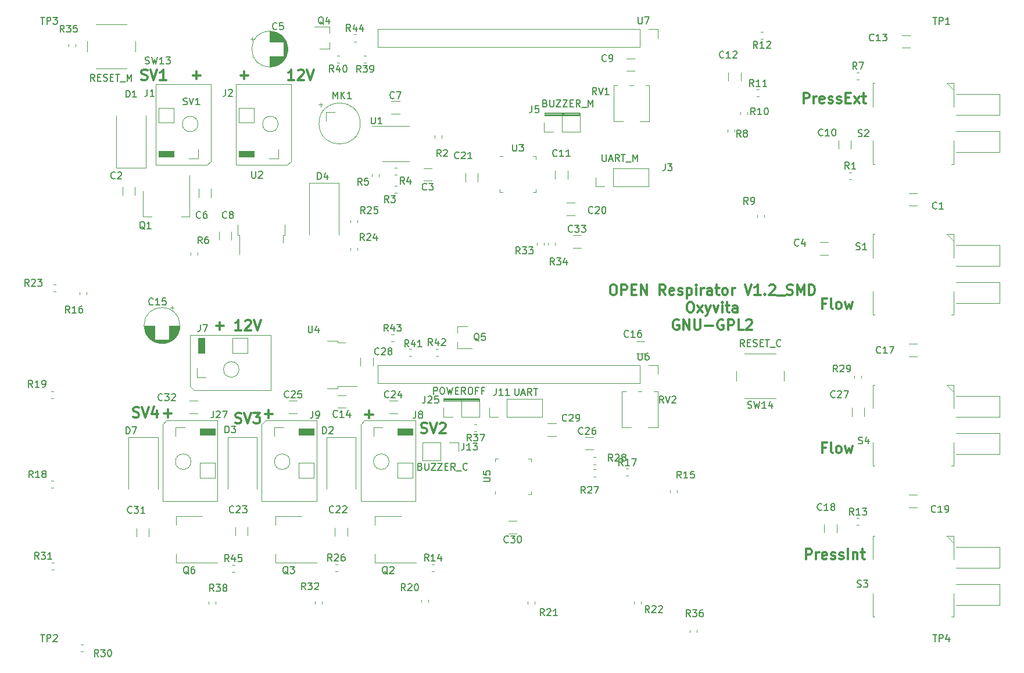
<source format=gbr>
G04 #@! TF.GenerationSoftware,KiCad,Pcbnew,(5.1.5-0-10_14)*
G04 #@! TF.CreationDate,2020-05-31T11:52:53+02:00*
G04 #@! TF.ProjectId,Main_Board_v1_2_smd,4d61696e-5f42-46f6-9172-645f76315f32,rev?*
G04 #@! TF.SameCoordinates,Original*
G04 #@! TF.FileFunction,Legend,Top*
G04 #@! TF.FilePolarity,Positive*
%FSLAX46Y46*%
G04 Gerber Fmt 4.6, Leading zero omitted, Abs format (unit mm)*
G04 Created by KiCad (PCBNEW (5.1.5-0-10_14)) date 2020-05-31 11:52:53*
%MOMM*%
%LPD*%
G04 APERTURE LIST*
%ADD10C,0.300000*%
%ADD11C,0.120000*%
%ADD12C,0.100000*%
%ADD13C,0.150000*%
G04 APERTURE END LIST*
D10*
X113586425Y-72297954D02*
X113872139Y-72297954D01*
X114014996Y-72369383D01*
X114157854Y-72512240D01*
X114229282Y-72797954D01*
X114229282Y-73297954D01*
X114157854Y-73583668D01*
X114014996Y-73726525D01*
X113872139Y-73797954D01*
X113586425Y-73797954D01*
X113443568Y-73726525D01*
X113300711Y-73583668D01*
X113229282Y-73297954D01*
X113229282Y-72797954D01*
X113300711Y-72512240D01*
X113443568Y-72369383D01*
X113586425Y-72297954D01*
X114872139Y-73797954D02*
X114872139Y-72297954D01*
X115443568Y-72297954D01*
X115586425Y-72369383D01*
X115657854Y-72440811D01*
X115729282Y-72583668D01*
X115729282Y-72797954D01*
X115657854Y-72940811D01*
X115586425Y-73012240D01*
X115443568Y-73083668D01*
X114872139Y-73083668D01*
X116372139Y-73012240D02*
X116872139Y-73012240D01*
X117086425Y-73797954D02*
X116372139Y-73797954D01*
X116372139Y-72297954D01*
X117086425Y-72297954D01*
X117729282Y-73797954D02*
X117729282Y-72297954D01*
X118586425Y-73797954D01*
X118586425Y-72297954D01*
X121300711Y-73797954D02*
X120800711Y-73083668D01*
X120443568Y-73797954D02*
X120443568Y-72297954D01*
X121014996Y-72297954D01*
X121157854Y-72369383D01*
X121229282Y-72440811D01*
X121300711Y-72583668D01*
X121300711Y-72797954D01*
X121229282Y-72940811D01*
X121157854Y-73012240D01*
X121014996Y-73083668D01*
X120443568Y-73083668D01*
X122514996Y-73726525D02*
X122372139Y-73797954D01*
X122086425Y-73797954D01*
X121943568Y-73726525D01*
X121872139Y-73583668D01*
X121872139Y-73012240D01*
X121943568Y-72869383D01*
X122086425Y-72797954D01*
X122372139Y-72797954D01*
X122514996Y-72869383D01*
X122586425Y-73012240D01*
X122586425Y-73155097D01*
X121872139Y-73297954D01*
X123157854Y-73726525D02*
X123300711Y-73797954D01*
X123586425Y-73797954D01*
X123729282Y-73726525D01*
X123800711Y-73583668D01*
X123800711Y-73512240D01*
X123729282Y-73369383D01*
X123586425Y-73297954D01*
X123372139Y-73297954D01*
X123229282Y-73226525D01*
X123157854Y-73083668D01*
X123157854Y-73012240D01*
X123229282Y-72869383D01*
X123372139Y-72797954D01*
X123586425Y-72797954D01*
X123729282Y-72869383D01*
X124443568Y-72797954D02*
X124443568Y-74297954D01*
X124443568Y-72869383D02*
X124586425Y-72797954D01*
X124872139Y-72797954D01*
X125014996Y-72869383D01*
X125086425Y-72940811D01*
X125157854Y-73083668D01*
X125157854Y-73512240D01*
X125086425Y-73655097D01*
X125014996Y-73726525D01*
X124872139Y-73797954D01*
X124586425Y-73797954D01*
X124443568Y-73726525D01*
X125800711Y-73797954D02*
X125800711Y-72797954D01*
X125800711Y-72297954D02*
X125729282Y-72369383D01*
X125800711Y-72440811D01*
X125872139Y-72369383D01*
X125800711Y-72297954D01*
X125800711Y-72440811D01*
X126514996Y-73797954D02*
X126514996Y-72797954D01*
X126514996Y-73083668D02*
X126586425Y-72940811D01*
X126657854Y-72869383D01*
X126800711Y-72797954D01*
X126943568Y-72797954D01*
X128086425Y-73797954D02*
X128086425Y-73012240D01*
X128014996Y-72869383D01*
X127872139Y-72797954D01*
X127586425Y-72797954D01*
X127443568Y-72869383D01*
X128086425Y-73726525D02*
X127943568Y-73797954D01*
X127586425Y-73797954D01*
X127443568Y-73726525D01*
X127372139Y-73583668D01*
X127372139Y-73440811D01*
X127443568Y-73297954D01*
X127586425Y-73226525D01*
X127943568Y-73226525D01*
X128086425Y-73155097D01*
X128586425Y-72797954D02*
X129157854Y-72797954D01*
X128800711Y-72297954D02*
X128800711Y-73583668D01*
X128872139Y-73726525D01*
X129014996Y-73797954D01*
X129157854Y-73797954D01*
X129872139Y-73797954D02*
X129729282Y-73726525D01*
X129657854Y-73655097D01*
X129586425Y-73512240D01*
X129586425Y-73083668D01*
X129657854Y-72940811D01*
X129729282Y-72869383D01*
X129872139Y-72797954D01*
X130086425Y-72797954D01*
X130229282Y-72869383D01*
X130300711Y-72940811D01*
X130372139Y-73083668D01*
X130372139Y-73512240D01*
X130300711Y-73655097D01*
X130229282Y-73726525D01*
X130086425Y-73797954D01*
X129872139Y-73797954D01*
X131014996Y-73797954D02*
X131014996Y-72797954D01*
X131014996Y-73083668D02*
X131086425Y-72940811D01*
X131157854Y-72869383D01*
X131300711Y-72797954D01*
X131443568Y-72797954D01*
X132872139Y-72297954D02*
X133372139Y-73797954D01*
X133872139Y-72297954D01*
X135157854Y-73797954D02*
X134300711Y-73797954D01*
X134729282Y-73797954D02*
X134729282Y-72297954D01*
X134586425Y-72512240D01*
X134443568Y-72655097D01*
X134300711Y-72726525D01*
X135800711Y-73655097D02*
X135872139Y-73726525D01*
X135800711Y-73797954D01*
X135729282Y-73726525D01*
X135800711Y-73655097D01*
X135800711Y-73797954D01*
X136443568Y-72440811D02*
X136514996Y-72369383D01*
X136657854Y-72297954D01*
X137014996Y-72297954D01*
X137157854Y-72369383D01*
X137229282Y-72440811D01*
X137300711Y-72583668D01*
X137300711Y-72726525D01*
X137229282Y-72940811D01*
X136372139Y-73797954D01*
X137300711Y-73797954D01*
X137586425Y-73940811D02*
X138729282Y-73940811D01*
X139014996Y-73726525D02*
X139229282Y-73797954D01*
X139586425Y-73797954D01*
X139729282Y-73726525D01*
X139800711Y-73655097D01*
X139872139Y-73512240D01*
X139872139Y-73369383D01*
X139800711Y-73226525D01*
X139729282Y-73155097D01*
X139586425Y-73083668D01*
X139300711Y-73012240D01*
X139157854Y-72940811D01*
X139086425Y-72869383D01*
X139014996Y-72726525D01*
X139014996Y-72583668D01*
X139086425Y-72440811D01*
X139157854Y-72369383D01*
X139300711Y-72297954D01*
X139657854Y-72297954D01*
X139872139Y-72369383D01*
X140514996Y-73797954D02*
X140514996Y-72297954D01*
X141014996Y-73369383D01*
X141514996Y-72297954D01*
X141514996Y-73797954D01*
X142229282Y-73797954D02*
X142229282Y-72297954D01*
X142586425Y-72297954D01*
X142800711Y-72369383D01*
X142943568Y-72512240D01*
X143014996Y-72655097D01*
X143086425Y-72940811D01*
X143086425Y-73155097D01*
X143014996Y-73440811D01*
X142943568Y-73583668D01*
X142800711Y-73726525D01*
X142586425Y-73797954D01*
X142229282Y-73797954D01*
X124800711Y-74847954D02*
X125086425Y-74847954D01*
X125229282Y-74919383D01*
X125372139Y-75062240D01*
X125443568Y-75347954D01*
X125443568Y-75847954D01*
X125372139Y-76133668D01*
X125229282Y-76276525D01*
X125086425Y-76347954D01*
X124800711Y-76347954D01*
X124657854Y-76276525D01*
X124514996Y-76133668D01*
X124443568Y-75847954D01*
X124443568Y-75347954D01*
X124514996Y-75062240D01*
X124657854Y-74919383D01*
X124800711Y-74847954D01*
X125943568Y-76347954D02*
X126729282Y-75347954D01*
X125943568Y-75347954D02*
X126729282Y-76347954D01*
X127157854Y-75347954D02*
X127514996Y-76347954D01*
X127872139Y-75347954D02*
X127514996Y-76347954D01*
X127372139Y-76705097D01*
X127300711Y-76776525D01*
X127157854Y-76847954D01*
X128300711Y-75347954D02*
X128657854Y-76347954D01*
X129014996Y-75347954D01*
X129586425Y-76347954D02*
X129586425Y-75347954D01*
X129586425Y-74847954D02*
X129514996Y-74919383D01*
X129586425Y-74990811D01*
X129657854Y-74919383D01*
X129586425Y-74847954D01*
X129586425Y-74990811D01*
X130086425Y-75347954D02*
X130657854Y-75347954D01*
X130300711Y-74847954D02*
X130300711Y-76133668D01*
X130372139Y-76276525D01*
X130514996Y-76347954D01*
X130657854Y-76347954D01*
X131800711Y-76347954D02*
X131800711Y-75562240D01*
X131729282Y-75419383D01*
X131586425Y-75347954D01*
X131300711Y-75347954D01*
X131157854Y-75419383D01*
X131800711Y-76276525D02*
X131657854Y-76347954D01*
X131300711Y-76347954D01*
X131157854Y-76276525D01*
X131086425Y-76133668D01*
X131086425Y-75990811D01*
X131157854Y-75847954D01*
X131300711Y-75776525D01*
X131657854Y-75776525D01*
X131800711Y-75705097D01*
X123229282Y-77469383D02*
X123086425Y-77397954D01*
X122872139Y-77397954D01*
X122657854Y-77469383D01*
X122514996Y-77612240D01*
X122443568Y-77755097D01*
X122372139Y-78040811D01*
X122372139Y-78255097D01*
X122443568Y-78540811D01*
X122514996Y-78683668D01*
X122657854Y-78826525D01*
X122872139Y-78897954D01*
X123014996Y-78897954D01*
X123229282Y-78826525D01*
X123300711Y-78755097D01*
X123300711Y-78255097D01*
X123014996Y-78255097D01*
X123943568Y-78897954D02*
X123943568Y-77397954D01*
X124800711Y-78897954D01*
X124800711Y-77397954D01*
X125514996Y-77397954D02*
X125514996Y-78612240D01*
X125586425Y-78755097D01*
X125657854Y-78826525D01*
X125800711Y-78897954D01*
X126086425Y-78897954D01*
X126229282Y-78826525D01*
X126300711Y-78755097D01*
X126372139Y-78612240D01*
X126372139Y-77397954D01*
X127086425Y-78326525D02*
X128229282Y-78326525D01*
X129729282Y-77469383D02*
X129586425Y-77397954D01*
X129372139Y-77397954D01*
X129157854Y-77469383D01*
X129014996Y-77612240D01*
X128943568Y-77755097D01*
X128872139Y-78040811D01*
X128872139Y-78255097D01*
X128943568Y-78540811D01*
X129014996Y-78683668D01*
X129157854Y-78826525D01*
X129372139Y-78897954D01*
X129514996Y-78897954D01*
X129729282Y-78826525D01*
X129800711Y-78755097D01*
X129800711Y-78255097D01*
X129514996Y-78255097D01*
X130443568Y-78897954D02*
X130443568Y-77397954D01*
X131014996Y-77397954D01*
X131157854Y-77469383D01*
X131229282Y-77540811D01*
X131300711Y-77683668D01*
X131300711Y-77897954D01*
X131229282Y-78040811D01*
X131157854Y-78112240D01*
X131014996Y-78183668D01*
X130443568Y-78183668D01*
X132657854Y-78897954D02*
X131943568Y-78897954D01*
X131943568Y-77397954D01*
X133086425Y-77540811D02*
X133157854Y-77469383D01*
X133300711Y-77397954D01*
X133657854Y-77397954D01*
X133800711Y-77469383D01*
X133872139Y-77540811D01*
X133943568Y-77683668D01*
X133943568Y-77826525D01*
X133872139Y-78040811D01*
X133014996Y-78897954D01*
X133943568Y-78897954D01*
X141429282Y-45847954D02*
X141429282Y-44347954D01*
X142000711Y-44347954D01*
X142143568Y-44419383D01*
X142214996Y-44490811D01*
X142286425Y-44633668D01*
X142286425Y-44847954D01*
X142214996Y-44990811D01*
X142143568Y-45062240D01*
X142000711Y-45133668D01*
X141429282Y-45133668D01*
X142929282Y-45847954D02*
X142929282Y-44847954D01*
X142929282Y-45133668D02*
X143000711Y-44990811D01*
X143072139Y-44919383D01*
X143214996Y-44847954D01*
X143357854Y-44847954D01*
X144429282Y-45776525D02*
X144286425Y-45847954D01*
X144000711Y-45847954D01*
X143857854Y-45776525D01*
X143786425Y-45633668D01*
X143786425Y-45062240D01*
X143857854Y-44919383D01*
X144000711Y-44847954D01*
X144286425Y-44847954D01*
X144429282Y-44919383D01*
X144500711Y-45062240D01*
X144500711Y-45205097D01*
X143786425Y-45347954D01*
X145072139Y-45776525D02*
X145214996Y-45847954D01*
X145500711Y-45847954D01*
X145643568Y-45776525D01*
X145714996Y-45633668D01*
X145714996Y-45562240D01*
X145643568Y-45419383D01*
X145500711Y-45347954D01*
X145286425Y-45347954D01*
X145143568Y-45276525D01*
X145072139Y-45133668D01*
X145072139Y-45062240D01*
X145143568Y-44919383D01*
X145286425Y-44847954D01*
X145500711Y-44847954D01*
X145643568Y-44919383D01*
X146286425Y-45776525D02*
X146429282Y-45847954D01*
X146714996Y-45847954D01*
X146857854Y-45776525D01*
X146929282Y-45633668D01*
X146929282Y-45562240D01*
X146857854Y-45419383D01*
X146714996Y-45347954D01*
X146500711Y-45347954D01*
X146357854Y-45276525D01*
X146286425Y-45133668D01*
X146286425Y-45062240D01*
X146357854Y-44919383D01*
X146500711Y-44847954D01*
X146714996Y-44847954D01*
X146857854Y-44919383D01*
X147572139Y-45062240D02*
X148072139Y-45062240D01*
X148286425Y-45847954D02*
X147572139Y-45847954D01*
X147572139Y-44347954D01*
X148286425Y-44347954D01*
X148786425Y-45847954D02*
X149572139Y-44847954D01*
X148786425Y-44847954D02*
X149572139Y-45847954D01*
X149929282Y-44847954D02*
X150500711Y-44847954D01*
X150143568Y-44347954D02*
X150143568Y-45633668D01*
X150214996Y-45776525D01*
X150357854Y-45847954D01*
X150500711Y-45847954D01*
X141779282Y-112347954D02*
X141779282Y-110847954D01*
X142350711Y-110847954D01*
X142493568Y-110919383D01*
X142564996Y-110990811D01*
X142636425Y-111133668D01*
X142636425Y-111347954D01*
X142564996Y-111490811D01*
X142493568Y-111562240D01*
X142350711Y-111633668D01*
X141779282Y-111633668D01*
X143279282Y-112347954D02*
X143279282Y-111347954D01*
X143279282Y-111633668D02*
X143350711Y-111490811D01*
X143422139Y-111419383D01*
X143564996Y-111347954D01*
X143707854Y-111347954D01*
X144779282Y-112276525D02*
X144636425Y-112347954D01*
X144350711Y-112347954D01*
X144207854Y-112276525D01*
X144136425Y-112133668D01*
X144136425Y-111562240D01*
X144207854Y-111419383D01*
X144350711Y-111347954D01*
X144636425Y-111347954D01*
X144779282Y-111419383D01*
X144850711Y-111562240D01*
X144850711Y-111705097D01*
X144136425Y-111847954D01*
X145422139Y-112276525D02*
X145564996Y-112347954D01*
X145850711Y-112347954D01*
X145993568Y-112276525D01*
X146064996Y-112133668D01*
X146064996Y-112062240D01*
X145993568Y-111919383D01*
X145850711Y-111847954D01*
X145636425Y-111847954D01*
X145493568Y-111776525D01*
X145422139Y-111633668D01*
X145422139Y-111562240D01*
X145493568Y-111419383D01*
X145636425Y-111347954D01*
X145850711Y-111347954D01*
X145993568Y-111419383D01*
X146636425Y-112276525D02*
X146779282Y-112347954D01*
X147064996Y-112347954D01*
X147207854Y-112276525D01*
X147279282Y-112133668D01*
X147279282Y-112062240D01*
X147207854Y-111919383D01*
X147064996Y-111847954D01*
X146850711Y-111847954D01*
X146707854Y-111776525D01*
X146636425Y-111633668D01*
X146636425Y-111562240D01*
X146707854Y-111419383D01*
X146850711Y-111347954D01*
X147064996Y-111347954D01*
X147207854Y-111419383D01*
X147922139Y-112347954D02*
X147922139Y-110847954D01*
X148636425Y-111347954D02*
X148636425Y-112347954D01*
X148636425Y-111490811D02*
X148707854Y-111419383D01*
X148850711Y-111347954D01*
X149064996Y-111347954D01*
X149207854Y-111419383D01*
X149279282Y-111562240D01*
X149279282Y-112347954D01*
X149779282Y-111347954D02*
X150350711Y-111347954D01*
X149993568Y-110847954D02*
X149993568Y-112133668D01*
X150064996Y-112276525D01*
X150207854Y-112347954D01*
X150350711Y-112347954D01*
X144664996Y-96062240D02*
X144164996Y-96062240D01*
X144164996Y-96847954D02*
X144164996Y-95347954D01*
X144879282Y-95347954D01*
X145664996Y-96847954D02*
X145522139Y-96776525D01*
X145450711Y-96633668D01*
X145450711Y-95347954D01*
X146450711Y-96847954D02*
X146307854Y-96776525D01*
X146236425Y-96705097D01*
X146164996Y-96562240D01*
X146164996Y-96133668D01*
X146236425Y-95990811D01*
X146307854Y-95919383D01*
X146450711Y-95847954D01*
X146664996Y-95847954D01*
X146807854Y-95919383D01*
X146879282Y-95990811D01*
X146950711Y-96133668D01*
X146950711Y-96562240D01*
X146879282Y-96705097D01*
X146807854Y-96776525D01*
X146664996Y-96847954D01*
X146450711Y-96847954D01*
X147450711Y-95847954D02*
X147736425Y-96847954D01*
X148022139Y-96133668D01*
X148307854Y-96847954D01*
X148593568Y-95847954D01*
X144664996Y-75062240D02*
X144164996Y-75062240D01*
X144164996Y-75847954D02*
X144164996Y-74347954D01*
X144879282Y-74347954D01*
X145664996Y-75847954D02*
X145522139Y-75776525D01*
X145450711Y-75633668D01*
X145450711Y-74347954D01*
X146450711Y-75847954D02*
X146307854Y-75776525D01*
X146236425Y-75705097D01*
X146164996Y-75562240D01*
X146164996Y-75133668D01*
X146236425Y-74990811D01*
X146307854Y-74919383D01*
X146450711Y-74847954D01*
X146664996Y-74847954D01*
X146807854Y-74919383D01*
X146879282Y-74990811D01*
X146950711Y-75133668D01*
X146950711Y-75562240D01*
X146879282Y-75705097D01*
X146807854Y-75776525D01*
X146664996Y-75847954D01*
X146450711Y-75847954D01*
X147450711Y-74847954D02*
X147736425Y-75847954D01*
X148022139Y-75133668D01*
X148307854Y-75847954D01*
X148593568Y-74847954D01*
X44972139Y-42376525D02*
X45186425Y-42447954D01*
X45543568Y-42447954D01*
X45686425Y-42376525D01*
X45757854Y-42305097D01*
X45829282Y-42162240D01*
X45829282Y-42019383D01*
X45757854Y-41876525D01*
X45686425Y-41805097D01*
X45543568Y-41733668D01*
X45257854Y-41662240D01*
X45114996Y-41590811D01*
X45043568Y-41519383D01*
X44972139Y-41376525D01*
X44972139Y-41233668D01*
X45043568Y-41090811D01*
X45114996Y-41019383D01*
X45257854Y-40947954D01*
X45614996Y-40947954D01*
X45829282Y-41019383D01*
X46257854Y-40947954D02*
X46757854Y-42447954D01*
X47257854Y-40947954D01*
X48543568Y-42447954D02*
X47686425Y-42447954D01*
X48114996Y-42447954D02*
X48114996Y-40947954D01*
X47972139Y-41162240D01*
X47829282Y-41305097D01*
X47686425Y-41376525D01*
X85722139Y-93876525D02*
X85936425Y-93947954D01*
X86293568Y-93947954D01*
X86436425Y-93876525D01*
X86507854Y-93805097D01*
X86579282Y-93662240D01*
X86579282Y-93519383D01*
X86507854Y-93376525D01*
X86436425Y-93305097D01*
X86293568Y-93233668D01*
X86007854Y-93162240D01*
X85864996Y-93090811D01*
X85793568Y-93019383D01*
X85722139Y-92876525D01*
X85722139Y-92733668D01*
X85793568Y-92590811D01*
X85864996Y-92519383D01*
X86007854Y-92447954D01*
X86364996Y-92447954D01*
X86579282Y-92519383D01*
X87007854Y-92447954D02*
X87507854Y-93947954D01*
X88007854Y-92447954D01*
X88436425Y-92590811D02*
X88507854Y-92519383D01*
X88650711Y-92447954D01*
X89007854Y-92447954D01*
X89150711Y-92519383D01*
X89222139Y-92590811D01*
X89293568Y-92733668D01*
X89293568Y-92876525D01*
X89222139Y-93090811D01*
X88364996Y-93947954D01*
X89293568Y-93947954D01*
X58672139Y-92426525D02*
X58886425Y-92497954D01*
X59243568Y-92497954D01*
X59386425Y-92426525D01*
X59457854Y-92355097D01*
X59529282Y-92212240D01*
X59529282Y-92069383D01*
X59457854Y-91926525D01*
X59386425Y-91855097D01*
X59243568Y-91783668D01*
X58957854Y-91712240D01*
X58814996Y-91640811D01*
X58743568Y-91569383D01*
X58672139Y-91426525D01*
X58672139Y-91283668D01*
X58743568Y-91140811D01*
X58814996Y-91069383D01*
X58957854Y-90997954D01*
X59314996Y-90997954D01*
X59529282Y-91069383D01*
X59957854Y-90997954D02*
X60457854Y-92497954D01*
X60957854Y-90997954D01*
X61314996Y-90997954D02*
X62243568Y-90997954D01*
X61743568Y-91569383D01*
X61957854Y-91569383D01*
X62100711Y-91640811D01*
X62172139Y-91712240D01*
X62243568Y-91855097D01*
X62243568Y-92212240D01*
X62172139Y-92355097D01*
X62100711Y-92426525D01*
X61957854Y-92497954D01*
X61529282Y-92497954D01*
X61386425Y-92426525D01*
X61314996Y-92355097D01*
X43772139Y-91576525D02*
X43986425Y-91647954D01*
X44343568Y-91647954D01*
X44486425Y-91576525D01*
X44557854Y-91505097D01*
X44629282Y-91362240D01*
X44629282Y-91219383D01*
X44557854Y-91076525D01*
X44486425Y-91005097D01*
X44343568Y-90933668D01*
X44057854Y-90862240D01*
X43914996Y-90790811D01*
X43843568Y-90719383D01*
X43772139Y-90576525D01*
X43772139Y-90433668D01*
X43843568Y-90290811D01*
X43914996Y-90219383D01*
X44057854Y-90147954D01*
X44414996Y-90147954D01*
X44629282Y-90219383D01*
X45057854Y-90147954D02*
X45557854Y-91647954D01*
X46057854Y-90147954D01*
X47200711Y-90647954D02*
X47200711Y-91647954D01*
X46843568Y-90076525D02*
X46486425Y-91147954D01*
X47414996Y-91147954D01*
X48236425Y-91076525D02*
X49379282Y-91076525D01*
X48807854Y-91647954D02*
X48807854Y-90505097D01*
X62936425Y-91176525D02*
X64079282Y-91176525D01*
X63507854Y-91747954D02*
X63507854Y-90605097D01*
X77536425Y-91226525D02*
X78679282Y-91226525D01*
X78107854Y-91797954D02*
X78107854Y-90655097D01*
X59529282Y-78947954D02*
X58672139Y-78947954D01*
X59100711Y-78947954D02*
X59100711Y-77447954D01*
X58957854Y-77662240D01*
X58814996Y-77805097D01*
X58672139Y-77876525D01*
X60100711Y-77590811D02*
X60172139Y-77519383D01*
X60314996Y-77447954D01*
X60672139Y-77447954D01*
X60814996Y-77519383D01*
X60886425Y-77590811D01*
X60957854Y-77733668D01*
X60957854Y-77876525D01*
X60886425Y-78090811D01*
X60029282Y-78947954D01*
X60957854Y-78947954D01*
X61386425Y-77447954D02*
X61886425Y-78947954D01*
X62386425Y-77447954D01*
X55836425Y-78326525D02*
X56979282Y-78326525D01*
X56407854Y-78897954D02*
X56407854Y-77755097D01*
X59386425Y-41776525D02*
X60529282Y-41776525D01*
X59957854Y-42347954D02*
X59957854Y-41205097D01*
X52436425Y-41776525D02*
X53579282Y-41776525D01*
X53007854Y-42347954D02*
X53007854Y-41205097D01*
D11*
X120187854Y-84039383D02*
X120187854Y-85369383D01*
X118857854Y-84039383D02*
X120187854Y-84039383D01*
X117587854Y-84039383D02*
X117587854Y-86699383D01*
X117587854Y-86699383D02*
X79427854Y-86699383D01*
X117587854Y-84039383D02*
X79427854Y-84039383D01*
X79427854Y-84039383D02*
X79427854Y-86699383D01*
X96515554Y-102453283D02*
X96515554Y-102878283D01*
X101735554Y-97658283D02*
X101310554Y-97658283D01*
X101735554Y-98083283D02*
X101735554Y-97658283D01*
X101735554Y-102878283D02*
X101310554Y-102878283D01*
X101735554Y-102453283D02*
X101735554Y-102878283D01*
X96515554Y-97658283D02*
X96940554Y-97658283D01*
X96515554Y-98083283D02*
X96515554Y-97658283D01*
X97639054Y-53589283D02*
X97214054Y-53589283D01*
X102434054Y-58809283D02*
X102434054Y-58384283D01*
X102009054Y-58809283D02*
X102434054Y-58809283D01*
X97214054Y-58809283D02*
X97214054Y-58384283D01*
X97639054Y-58809283D02*
X97214054Y-58809283D01*
X102434054Y-53589283D02*
X102434054Y-54014283D01*
X102009054Y-53589283D02*
X102434054Y-53589283D01*
X71839854Y-48455383D02*
X71839854Y-47125383D01*
X71839854Y-47125383D02*
X73169854Y-47125383D01*
X76839854Y-48805383D02*
G75*
G03X76839854Y-48805383I-3000000J0D01*
G01*
X71089854Y-45755383D02*
X71089854Y-46355383D01*
X71089854Y-46055383D02*
X71389854Y-46055383D01*
X71389854Y-46055383D02*
X70789854Y-46055383D01*
X102565254Y-66175316D02*
X102565254Y-66517850D01*
X103585254Y-66175316D02*
X103585254Y-66517850D01*
X131607854Y-84869383D02*
X131607854Y-86369383D01*
X132857854Y-88869383D02*
X137357854Y-88869383D01*
X138607854Y-86369383D02*
X138607854Y-84869383D01*
X137357854Y-82369383D02*
X132857854Y-82369383D01*
X37079754Y-36828983D02*
X37079754Y-38328983D01*
X38329754Y-40828983D02*
X42829754Y-40828983D01*
X44079754Y-38328983D02*
X44079754Y-36828983D01*
X42829754Y-34328983D02*
X38329754Y-34328983D01*
X105248954Y-66517850D02*
X105248954Y-66175316D01*
X104228954Y-66517850D02*
X104228954Y-66175316D01*
X107807190Y-66926383D02*
X109011318Y-66926383D01*
X107807190Y-65106383D02*
X109011318Y-65106383D01*
X90974154Y-78419083D02*
X92434154Y-78419083D01*
X90974154Y-81579083D02*
X93134154Y-81579083D01*
X90974154Y-81579083D02*
X90974154Y-80649083D01*
X90974154Y-78419083D02*
X90974154Y-79349083D01*
X72354494Y-37893623D02*
X70894494Y-37893623D01*
X72354494Y-34733623D02*
X70194494Y-34733623D01*
X72354494Y-34733623D02*
X72354494Y-35663623D01*
X72354494Y-37893623D02*
X72354494Y-36963623D01*
X94107854Y-88969383D02*
X91507854Y-88969383D01*
X94107854Y-89269383D02*
X94107854Y-88969383D01*
X89007854Y-89269383D02*
X94107854Y-89269383D01*
X89007854Y-89169383D02*
X89007854Y-89269383D01*
X91607854Y-88969383D02*
X91907854Y-89069383D01*
X89007854Y-88969383D02*
X91607854Y-88969383D01*
X89007854Y-89069383D02*
X89007854Y-88969383D01*
X94107854Y-89069383D02*
X89007854Y-89069383D01*
X94107854Y-88869383D02*
X94107854Y-89069383D01*
X89007854Y-88869383D02*
X94107854Y-88869383D01*
X89007854Y-89169383D02*
X89007854Y-88869383D01*
X94107854Y-89169383D02*
X89007854Y-89169383D01*
X88977854Y-91599383D02*
X88977854Y-90269383D01*
X90307854Y-91599383D02*
X88977854Y-91599383D01*
X91577854Y-91599383D02*
X91577854Y-88939383D01*
X91577854Y-88939383D02*
X94177854Y-88939383D01*
X91577854Y-91599383D02*
X94177854Y-91599383D01*
X94177854Y-91599383D02*
X94177854Y-88939383D01*
X73527854Y-80789383D02*
X74627854Y-80789383D01*
X73527854Y-80519383D02*
X73527854Y-80789383D01*
X72027854Y-80519383D02*
X73527854Y-80519383D01*
X73527854Y-87149383D02*
X76357854Y-87149383D01*
X73527854Y-87419383D02*
X73527854Y-87149383D01*
X72027854Y-87419383D02*
X73527854Y-87419383D01*
X58186587Y-114179383D02*
X58529121Y-114179383D01*
X58186587Y-113159383D02*
X58529121Y-113159383D01*
X56057854Y-112879383D02*
X50047854Y-112879383D01*
X53807854Y-106059383D02*
X50047854Y-106059383D01*
X50047854Y-112879383D02*
X50047854Y-111619383D01*
X50047854Y-106059383D02*
X50047854Y-107319383D01*
X53457854Y-100489383D02*
X55657854Y-100489383D01*
X53457854Y-98319383D02*
X53457854Y-100489383D01*
X55657854Y-98319383D02*
X55657854Y-100489383D01*
X53457854Y-98319383D02*
X55657854Y-98319383D01*
X49927854Y-94419383D02*
X49927854Y-93089383D01*
X49927854Y-93089383D02*
X51257854Y-93089383D01*
D12*
G36*
X55657854Y-94219383D02*
G01*
X53457854Y-94219383D01*
X53457854Y-93319383D01*
X55657854Y-93319383D01*
X55657854Y-94219383D01*
G37*
X55657854Y-94219383D02*
X53457854Y-94219383D01*
X53457854Y-93319383D01*
X55657854Y-93319383D01*
X55657854Y-94219383D01*
D11*
X52189225Y-98119383D02*
G75*
G03X52189225Y-98119383I-1131371J0D01*
G01*
X48060654Y-92669983D02*
X48619454Y-92136583D01*
X48619454Y-92136583D02*
X56061654Y-92136583D01*
X56061654Y-92136583D02*
X56061654Y-103896783D01*
X56061654Y-103896783D02*
X48060654Y-103896783D01*
X48060654Y-103896783D02*
X48060654Y-92669983D01*
X47407854Y-94519383D02*
X47407854Y-102069383D01*
X43107854Y-94519383D02*
X43107854Y-102069383D01*
X47407854Y-94519383D02*
X43107854Y-94519383D01*
X51955790Y-91079383D02*
X53159918Y-91079383D01*
X51955790Y-89259383D02*
X53159918Y-89259383D01*
X44247854Y-107867319D02*
X44247854Y-109071447D01*
X46067854Y-107867319D02*
X46067854Y-109071447D01*
X81988174Y-49191743D02*
X78538174Y-49191743D01*
X81988174Y-49191743D02*
X83938174Y-49191743D01*
X81988174Y-54311743D02*
X80038174Y-54311743D01*
X81988174Y-54311743D02*
X83938174Y-54311743D01*
X119597854Y-87849383D02*
X120177854Y-87849383D01*
X117297854Y-87849383D02*
X117817854Y-87849383D01*
X114937854Y-87849383D02*
X115518854Y-87849383D01*
X118797854Y-93089383D02*
X120177854Y-93089383D01*
X114937854Y-93089383D02*
X116317854Y-93089383D01*
X120177854Y-93089383D02*
X120177854Y-87849383D01*
X114937854Y-93089383D02*
X114937854Y-87849383D01*
X118397854Y-43249383D02*
X118977854Y-43249383D01*
X116097854Y-43249383D02*
X116617854Y-43249383D01*
X113737854Y-43249383D02*
X114318854Y-43249383D01*
X117597854Y-48489383D02*
X118977854Y-48489383D01*
X113737854Y-48489383D02*
X115117854Y-48489383D01*
X118977854Y-48489383D02*
X118977854Y-43249383D01*
X113737854Y-48489383D02*
X113737854Y-43249383D01*
X75893627Y-36859183D02*
X76236161Y-36859183D01*
X75893627Y-35839183D02*
X76236161Y-35839183D01*
X108765014Y-47352943D02*
X106165014Y-47352943D01*
X108765014Y-47652943D02*
X108765014Y-47352943D01*
X103665014Y-47652943D02*
X108765014Y-47652943D01*
X103665014Y-47552943D02*
X103665014Y-47652943D01*
X106265014Y-47352943D02*
X106565014Y-47452943D01*
X103665014Y-47352943D02*
X106265014Y-47352943D01*
X103665014Y-47452943D02*
X103665014Y-47352943D01*
X108765014Y-47452943D02*
X103665014Y-47452943D01*
X108765014Y-47252943D02*
X108765014Y-47452943D01*
X103665014Y-47252943D02*
X108765014Y-47252943D01*
X103665014Y-47552943D02*
X103665014Y-47252943D01*
X108765014Y-47552943D02*
X103665014Y-47552943D01*
X103635014Y-49982943D02*
X103635014Y-48652943D01*
X104965014Y-49982943D02*
X103635014Y-49982943D01*
X106235014Y-49982943D02*
X106235014Y-47322943D01*
X106235014Y-47322943D02*
X108835014Y-47322943D01*
X106235014Y-49982943D02*
X108835014Y-49982943D01*
X108835014Y-49982943D02*
X108835014Y-47322943D01*
X70541854Y-112879383D02*
X64531854Y-112879383D01*
X68291854Y-106059383D02*
X64531854Y-106059383D01*
X64531854Y-112879383D02*
X64531854Y-111619383D01*
X64531854Y-106059383D02*
X64531854Y-107319383D01*
X85025854Y-112879383D02*
X79015854Y-112879383D01*
X82775854Y-106059383D02*
X79015854Y-106059383D01*
X79015854Y-112879383D02*
X79015854Y-111619383D01*
X79015854Y-106059383D02*
X79015854Y-107319383D01*
X52002254Y-56399503D02*
X52002254Y-62409503D01*
X45182254Y-58649503D02*
X45182254Y-62409503D01*
X52002254Y-62409503D02*
X50742254Y-62409503D01*
X45182254Y-62409503D02*
X46442254Y-62409503D01*
X65589854Y-65057383D02*
X65589854Y-66157383D01*
X65859854Y-65057383D02*
X65589854Y-65057383D01*
X65859854Y-63557383D02*
X65859854Y-65057383D01*
X59229854Y-65057383D02*
X59229854Y-67887383D01*
X58959854Y-65057383D02*
X59229854Y-65057383D01*
X58959854Y-63557383D02*
X58959854Y-65057383D01*
X163281854Y-86940383D02*
X163295854Y-87947383D01*
X162279854Y-86931383D02*
X163281854Y-86940383D01*
X163295854Y-87947383D02*
X162279854Y-86931383D01*
X169976054Y-91579583D02*
X169976054Y-88531583D01*
X169976054Y-88531583D02*
X163626054Y-88531583D01*
X163626054Y-91579583D02*
X169976054Y-91579583D01*
X169950654Y-93941783D02*
X163600654Y-93941783D01*
X169950654Y-96989783D02*
X169950654Y-93941783D01*
X163600654Y-96989783D02*
X169950654Y-96989783D01*
X151498854Y-95313383D02*
X151498854Y-98733383D01*
X151498854Y-98733383D02*
X151788854Y-98733383D01*
X151498854Y-90360383D02*
X151498854Y-86940383D01*
X151498854Y-86940383D02*
X151788854Y-86940383D01*
X163281854Y-95313383D02*
X163281854Y-98733383D01*
X163281854Y-98733383D02*
X162991854Y-98733383D01*
X163281854Y-90360383D02*
X163281854Y-86940383D01*
X163281854Y-86940383D02*
X162991854Y-86940383D01*
X163281854Y-108940383D02*
X163295854Y-109947383D01*
X162279854Y-108931383D02*
X163281854Y-108940383D01*
X163295854Y-109947383D02*
X162279854Y-108931383D01*
X169976054Y-113579583D02*
X169976054Y-110531583D01*
X169976054Y-110531583D02*
X163626054Y-110531583D01*
X163626054Y-113579583D02*
X169976054Y-113579583D01*
X169950654Y-115941783D02*
X163600654Y-115941783D01*
X169950654Y-118989783D02*
X169950654Y-115941783D01*
X163600654Y-118989783D02*
X169950654Y-118989783D01*
X151498854Y-117313383D02*
X151498854Y-120733383D01*
X151498854Y-120733383D02*
X151788854Y-120733383D01*
X151498854Y-112360383D02*
X151498854Y-108940383D01*
X151498854Y-108940383D02*
X151788854Y-108940383D01*
X163281854Y-117313383D02*
X163281854Y-120733383D01*
X163281854Y-120733383D02*
X162991854Y-120733383D01*
X163281854Y-112360383D02*
X163281854Y-108940383D01*
X163281854Y-108940383D02*
X162991854Y-108940383D01*
X163281854Y-42940383D02*
X163295854Y-43947383D01*
X162279854Y-42931383D02*
X163281854Y-42940383D01*
X163295854Y-43947383D02*
X162279854Y-42931383D01*
X169976054Y-47579583D02*
X169976054Y-44531583D01*
X169976054Y-44531583D02*
X163626054Y-44531583D01*
X163626054Y-47579583D02*
X169976054Y-47579583D01*
X169950654Y-49941783D02*
X163600654Y-49941783D01*
X169950654Y-52989783D02*
X169950654Y-49941783D01*
X163600654Y-52989783D02*
X169950654Y-52989783D01*
X151498854Y-51313383D02*
X151498854Y-54733383D01*
X151498854Y-54733383D02*
X151788854Y-54733383D01*
X151498854Y-46360383D02*
X151498854Y-42940383D01*
X151498854Y-42940383D02*
X151788854Y-42940383D01*
X163281854Y-51313383D02*
X163281854Y-54733383D01*
X163281854Y-54733383D02*
X162991854Y-54733383D01*
X163281854Y-46360383D02*
X163281854Y-42940383D01*
X163281854Y-42940383D02*
X162991854Y-42940383D01*
X163281854Y-64940383D02*
X163295854Y-65947383D01*
X162279854Y-64931383D02*
X163281854Y-64940383D01*
X163295854Y-65947383D02*
X162279854Y-64931383D01*
X169976054Y-69579583D02*
X169976054Y-66531583D01*
X169976054Y-66531583D02*
X163626054Y-66531583D01*
X163626054Y-69579583D02*
X169976054Y-69579583D01*
X169950654Y-71941783D02*
X163600654Y-71941783D01*
X169950654Y-74989783D02*
X169950654Y-71941783D01*
X163600654Y-74989783D02*
X169950654Y-74989783D01*
X151498854Y-73313383D02*
X151498854Y-76733383D01*
X151498854Y-76733383D02*
X151788854Y-76733383D01*
X151498854Y-68360383D02*
X151498854Y-64940383D01*
X151498854Y-64940383D02*
X151788854Y-64940383D01*
X163281854Y-73313383D02*
X163281854Y-76733383D01*
X163281854Y-76733383D02*
X162991854Y-76733383D01*
X163281854Y-68360383D02*
X163281854Y-64940383D01*
X163281854Y-64940383D02*
X162991854Y-64940383D01*
X81386587Y-80579383D02*
X81729121Y-80579383D01*
X81386587Y-79559383D02*
X81729121Y-79559383D01*
X87836587Y-82679383D02*
X88179121Y-82679383D01*
X87836587Y-81659383D02*
X88179121Y-81659383D01*
X83986587Y-82679383D02*
X84329121Y-82679383D01*
X83986587Y-81659383D02*
X84329121Y-81659383D01*
X73797761Y-38917663D02*
X73455227Y-38917663D01*
X73797761Y-39937663D02*
X73455227Y-39937663D01*
X77724601Y-38943063D02*
X77382067Y-38943063D01*
X77724601Y-39963063D02*
X77382067Y-39963063D01*
X54787854Y-118550116D02*
X54787854Y-118892650D01*
X55807854Y-118550116D02*
X55807854Y-118892650D01*
X93829121Y-92709383D02*
X93486587Y-92709383D01*
X93829121Y-93729383D02*
X93486587Y-93729383D01*
X125867854Y-123040650D02*
X125867854Y-122698116D01*
X124847854Y-123040650D02*
X124847854Y-122698116D01*
X35367854Y-37540650D02*
X35367854Y-37198116D01*
X34347854Y-37540650D02*
X34347854Y-37198116D01*
X70281854Y-118550116D02*
X70281854Y-118892650D01*
X71301854Y-118550116D02*
X71301854Y-118892650D01*
X31886587Y-113829383D02*
X32229121Y-113829383D01*
X31886587Y-112809383D02*
X32229121Y-112809383D01*
X36136587Y-125829383D02*
X36479121Y-125829383D01*
X36136587Y-124809383D02*
X36479121Y-124809383D01*
X149867854Y-85915650D02*
X149867854Y-85573116D01*
X148847854Y-85915650D02*
X148847854Y-85573116D01*
X111139121Y-97479383D02*
X110796587Y-97479383D01*
X111139121Y-98499383D02*
X110796587Y-98499383D01*
X110796587Y-100277383D02*
X111139121Y-100277383D01*
X110796587Y-99257383D02*
X111139121Y-99257383D01*
X73186587Y-114079383D02*
X73529121Y-114079383D01*
X73186587Y-113059383D02*
X73529121Y-113059383D01*
X76427574Y-63266650D02*
X76427574Y-62924116D01*
X75407574Y-63266650D02*
X75407574Y-62924116D01*
X76407254Y-67315410D02*
X76407254Y-66972876D01*
X75387254Y-67315410D02*
X75387254Y-66972876D01*
X32186587Y-73279383D02*
X32529121Y-73279383D01*
X32186587Y-72259383D02*
X32529121Y-72259383D01*
X116763854Y-118550116D02*
X116763854Y-118892650D01*
X117783854Y-118550116D02*
X117783854Y-118892650D01*
X101269854Y-118550116D02*
X101269854Y-118892650D01*
X102289854Y-118550116D02*
X102289854Y-118892650D01*
X85775854Y-118296116D02*
X85775854Y-118638650D01*
X86795854Y-118296116D02*
X86795854Y-118638650D01*
X31786587Y-88879383D02*
X32129121Y-88879383D01*
X31786587Y-87859383D02*
X32129121Y-87859383D01*
X31786587Y-101929383D02*
X32129121Y-101929383D01*
X31786587Y-100909383D02*
X32129121Y-100909383D01*
X115586587Y-100179383D02*
X115929121Y-100179383D01*
X115586587Y-99159383D02*
X115929121Y-99159383D01*
X35947854Y-73398116D02*
X35947854Y-73740650D01*
X36967854Y-73398116D02*
X36967854Y-73740650D01*
X121947854Y-102298116D02*
X121947854Y-102640650D01*
X122967854Y-102298116D02*
X122967854Y-102640650D01*
X87286587Y-114079383D02*
X87629121Y-114079383D01*
X87286587Y-113059383D02*
X87629121Y-113059383D01*
X149186587Y-107379383D02*
X149529121Y-107379383D01*
X149186587Y-106359383D02*
X149529121Y-106359383D01*
X135528681Y-35427703D02*
X135186147Y-35427703D01*
X135528681Y-36447703D02*
X135186147Y-36447703D01*
X134638747Y-44880503D02*
X134981281Y-44880503D01*
X134638747Y-43860503D02*
X134981281Y-43860503D01*
X132222294Y-47104996D02*
X132222294Y-47447530D01*
X133242294Y-47104996D02*
X133242294Y-47447530D01*
X134665774Y-62151956D02*
X134665774Y-62494490D01*
X135685774Y-62151956D02*
X135685774Y-62494490D01*
X130337614Y-49650076D02*
X130337614Y-49992610D01*
X131357614Y-49650076D02*
X131357614Y-49992610D01*
X149186587Y-42379383D02*
X149529121Y-42379383D01*
X149186587Y-41359383D02*
X149529121Y-41359383D01*
X52171654Y-67628196D02*
X52171654Y-67970730D01*
X53191654Y-67628196D02*
X53191654Y-67970730D01*
X78511454Y-56238836D02*
X78511454Y-56581370D01*
X79531454Y-56238836D02*
X79531454Y-56581370D01*
X82220401Y-55310823D02*
X81877867Y-55310823D01*
X82220401Y-56330823D02*
X81877867Y-56330823D01*
X82179761Y-57866063D02*
X81837227Y-57866063D01*
X82179761Y-58886063D02*
X81837227Y-58886063D01*
X87696094Y-50574636D02*
X87696094Y-50917170D01*
X88716094Y-50574636D02*
X88716094Y-50917170D01*
X148070267Y-56935343D02*
X148412801Y-56935343D01*
X148070267Y-55915343D02*
X148412801Y-55915343D01*
X91137854Y-95289383D02*
X91137854Y-96619383D01*
X89807854Y-95289383D02*
X91137854Y-95289383D01*
X88537854Y-95289383D02*
X88537854Y-97949383D01*
X88537854Y-97949383D02*
X85937854Y-97949383D01*
X88537854Y-95289383D02*
X85937854Y-95289383D01*
X85937854Y-95289383D02*
X85937854Y-97949383D01*
X95627854Y-91599383D02*
X95627854Y-90269383D01*
X96957854Y-91599383D02*
X95627854Y-91599383D01*
X98227854Y-91599383D02*
X98227854Y-88939383D01*
X98227854Y-88939383D02*
X103367854Y-88939383D01*
X98227854Y-91599383D02*
X103367854Y-91599383D01*
X103367854Y-91599383D02*
X103367854Y-88939383D01*
X67883854Y-100489383D02*
X70083854Y-100489383D01*
X67883854Y-98319383D02*
X67883854Y-100489383D01*
X70083854Y-98319383D02*
X70083854Y-100489383D01*
X67883854Y-98319383D02*
X70083854Y-98319383D01*
X64353854Y-94419383D02*
X64353854Y-93089383D01*
X64353854Y-93089383D02*
X65683854Y-93089383D01*
D12*
G36*
X70083854Y-94219383D02*
G01*
X67883854Y-94219383D01*
X67883854Y-93319383D01*
X70083854Y-93319383D01*
X70083854Y-94219383D01*
G37*
X70083854Y-94219383D02*
X67883854Y-94219383D01*
X67883854Y-93319383D01*
X70083854Y-93319383D01*
X70083854Y-94219383D01*
D11*
X66615225Y-98119383D02*
G75*
G03X66615225Y-98119383I-1131371J0D01*
G01*
X62486654Y-92669983D02*
X63045454Y-92136583D01*
X63045454Y-92136583D02*
X70487654Y-92136583D01*
X70487654Y-92136583D02*
X70487654Y-103896783D01*
X70487654Y-103896783D02*
X62486654Y-103896783D01*
X62486654Y-103896783D02*
X62486654Y-92669983D01*
X82309854Y-100489383D02*
X84509854Y-100489383D01*
X82309854Y-98319383D02*
X82309854Y-100489383D01*
X84509854Y-98319383D02*
X84509854Y-100489383D01*
X82309854Y-98319383D02*
X84509854Y-98319383D01*
X78779854Y-94419383D02*
X78779854Y-93089383D01*
X78779854Y-93089383D02*
X80109854Y-93089383D01*
D12*
G36*
X84509854Y-94219383D02*
G01*
X82309854Y-94219383D01*
X82309854Y-93319383D01*
X84509854Y-93319383D01*
X84509854Y-94219383D01*
G37*
X84509854Y-94219383D02*
X82309854Y-94219383D01*
X82309854Y-93319383D01*
X84509854Y-93319383D01*
X84509854Y-94219383D01*
D11*
X81041225Y-98119383D02*
G75*
G03X81041225Y-98119383I-1131371J0D01*
G01*
X76912654Y-92669983D02*
X77471454Y-92136583D01*
X77471454Y-92136583D02*
X84913654Y-92136583D01*
X84913654Y-92136583D02*
X84913654Y-103896783D01*
X84913654Y-103896783D02*
X76912654Y-103896783D01*
X76912654Y-103896783D02*
X76912654Y-92669983D01*
X60427854Y-82269383D02*
X60427854Y-80069383D01*
X58257854Y-82269383D02*
X60427854Y-82269383D01*
X58257854Y-80069383D02*
X60427854Y-80069383D01*
X58257854Y-82269383D02*
X58257854Y-80069383D01*
X54357854Y-85799383D02*
X53027854Y-85799383D01*
X53027854Y-85799383D02*
X53027854Y-84469383D01*
D12*
G36*
X54157854Y-80069383D02*
G01*
X54157854Y-82269383D01*
X53257854Y-82269383D01*
X53257854Y-80069383D01*
X54157854Y-80069383D01*
G37*
X54157854Y-80069383D02*
X54157854Y-82269383D01*
X53257854Y-82269383D01*
X53257854Y-80069383D01*
X54157854Y-80069383D01*
D11*
X59189225Y-84669383D02*
G75*
G03X59189225Y-84669383I-1131371J0D01*
G01*
X52608454Y-87666583D02*
X52075054Y-87107783D01*
X52075054Y-87107783D02*
X52075054Y-79665583D01*
X52075054Y-79665583D02*
X63835254Y-79665583D01*
X63835254Y-79665583D02*
X63835254Y-87666583D01*
X63835254Y-87666583D02*
X52608454Y-87666583D01*
X111122934Y-58024583D02*
X111122934Y-56694583D01*
X112452934Y-58024583D02*
X111122934Y-58024583D01*
X113722934Y-58024583D02*
X113722934Y-55364583D01*
X113722934Y-55364583D02*
X118862934Y-55364583D01*
X113722934Y-58024583D02*
X118862934Y-58024583D01*
X118862934Y-58024583D02*
X118862934Y-55364583D01*
X61350974Y-46512983D02*
X59150974Y-46512983D01*
X61350974Y-48682983D02*
X61350974Y-46512983D01*
X59150974Y-48682983D02*
X59150974Y-46512983D01*
X61350974Y-48682983D02*
X59150974Y-48682983D01*
X64880974Y-52582983D02*
X64880974Y-53912983D01*
X64880974Y-53912983D02*
X63550974Y-53912983D01*
D12*
G36*
X59150974Y-52782983D02*
G01*
X61350974Y-52782983D01*
X61350974Y-53682983D01*
X59150974Y-53682983D01*
X59150974Y-52782983D01*
G37*
X59150974Y-52782983D02*
X61350974Y-52782983D01*
X61350974Y-53682983D01*
X59150974Y-53682983D01*
X59150974Y-52782983D01*
D11*
X64882345Y-48882983D02*
G75*
G03X64882345Y-48882983I-1131371J0D01*
G01*
X66748174Y-54332383D02*
X66189374Y-54865783D01*
X66189374Y-54865783D02*
X58747174Y-54865783D01*
X58747174Y-54865783D02*
X58747174Y-43105583D01*
X58747174Y-43105583D02*
X66748174Y-43105583D01*
X66748174Y-43105583D02*
X66748174Y-54332383D01*
X49666974Y-46512983D02*
X47466974Y-46512983D01*
X49666974Y-48682983D02*
X49666974Y-46512983D01*
X47466974Y-48682983D02*
X47466974Y-46512983D01*
X49666974Y-48682983D02*
X47466974Y-48682983D01*
X53196974Y-52582983D02*
X53196974Y-53912983D01*
X53196974Y-53912983D02*
X51866974Y-53912983D01*
D12*
G36*
X47466974Y-52782983D02*
G01*
X49666974Y-52782983D01*
X49666974Y-53682983D01*
X47466974Y-53682983D01*
X47466974Y-52782983D01*
G37*
X47466974Y-52782983D02*
X49666974Y-52782983D01*
X49666974Y-53682983D01*
X47466974Y-53682983D01*
X47466974Y-52782983D01*
D11*
X53198345Y-48882983D02*
G75*
G03X53198345Y-48882983I-1131371J0D01*
G01*
X55064174Y-54332383D02*
X54505374Y-54865783D01*
X54505374Y-54865783D02*
X47063174Y-54865783D01*
X47063174Y-54865783D02*
X47063174Y-43105583D01*
X47063174Y-43105583D02*
X55064174Y-43105583D01*
X55064174Y-43105583D02*
X55064174Y-54332383D01*
X73703854Y-57483383D02*
X73703854Y-65033383D01*
X69403854Y-57483383D02*
X69403854Y-65033383D01*
X73703854Y-57483383D02*
X69403854Y-57483383D01*
X61812854Y-94519383D02*
X61812854Y-102069383D01*
X57512854Y-94519383D02*
X57512854Y-102069383D01*
X61812854Y-94519383D02*
X57512854Y-94519383D01*
X76217854Y-94519383D02*
X76217854Y-102069383D01*
X71917854Y-94519383D02*
X71917854Y-102069383D01*
X76217854Y-94519383D02*
X71917854Y-94519383D01*
X41275894Y-55235223D02*
X41275894Y-47685223D01*
X45575894Y-55235223D02*
X45575894Y-47685223D01*
X41275894Y-55235223D02*
X45575894Y-55235223D01*
X99659918Y-106759383D02*
X98455790Y-106759383D01*
X99659918Y-108579383D02*
X98455790Y-108579383D01*
X105359918Y-92559383D02*
X104155790Y-92559383D01*
X105359918Y-94379383D02*
X104155790Y-94379383D01*
X76897854Y-82967319D02*
X76897854Y-84171447D01*
X78717854Y-82967319D02*
X78717854Y-84171447D01*
X148447854Y-90267319D02*
X148447854Y-91471447D01*
X150267854Y-90267319D02*
X150267854Y-91471447D01*
X110807918Y-94539383D02*
X109603790Y-94539383D01*
X110807918Y-96359383D02*
X109603790Y-96359383D01*
X66455790Y-91079383D02*
X67659918Y-91079383D01*
X66455790Y-89259383D02*
X67659918Y-89259383D01*
X81055790Y-91079383D02*
X82259918Y-91079383D01*
X81055790Y-89259383D02*
X82259918Y-89259383D01*
X58647854Y-107667319D02*
X58647854Y-108871447D01*
X60467854Y-107667319D02*
X60467854Y-108871447D01*
X73147854Y-107767319D02*
X73147854Y-108971447D01*
X74967854Y-107767319D02*
X74967854Y-108971447D01*
X93967854Y-57271447D02*
X93967854Y-56067319D01*
X92147854Y-57271447D02*
X92147854Y-56067319D01*
X106880090Y-62176583D02*
X108084218Y-62176583D01*
X106880090Y-60356583D02*
X108084218Y-60356583D01*
X157959918Y-102959383D02*
X156755790Y-102959383D01*
X157959918Y-104779383D02*
X156755790Y-104779383D01*
X144447854Y-107267319D02*
X144447854Y-108471447D01*
X146267854Y-107267319D02*
X146267854Y-108471447D01*
X157959918Y-80959383D02*
X156755790Y-80959383D01*
X157959918Y-82779383D02*
X156755790Y-82779383D01*
X117055790Y-82379383D02*
X118259918Y-82379383D01*
X117055790Y-80559383D02*
X118259918Y-80559383D01*
X49682854Y-75714608D02*
X49182854Y-75714608D01*
X49432854Y-75464608D02*
X49432854Y-75964608D01*
X48241854Y-80870383D02*
X47673854Y-80870383D01*
X48475854Y-80830383D02*
X47439854Y-80830383D01*
X48634854Y-80790383D02*
X47280854Y-80790383D01*
X48762854Y-80750383D02*
X47152854Y-80750383D01*
X48872854Y-80710383D02*
X47042854Y-80710383D01*
X48968854Y-80670383D02*
X46946854Y-80670383D01*
X49055854Y-80630383D02*
X46859854Y-80630383D01*
X49135854Y-80590383D02*
X46779854Y-80590383D01*
X49208854Y-80550383D02*
X46706854Y-80550383D01*
X49276854Y-80510383D02*
X46638854Y-80510383D01*
X49340854Y-80470383D02*
X46574854Y-80470383D01*
X49400854Y-80430383D02*
X46514854Y-80430383D01*
X49457854Y-80390383D02*
X46457854Y-80390383D01*
X49511854Y-80350383D02*
X46403854Y-80350383D01*
X49562854Y-80310383D02*
X46352854Y-80310383D01*
X46917854Y-80270383D02*
X46304854Y-80270383D01*
X49610854Y-80270383D02*
X48997854Y-80270383D01*
X46917854Y-80230383D02*
X46258854Y-80230383D01*
X49656854Y-80230383D02*
X48997854Y-80230383D01*
X46917854Y-80190383D02*
X46214854Y-80190383D01*
X49700854Y-80190383D02*
X48997854Y-80190383D01*
X46917854Y-80150383D02*
X46172854Y-80150383D01*
X49742854Y-80150383D02*
X48997854Y-80150383D01*
X46917854Y-80110383D02*
X46131854Y-80110383D01*
X49783854Y-80110383D02*
X48997854Y-80110383D01*
X46917854Y-80070383D02*
X46093854Y-80070383D01*
X49821854Y-80070383D02*
X48997854Y-80070383D01*
X46917854Y-80030383D02*
X46056854Y-80030383D01*
X49858854Y-80030383D02*
X48997854Y-80030383D01*
X46917854Y-79990383D02*
X46020854Y-79990383D01*
X49894854Y-79990383D02*
X48997854Y-79990383D01*
X46917854Y-79950383D02*
X45986854Y-79950383D01*
X49928854Y-79950383D02*
X48997854Y-79950383D01*
X46917854Y-79910383D02*
X45953854Y-79910383D01*
X49961854Y-79910383D02*
X48997854Y-79910383D01*
X46917854Y-79870383D02*
X45922854Y-79870383D01*
X49992854Y-79870383D02*
X48997854Y-79870383D01*
X46917854Y-79830383D02*
X45892854Y-79830383D01*
X50022854Y-79830383D02*
X48997854Y-79830383D01*
X46917854Y-79790383D02*
X45862854Y-79790383D01*
X50052854Y-79790383D02*
X48997854Y-79790383D01*
X46917854Y-79750383D02*
X45835854Y-79750383D01*
X50079854Y-79750383D02*
X48997854Y-79750383D01*
X46917854Y-79710383D02*
X45808854Y-79710383D01*
X50106854Y-79710383D02*
X48997854Y-79710383D01*
X46917854Y-79670383D02*
X45782854Y-79670383D01*
X50132854Y-79670383D02*
X48997854Y-79670383D01*
X46917854Y-79630383D02*
X45757854Y-79630383D01*
X50157854Y-79630383D02*
X48997854Y-79630383D01*
X46917854Y-79590383D02*
X45733854Y-79590383D01*
X50181854Y-79590383D02*
X48997854Y-79590383D01*
X46917854Y-79550383D02*
X45710854Y-79550383D01*
X50204854Y-79550383D02*
X48997854Y-79550383D01*
X46917854Y-79510383D02*
X45689854Y-79510383D01*
X50225854Y-79510383D02*
X48997854Y-79510383D01*
X46917854Y-79470383D02*
X45667854Y-79470383D01*
X50247854Y-79470383D02*
X48997854Y-79470383D01*
X46917854Y-79430383D02*
X45647854Y-79430383D01*
X50267854Y-79430383D02*
X48997854Y-79430383D01*
X46917854Y-79390383D02*
X45628854Y-79390383D01*
X50286854Y-79390383D02*
X48997854Y-79390383D01*
X46917854Y-79350383D02*
X45609854Y-79350383D01*
X50305854Y-79350383D02*
X48997854Y-79350383D01*
X46917854Y-79310383D02*
X45592854Y-79310383D01*
X50322854Y-79310383D02*
X48997854Y-79310383D01*
X46917854Y-79270383D02*
X45575854Y-79270383D01*
X50339854Y-79270383D02*
X48997854Y-79270383D01*
X46917854Y-79230383D02*
X45559854Y-79230383D01*
X50355854Y-79230383D02*
X48997854Y-79230383D01*
X46917854Y-79190383D02*
X45543854Y-79190383D01*
X50371854Y-79190383D02*
X48997854Y-79190383D01*
X46917854Y-79150383D02*
X45529854Y-79150383D01*
X50385854Y-79150383D02*
X48997854Y-79150383D01*
X46917854Y-79110383D02*
X45515854Y-79110383D01*
X50399854Y-79110383D02*
X48997854Y-79110383D01*
X46917854Y-79070383D02*
X45502854Y-79070383D01*
X50412854Y-79070383D02*
X48997854Y-79070383D01*
X46917854Y-79030383D02*
X45489854Y-79030383D01*
X50425854Y-79030383D02*
X48997854Y-79030383D01*
X46917854Y-78990383D02*
X45477854Y-78990383D01*
X50437854Y-78990383D02*
X48997854Y-78990383D01*
X46917854Y-78949383D02*
X45466854Y-78949383D01*
X50448854Y-78949383D02*
X48997854Y-78949383D01*
X46917854Y-78909383D02*
X45456854Y-78909383D01*
X50458854Y-78909383D02*
X48997854Y-78909383D01*
X46917854Y-78869383D02*
X45446854Y-78869383D01*
X50468854Y-78869383D02*
X48997854Y-78869383D01*
X46917854Y-78829383D02*
X45437854Y-78829383D01*
X50477854Y-78829383D02*
X48997854Y-78829383D01*
X46917854Y-78789383D02*
X45429854Y-78789383D01*
X50485854Y-78789383D02*
X48997854Y-78789383D01*
X46917854Y-78749383D02*
X45421854Y-78749383D01*
X50493854Y-78749383D02*
X48997854Y-78749383D01*
X46917854Y-78709383D02*
X45414854Y-78709383D01*
X50500854Y-78709383D02*
X48997854Y-78709383D01*
X46917854Y-78669383D02*
X45407854Y-78669383D01*
X50507854Y-78669383D02*
X48997854Y-78669383D01*
X46917854Y-78629383D02*
X45401854Y-78629383D01*
X50513854Y-78629383D02*
X48997854Y-78629383D01*
X46917854Y-78589383D02*
X45396854Y-78589383D01*
X50518854Y-78589383D02*
X48997854Y-78589383D01*
X46917854Y-78549383D02*
X45392854Y-78549383D01*
X50522854Y-78549383D02*
X48997854Y-78549383D01*
X46917854Y-78509383D02*
X45388854Y-78509383D01*
X50526854Y-78509383D02*
X48997854Y-78509383D01*
X46917854Y-78469383D02*
X45384854Y-78469383D01*
X50530854Y-78469383D02*
X48997854Y-78469383D01*
X46917854Y-78429383D02*
X45381854Y-78429383D01*
X50533854Y-78429383D02*
X48997854Y-78429383D01*
X46917854Y-78389383D02*
X45379854Y-78389383D01*
X50535854Y-78389383D02*
X48997854Y-78389383D01*
X46917854Y-78349383D02*
X45378854Y-78349383D01*
X50536854Y-78349383D02*
X48997854Y-78349383D01*
X50537854Y-78309383D02*
X48997854Y-78309383D01*
X46917854Y-78309383D02*
X45377854Y-78309383D01*
X50537854Y-78269383D02*
X48997854Y-78269383D01*
X46917854Y-78269383D02*
X45377854Y-78269383D01*
X50577854Y-78269383D02*
G75*
G03X50577854Y-78269383I-2620000J0D01*
G01*
X74759918Y-88459383D02*
X73555790Y-88459383D01*
X74759918Y-90279383D02*
X73555790Y-90279383D01*
X156959918Y-35959383D02*
X155755790Y-35959383D01*
X156959918Y-37779383D02*
X155755790Y-37779383D01*
X132306254Y-42610367D02*
X132306254Y-41406239D01*
X130486254Y-42610367D02*
X130486254Y-41406239D01*
X107045954Y-56915647D02*
X107045954Y-55711519D01*
X105225954Y-56915647D02*
X105225954Y-55711519D01*
X148359054Y-52496047D02*
X148359054Y-51291919D01*
X146539054Y-52496047D02*
X146539054Y-51291919D01*
X115655790Y-41145383D02*
X116859918Y-41145383D01*
X115655790Y-39325383D02*
X116859918Y-39325383D01*
X58102694Y-65810727D02*
X58102694Y-64606599D01*
X56282694Y-65810727D02*
X56282694Y-64606599D01*
X82590238Y-45573783D02*
X81386110Y-45573783D01*
X82590238Y-47393783D02*
X81386110Y-47393783D01*
X53295654Y-58363279D02*
X53295654Y-59567407D01*
X55115654Y-58363279D02*
X55115654Y-59567407D01*
X61109079Y-36224383D02*
X61109079Y-36724383D01*
X60859079Y-36474383D02*
X61359079Y-36474383D01*
X66264854Y-37665383D02*
X66264854Y-38233383D01*
X66224854Y-37431383D02*
X66224854Y-38467383D01*
X66184854Y-37272383D02*
X66184854Y-38626383D01*
X66144854Y-37144383D02*
X66144854Y-38754383D01*
X66104854Y-37034383D02*
X66104854Y-38864383D01*
X66064854Y-36938383D02*
X66064854Y-38960383D01*
X66024854Y-36851383D02*
X66024854Y-39047383D01*
X65984854Y-36771383D02*
X65984854Y-39127383D01*
X65944854Y-36698383D02*
X65944854Y-39200383D01*
X65904854Y-36630383D02*
X65904854Y-39268383D01*
X65864854Y-36566383D02*
X65864854Y-39332383D01*
X65824854Y-36506383D02*
X65824854Y-39392383D01*
X65784854Y-36449383D02*
X65784854Y-39449383D01*
X65744854Y-36395383D02*
X65744854Y-39503383D01*
X65704854Y-36344383D02*
X65704854Y-39554383D01*
X65664854Y-38989383D02*
X65664854Y-39602383D01*
X65664854Y-36296383D02*
X65664854Y-36909383D01*
X65624854Y-38989383D02*
X65624854Y-39648383D01*
X65624854Y-36250383D02*
X65624854Y-36909383D01*
X65584854Y-38989383D02*
X65584854Y-39692383D01*
X65584854Y-36206383D02*
X65584854Y-36909383D01*
X65544854Y-38989383D02*
X65544854Y-39734383D01*
X65544854Y-36164383D02*
X65544854Y-36909383D01*
X65504854Y-38989383D02*
X65504854Y-39775383D01*
X65504854Y-36123383D02*
X65504854Y-36909383D01*
X65464854Y-38989383D02*
X65464854Y-39813383D01*
X65464854Y-36085383D02*
X65464854Y-36909383D01*
X65424854Y-38989383D02*
X65424854Y-39850383D01*
X65424854Y-36048383D02*
X65424854Y-36909383D01*
X65384854Y-38989383D02*
X65384854Y-39886383D01*
X65384854Y-36012383D02*
X65384854Y-36909383D01*
X65344854Y-38989383D02*
X65344854Y-39920383D01*
X65344854Y-35978383D02*
X65344854Y-36909383D01*
X65304854Y-38989383D02*
X65304854Y-39953383D01*
X65304854Y-35945383D02*
X65304854Y-36909383D01*
X65264854Y-38989383D02*
X65264854Y-39984383D01*
X65264854Y-35914383D02*
X65264854Y-36909383D01*
X65224854Y-38989383D02*
X65224854Y-40014383D01*
X65224854Y-35884383D02*
X65224854Y-36909383D01*
X65184854Y-38989383D02*
X65184854Y-40044383D01*
X65184854Y-35854383D02*
X65184854Y-36909383D01*
X65144854Y-38989383D02*
X65144854Y-40071383D01*
X65144854Y-35827383D02*
X65144854Y-36909383D01*
X65104854Y-38989383D02*
X65104854Y-40098383D01*
X65104854Y-35800383D02*
X65104854Y-36909383D01*
X65064854Y-38989383D02*
X65064854Y-40124383D01*
X65064854Y-35774383D02*
X65064854Y-36909383D01*
X65024854Y-38989383D02*
X65024854Y-40149383D01*
X65024854Y-35749383D02*
X65024854Y-36909383D01*
X64984854Y-38989383D02*
X64984854Y-40173383D01*
X64984854Y-35725383D02*
X64984854Y-36909383D01*
X64944854Y-38989383D02*
X64944854Y-40196383D01*
X64944854Y-35702383D02*
X64944854Y-36909383D01*
X64904854Y-38989383D02*
X64904854Y-40217383D01*
X64904854Y-35681383D02*
X64904854Y-36909383D01*
X64864854Y-38989383D02*
X64864854Y-40239383D01*
X64864854Y-35659383D02*
X64864854Y-36909383D01*
X64824854Y-38989383D02*
X64824854Y-40259383D01*
X64824854Y-35639383D02*
X64824854Y-36909383D01*
X64784854Y-38989383D02*
X64784854Y-40278383D01*
X64784854Y-35620383D02*
X64784854Y-36909383D01*
X64744854Y-38989383D02*
X64744854Y-40297383D01*
X64744854Y-35601383D02*
X64744854Y-36909383D01*
X64704854Y-38989383D02*
X64704854Y-40314383D01*
X64704854Y-35584383D02*
X64704854Y-36909383D01*
X64664854Y-38989383D02*
X64664854Y-40331383D01*
X64664854Y-35567383D02*
X64664854Y-36909383D01*
X64624854Y-38989383D02*
X64624854Y-40347383D01*
X64624854Y-35551383D02*
X64624854Y-36909383D01*
X64584854Y-38989383D02*
X64584854Y-40363383D01*
X64584854Y-35535383D02*
X64584854Y-36909383D01*
X64544854Y-38989383D02*
X64544854Y-40377383D01*
X64544854Y-35521383D02*
X64544854Y-36909383D01*
X64504854Y-38989383D02*
X64504854Y-40391383D01*
X64504854Y-35507383D02*
X64504854Y-36909383D01*
X64464854Y-38989383D02*
X64464854Y-40404383D01*
X64464854Y-35494383D02*
X64464854Y-36909383D01*
X64424854Y-38989383D02*
X64424854Y-40417383D01*
X64424854Y-35481383D02*
X64424854Y-36909383D01*
X64384854Y-38989383D02*
X64384854Y-40429383D01*
X64384854Y-35469383D02*
X64384854Y-36909383D01*
X64343854Y-38989383D02*
X64343854Y-40440383D01*
X64343854Y-35458383D02*
X64343854Y-36909383D01*
X64303854Y-38989383D02*
X64303854Y-40450383D01*
X64303854Y-35448383D02*
X64303854Y-36909383D01*
X64263854Y-38989383D02*
X64263854Y-40460383D01*
X64263854Y-35438383D02*
X64263854Y-36909383D01*
X64223854Y-38989383D02*
X64223854Y-40469383D01*
X64223854Y-35429383D02*
X64223854Y-36909383D01*
X64183854Y-38989383D02*
X64183854Y-40477383D01*
X64183854Y-35421383D02*
X64183854Y-36909383D01*
X64143854Y-38989383D02*
X64143854Y-40485383D01*
X64143854Y-35413383D02*
X64143854Y-36909383D01*
X64103854Y-38989383D02*
X64103854Y-40492383D01*
X64103854Y-35406383D02*
X64103854Y-36909383D01*
X64063854Y-38989383D02*
X64063854Y-40499383D01*
X64063854Y-35399383D02*
X64063854Y-36909383D01*
X64023854Y-38989383D02*
X64023854Y-40505383D01*
X64023854Y-35393383D02*
X64023854Y-36909383D01*
X63983854Y-38989383D02*
X63983854Y-40510383D01*
X63983854Y-35388383D02*
X63983854Y-36909383D01*
X63943854Y-38989383D02*
X63943854Y-40514383D01*
X63943854Y-35384383D02*
X63943854Y-36909383D01*
X63903854Y-38989383D02*
X63903854Y-40518383D01*
X63903854Y-35380383D02*
X63903854Y-36909383D01*
X63863854Y-38989383D02*
X63863854Y-40522383D01*
X63863854Y-35376383D02*
X63863854Y-36909383D01*
X63823854Y-38989383D02*
X63823854Y-40525383D01*
X63823854Y-35373383D02*
X63823854Y-36909383D01*
X63783854Y-38989383D02*
X63783854Y-40527383D01*
X63783854Y-35371383D02*
X63783854Y-36909383D01*
X63743854Y-38989383D02*
X63743854Y-40528383D01*
X63743854Y-35370383D02*
X63743854Y-36909383D01*
X63703854Y-35369383D02*
X63703854Y-36909383D01*
X63703854Y-38989383D02*
X63703854Y-40529383D01*
X63663854Y-35369383D02*
X63663854Y-36909383D01*
X63663854Y-38989383D02*
X63663854Y-40529383D01*
X66283854Y-37949383D02*
G75*
G03X66283854Y-37949383I-2620000J0D01*
G01*
X145008198Y-66127463D02*
X143804070Y-66127463D01*
X145008198Y-67947463D02*
X143804070Y-67947463D01*
X87299398Y-55347703D02*
X86095270Y-55347703D01*
X87299398Y-57167703D02*
X86095270Y-57167703D01*
X42206014Y-58083879D02*
X42206014Y-59288007D01*
X44026014Y-58083879D02*
X44026014Y-59288007D01*
X157959918Y-58959383D02*
X156755790Y-58959383D01*
X157959918Y-60779383D02*
X156755790Y-60779383D01*
X120187854Y-35039383D02*
X120187854Y-36369383D01*
X118857854Y-35039383D02*
X120187854Y-35039383D01*
X117587854Y-35039383D02*
X117587854Y-37699383D01*
X117587854Y-37699383D02*
X79427854Y-37699383D01*
X117587854Y-35039383D02*
X79427854Y-35039383D01*
X79427854Y-35039383D02*
X79427854Y-37699383D01*
D13*
X117333949Y-82281763D02*
X117333949Y-83091287D01*
X117381568Y-83186525D01*
X117429187Y-83234144D01*
X117524425Y-83281763D01*
X117714901Y-83281763D01*
X117810139Y-83234144D01*
X117857758Y-83186525D01*
X117905377Y-83091287D01*
X117905377Y-82281763D01*
X118810139Y-82281763D02*
X118619663Y-82281763D01*
X118524425Y-82329383D01*
X118476806Y-82377002D01*
X118381568Y-82519859D01*
X118333949Y-82710335D01*
X118333949Y-83091287D01*
X118381568Y-83186525D01*
X118429187Y-83234144D01*
X118524425Y-83281763D01*
X118714901Y-83281763D01*
X118810139Y-83234144D01*
X118857758Y-83186525D01*
X118905377Y-83091287D01*
X118905377Y-82853192D01*
X118857758Y-82757954D01*
X118810139Y-82710335D01*
X118714901Y-82662716D01*
X118524425Y-82662716D01*
X118429187Y-82710335D01*
X118381568Y-82757954D01*
X118333949Y-82853192D01*
X94777934Y-101030187D02*
X95587458Y-101030187D01*
X95682696Y-100982568D01*
X95730315Y-100934949D01*
X95777934Y-100839711D01*
X95777934Y-100649235D01*
X95730315Y-100553997D01*
X95682696Y-100506378D01*
X95587458Y-100458759D01*
X94777934Y-100458759D01*
X94777934Y-99506378D02*
X94777934Y-99982568D01*
X95254125Y-100030187D01*
X95206506Y-99982568D01*
X95158887Y-99887330D01*
X95158887Y-99649235D01*
X95206506Y-99553997D01*
X95254125Y-99506378D01*
X95349363Y-99458759D01*
X95587458Y-99458759D01*
X95682696Y-99506378D01*
X95730315Y-99553997D01*
X95777934Y-99649235D01*
X95777934Y-99887330D01*
X95730315Y-99982568D01*
X95682696Y-100030187D01*
X99062149Y-51851663D02*
X99062149Y-52661187D01*
X99109768Y-52756425D01*
X99157387Y-52804044D01*
X99252625Y-52851663D01*
X99443101Y-52851663D01*
X99538339Y-52804044D01*
X99585958Y-52756425D01*
X99633577Y-52661187D01*
X99633577Y-51851663D01*
X100014530Y-51851663D02*
X100633577Y-51851663D01*
X100300244Y-52232616D01*
X100443101Y-52232616D01*
X100538339Y-52280235D01*
X100585958Y-52327854D01*
X100633577Y-52423092D01*
X100633577Y-52661187D01*
X100585958Y-52756425D01*
X100538339Y-52804044D01*
X100443101Y-52851663D01*
X100157387Y-52851663D01*
X100062149Y-52804044D01*
X100014530Y-52756425D01*
X72880330Y-45157763D02*
X72880330Y-44157763D01*
X73213663Y-44872049D01*
X73546996Y-44157763D01*
X73546996Y-45157763D01*
X74023187Y-45157763D02*
X74023187Y-44157763D01*
X74594615Y-45157763D02*
X74166044Y-44586335D01*
X74594615Y-44157763D02*
X74023187Y-44729192D01*
X75546996Y-45157763D02*
X74975568Y-45157763D01*
X75261282Y-45157763D02*
X75261282Y-44157763D01*
X75166044Y-44300621D01*
X75070806Y-44395859D01*
X74975568Y-44443478D01*
X160295949Y-123321763D02*
X160867377Y-123321763D01*
X160581663Y-124321763D02*
X160581663Y-123321763D01*
X161200711Y-124321763D02*
X161200711Y-123321763D01*
X161581663Y-123321763D01*
X161676901Y-123369383D01*
X161724520Y-123417002D01*
X161772139Y-123512240D01*
X161772139Y-123655097D01*
X161724520Y-123750335D01*
X161676901Y-123797954D01*
X161581663Y-123845573D01*
X161200711Y-123845573D01*
X162629282Y-123655097D02*
X162629282Y-124321763D01*
X162391187Y-123274144D02*
X162153092Y-123988430D01*
X162772139Y-123988430D01*
X30295949Y-33321763D02*
X30867377Y-33321763D01*
X30581663Y-34321763D02*
X30581663Y-33321763D01*
X31200711Y-34321763D02*
X31200711Y-33321763D01*
X31581663Y-33321763D01*
X31676901Y-33369383D01*
X31724520Y-33417002D01*
X31772139Y-33512240D01*
X31772139Y-33655097D01*
X31724520Y-33750335D01*
X31676901Y-33797954D01*
X31581663Y-33845573D01*
X31200711Y-33845573D01*
X32105473Y-33321763D02*
X32724520Y-33321763D01*
X32391187Y-33702716D01*
X32534044Y-33702716D01*
X32629282Y-33750335D01*
X32676901Y-33797954D01*
X32724520Y-33893192D01*
X32724520Y-34131287D01*
X32676901Y-34226525D01*
X32629282Y-34274144D01*
X32534044Y-34321763D01*
X32248330Y-34321763D01*
X32153092Y-34274144D01*
X32105473Y-34226525D01*
X30295949Y-123321763D02*
X30867377Y-123321763D01*
X30581663Y-124321763D02*
X30581663Y-123321763D01*
X31200711Y-124321763D02*
X31200711Y-123321763D01*
X31581663Y-123321763D01*
X31676901Y-123369383D01*
X31724520Y-123417002D01*
X31772139Y-123512240D01*
X31772139Y-123655097D01*
X31724520Y-123750335D01*
X31676901Y-123797954D01*
X31581663Y-123845573D01*
X31200711Y-123845573D01*
X32153092Y-123417002D02*
X32200711Y-123369383D01*
X32295949Y-123321763D01*
X32534044Y-123321763D01*
X32629282Y-123369383D01*
X32676901Y-123417002D01*
X32724520Y-123512240D01*
X32724520Y-123607478D01*
X32676901Y-123750335D01*
X32105473Y-124321763D01*
X32724520Y-124321763D01*
X160295949Y-33321763D02*
X160867377Y-33321763D01*
X160581663Y-34321763D02*
X160581663Y-33321763D01*
X161200711Y-34321763D02*
X161200711Y-33321763D01*
X161581663Y-33321763D01*
X161676901Y-33369383D01*
X161724520Y-33417002D01*
X161772139Y-33512240D01*
X161772139Y-33655097D01*
X161724520Y-33750335D01*
X161676901Y-33797954D01*
X161581663Y-33845573D01*
X161200711Y-33845573D01*
X162724520Y-34321763D02*
X162153092Y-34321763D01*
X162438806Y-34321763D02*
X162438806Y-33321763D01*
X162343568Y-33464621D01*
X162248330Y-33559859D01*
X162153092Y-33607478D01*
X105114996Y-69421763D02*
X104781663Y-68945573D01*
X104543568Y-69421763D02*
X104543568Y-68421763D01*
X104924520Y-68421763D01*
X105019758Y-68469383D01*
X105067377Y-68517002D01*
X105114996Y-68612240D01*
X105114996Y-68755097D01*
X105067377Y-68850335D01*
X105019758Y-68897954D01*
X104924520Y-68945573D01*
X104543568Y-68945573D01*
X105448330Y-68421763D02*
X106067377Y-68421763D01*
X105734044Y-68802716D01*
X105876901Y-68802716D01*
X105972139Y-68850335D01*
X106019758Y-68897954D01*
X106067377Y-68993192D01*
X106067377Y-69231287D01*
X106019758Y-69326525D01*
X105972139Y-69374144D01*
X105876901Y-69421763D01*
X105591187Y-69421763D01*
X105495949Y-69374144D01*
X105448330Y-69326525D01*
X106924520Y-68755097D02*
X106924520Y-69421763D01*
X106686425Y-68374144D02*
X106448330Y-69088430D01*
X107067377Y-69088430D01*
X133298330Y-90274144D02*
X133441187Y-90321763D01*
X133679282Y-90321763D01*
X133774520Y-90274144D01*
X133822139Y-90226525D01*
X133869758Y-90131287D01*
X133869758Y-90036049D01*
X133822139Y-89940811D01*
X133774520Y-89893192D01*
X133679282Y-89845573D01*
X133488806Y-89797954D01*
X133393568Y-89750335D01*
X133345949Y-89702716D01*
X133298330Y-89607478D01*
X133298330Y-89512240D01*
X133345949Y-89417002D01*
X133393568Y-89369383D01*
X133488806Y-89321763D01*
X133726901Y-89321763D01*
X133869758Y-89369383D01*
X134203092Y-89321763D02*
X134441187Y-90321763D01*
X134631663Y-89607478D01*
X134822139Y-90321763D01*
X135060234Y-89321763D01*
X135964996Y-90321763D02*
X135393568Y-90321763D01*
X135679282Y-90321763D02*
X135679282Y-89321763D01*
X135584044Y-89464621D01*
X135488806Y-89559859D01*
X135393568Y-89607478D01*
X136822139Y-89655097D02*
X136822139Y-90321763D01*
X136584044Y-89274144D02*
X136345949Y-89988430D01*
X136964996Y-89988430D01*
X132824520Y-81321763D02*
X132491187Y-80845573D01*
X132253092Y-81321763D02*
X132253092Y-80321763D01*
X132634044Y-80321763D01*
X132729282Y-80369383D01*
X132776901Y-80417002D01*
X132824520Y-80512240D01*
X132824520Y-80655097D01*
X132776901Y-80750335D01*
X132729282Y-80797954D01*
X132634044Y-80845573D01*
X132253092Y-80845573D01*
X133253092Y-80797954D02*
X133586425Y-80797954D01*
X133729282Y-81321763D02*
X133253092Y-81321763D01*
X133253092Y-80321763D01*
X133729282Y-80321763D01*
X134110234Y-81274144D02*
X134253092Y-81321763D01*
X134491187Y-81321763D01*
X134586425Y-81274144D01*
X134634044Y-81226525D01*
X134681663Y-81131287D01*
X134681663Y-81036049D01*
X134634044Y-80940811D01*
X134586425Y-80893192D01*
X134491187Y-80845573D01*
X134300711Y-80797954D01*
X134205473Y-80750335D01*
X134157854Y-80702716D01*
X134110234Y-80607478D01*
X134110234Y-80512240D01*
X134157854Y-80417002D01*
X134205473Y-80369383D01*
X134300711Y-80321763D01*
X134538806Y-80321763D01*
X134681663Y-80369383D01*
X135110234Y-80797954D02*
X135443568Y-80797954D01*
X135586425Y-81321763D02*
X135110234Y-81321763D01*
X135110234Y-80321763D01*
X135586425Y-80321763D01*
X135872139Y-80321763D02*
X136443568Y-80321763D01*
X136157854Y-81321763D02*
X136157854Y-80321763D01*
X136538806Y-81417002D02*
X137300711Y-81417002D01*
X138110234Y-81226525D02*
X138062615Y-81274144D01*
X137919758Y-81321763D01*
X137824520Y-81321763D01*
X137681663Y-81274144D01*
X137586425Y-81178906D01*
X137538806Y-81083668D01*
X137491187Y-80893192D01*
X137491187Y-80750335D01*
X137538806Y-80559859D01*
X137586425Y-80464621D01*
X137681663Y-80369383D01*
X137824520Y-80321763D01*
X137919758Y-80321763D01*
X138062615Y-80369383D01*
X138110234Y-80417002D01*
X45548330Y-40074144D02*
X45691187Y-40121763D01*
X45929282Y-40121763D01*
X46024520Y-40074144D01*
X46072139Y-40026525D01*
X46119758Y-39931287D01*
X46119758Y-39836049D01*
X46072139Y-39740811D01*
X46024520Y-39693192D01*
X45929282Y-39645573D01*
X45738806Y-39597954D01*
X45643568Y-39550335D01*
X45595949Y-39502716D01*
X45548330Y-39407478D01*
X45548330Y-39312240D01*
X45595949Y-39217002D01*
X45643568Y-39169383D01*
X45738806Y-39121763D01*
X45976901Y-39121763D01*
X46119758Y-39169383D01*
X46453092Y-39121763D02*
X46691187Y-40121763D01*
X46881663Y-39407478D01*
X47072139Y-40121763D01*
X47310234Y-39121763D01*
X48214996Y-40121763D02*
X47643568Y-40121763D01*
X47929282Y-40121763D02*
X47929282Y-39121763D01*
X47834044Y-39264621D01*
X47738806Y-39359859D01*
X47643568Y-39407478D01*
X48548330Y-39121763D02*
X49167377Y-39121763D01*
X48834044Y-39502716D01*
X48976901Y-39502716D01*
X49072139Y-39550335D01*
X49119758Y-39597954D01*
X49167377Y-39693192D01*
X49167377Y-39931287D01*
X49119758Y-40026525D01*
X49072139Y-40074144D01*
X48976901Y-40121763D01*
X48691187Y-40121763D01*
X48595949Y-40074144D01*
X48548330Y-40026525D01*
X38153092Y-42621763D02*
X37819758Y-42145573D01*
X37581663Y-42621763D02*
X37581663Y-41621763D01*
X37962615Y-41621763D01*
X38057854Y-41669383D01*
X38105473Y-41717002D01*
X38153092Y-41812240D01*
X38153092Y-41955097D01*
X38105473Y-42050335D01*
X38057854Y-42097954D01*
X37962615Y-42145573D01*
X37581663Y-42145573D01*
X38581663Y-42097954D02*
X38914996Y-42097954D01*
X39057854Y-42621763D02*
X38581663Y-42621763D01*
X38581663Y-41621763D01*
X39057854Y-41621763D01*
X39438806Y-42574144D02*
X39581663Y-42621763D01*
X39819758Y-42621763D01*
X39914996Y-42574144D01*
X39962615Y-42526525D01*
X40010234Y-42431287D01*
X40010234Y-42336049D01*
X39962615Y-42240811D01*
X39914996Y-42193192D01*
X39819758Y-42145573D01*
X39629282Y-42097954D01*
X39534044Y-42050335D01*
X39486425Y-42002716D01*
X39438806Y-41907478D01*
X39438806Y-41812240D01*
X39486425Y-41717002D01*
X39534044Y-41669383D01*
X39629282Y-41621763D01*
X39867377Y-41621763D01*
X40010234Y-41669383D01*
X40438806Y-42097954D02*
X40772139Y-42097954D01*
X40914996Y-42621763D02*
X40438806Y-42621763D01*
X40438806Y-41621763D01*
X40914996Y-41621763D01*
X41200711Y-41621763D02*
X41772139Y-41621763D01*
X41486425Y-42621763D02*
X41486425Y-41621763D01*
X41867377Y-42717002D02*
X42629282Y-42717002D01*
X42867377Y-42621763D02*
X42867377Y-41621763D01*
X43200711Y-42336049D01*
X43534044Y-41621763D01*
X43534044Y-42621763D01*
X100114996Y-67821763D02*
X99781663Y-67345573D01*
X99543568Y-67821763D02*
X99543568Y-66821763D01*
X99924520Y-66821763D01*
X100019758Y-66869383D01*
X100067377Y-66917002D01*
X100114996Y-67012240D01*
X100114996Y-67155097D01*
X100067377Y-67250335D01*
X100019758Y-67297954D01*
X99924520Y-67345573D01*
X99543568Y-67345573D01*
X100448330Y-66821763D02*
X101067377Y-66821763D01*
X100734044Y-67202716D01*
X100876901Y-67202716D01*
X100972139Y-67250335D01*
X101019758Y-67297954D01*
X101067377Y-67393192D01*
X101067377Y-67631287D01*
X101019758Y-67726525D01*
X100972139Y-67774144D01*
X100876901Y-67821763D01*
X100591187Y-67821763D01*
X100495949Y-67774144D01*
X100448330Y-67726525D01*
X101400711Y-66821763D02*
X102019758Y-66821763D01*
X101686425Y-67202716D01*
X101829282Y-67202716D01*
X101924520Y-67250335D01*
X101972139Y-67297954D01*
X102019758Y-67393192D01*
X102019758Y-67631287D01*
X101972139Y-67726525D01*
X101924520Y-67774144D01*
X101829282Y-67821763D01*
X101543568Y-67821763D01*
X101448330Y-67774144D01*
X101400711Y-67726525D01*
X107766396Y-64553525D02*
X107718777Y-64601144D01*
X107575920Y-64648763D01*
X107480682Y-64648763D01*
X107337825Y-64601144D01*
X107242587Y-64505906D01*
X107194968Y-64410668D01*
X107147349Y-64220192D01*
X107147349Y-64077335D01*
X107194968Y-63886859D01*
X107242587Y-63791621D01*
X107337825Y-63696383D01*
X107480682Y-63648763D01*
X107575920Y-63648763D01*
X107718777Y-63696383D01*
X107766396Y-63744002D01*
X108099730Y-63648763D02*
X108718777Y-63648763D01*
X108385444Y-64029716D01*
X108528301Y-64029716D01*
X108623539Y-64077335D01*
X108671158Y-64124954D01*
X108718777Y-64220192D01*
X108718777Y-64458287D01*
X108671158Y-64553525D01*
X108623539Y-64601144D01*
X108528301Y-64648763D01*
X108242587Y-64648763D01*
X108147349Y-64601144D01*
X108099730Y-64553525D01*
X109052111Y-63648763D02*
X109671158Y-63648763D01*
X109337825Y-64029716D01*
X109480682Y-64029716D01*
X109575920Y-64077335D01*
X109623539Y-64124954D01*
X109671158Y-64220192D01*
X109671158Y-64458287D01*
X109623539Y-64553525D01*
X109575920Y-64601144D01*
X109480682Y-64648763D01*
X109194968Y-64648763D01*
X109099730Y-64601144D01*
X109052111Y-64553525D01*
X94162615Y-80517002D02*
X94067377Y-80469383D01*
X93972139Y-80374144D01*
X93829282Y-80231287D01*
X93734044Y-80183668D01*
X93638806Y-80183668D01*
X93686425Y-80421763D02*
X93591187Y-80374144D01*
X93495949Y-80278906D01*
X93448330Y-80088430D01*
X93448330Y-79755097D01*
X93495949Y-79564621D01*
X93591187Y-79469383D01*
X93686425Y-79421763D01*
X93876901Y-79421763D01*
X93972139Y-79469383D01*
X94067377Y-79564621D01*
X94114996Y-79755097D01*
X94114996Y-80088430D01*
X94067377Y-80278906D01*
X93972139Y-80374144D01*
X93876901Y-80421763D01*
X93686425Y-80421763D01*
X95019758Y-79421763D02*
X94543568Y-79421763D01*
X94495949Y-79897954D01*
X94543568Y-79850335D01*
X94638806Y-79802716D01*
X94876901Y-79802716D01*
X94972139Y-79850335D01*
X95019758Y-79897954D01*
X95067377Y-79993192D01*
X95067377Y-80231287D01*
X95019758Y-80326525D01*
X94972139Y-80374144D01*
X94876901Y-80421763D01*
X94638806Y-80421763D01*
X94543568Y-80374144D01*
X94495949Y-80326525D01*
X71499255Y-34361242D02*
X71404017Y-34313623D01*
X71308779Y-34218384D01*
X71165922Y-34075527D01*
X71070684Y-34027908D01*
X70975446Y-34027908D01*
X71023065Y-34266003D02*
X70927827Y-34218384D01*
X70832589Y-34123146D01*
X70784970Y-33932670D01*
X70784970Y-33599337D01*
X70832589Y-33408861D01*
X70927827Y-33313623D01*
X71023065Y-33266003D01*
X71213541Y-33266003D01*
X71308779Y-33313623D01*
X71404017Y-33408861D01*
X71451636Y-33599337D01*
X71451636Y-33932670D01*
X71404017Y-34123146D01*
X71308779Y-34218384D01*
X71213541Y-34266003D01*
X71023065Y-34266003D01*
X72308779Y-33599337D02*
X72308779Y-34266003D01*
X72070684Y-33218384D02*
X71832589Y-33932670D01*
X72451636Y-33932670D01*
X86298330Y-88571763D02*
X86298330Y-89286049D01*
X86250711Y-89428906D01*
X86155473Y-89524144D01*
X86012615Y-89571763D01*
X85917377Y-89571763D01*
X86726901Y-88667002D02*
X86774520Y-88619383D01*
X86869758Y-88571763D01*
X87107854Y-88571763D01*
X87203092Y-88619383D01*
X87250711Y-88667002D01*
X87298330Y-88762240D01*
X87298330Y-88857478D01*
X87250711Y-89000335D01*
X86679282Y-89571763D01*
X87298330Y-89571763D01*
X88203092Y-88571763D02*
X87726901Y-88571763D01*
X87679282Y-89047954D01*
X87726901Y-89000335D01*
X87822139Y-88952716D01*
X88060234Y-88952716D01*
X88155473Y-89000335D01*
X88203092Y-89047954D01*
X88250711Y-89143192D01*
X88250711Y-89381287D01*
X88203092Y-89476525D01*
X88155473Y-89524144D01*
X88060234Y-89571763D01*
X87822139Y-89571763D01*
X87726901Y-89524144D01*
X87679282Y-89476525D01*
X87517377Y-88271763D02*
X87517377Y-87271763D01*
X87898330Y-87271763D01*
X87993568Y-87319383D01*
X88041187Y-87367002D01*
X88088806Y-87462240D01*
X88088806Y-87605097D01*
X88041187Y-87700335D01*
X87993568Y-87747954D01*
X87898330Y-87795573D01*
X87517377Y-87795573D01*
X88707854Y-87271763D02*
X88898330Y-87271763D01*
X88993568Y-87319383D01*
X89088806Y-87414621D01*
X89136425Y-87605097D01*
X89136425Y-87938430D01*
X89088806Y-88128906D01*
X88993568Y-88224144D01*
X88898330Y-88271763D01*
X88707854Y-88271763D01*
X88612615Y-88224144D01*
X88517377Y-88128906D01*
X88469758Y-87938430D01*
X88469758Y-87605097D01*
X88517377Y-87414621D01*
X88612615Y-87319383D01*
X88707854Y-87271763D01*
X89469758Y-87271763D02*
X89707854Y-88271763D01*
X89898330Y-87557478D01*
X90088806Y-88271763D01*
X90326901Y-87271763D01*
X90707854Y-87747954D02*
X91041187Y-87747954D01*
X91184044Y-88271763D02*
X90707854Y-88271763D01*
X90707854Y-87271763D01*
X91184044Y-87271763D01*
X92184044Y-88271763D02*
X91850711Y-87795573D01*
X91612615Y-88271763D02*
X91612615Y-87271763D01*
X91993568Y-87271763D01*
X92088806Y-87319383D01*
X92136425Y-87367002D01*
X92184044Y-87462240D01*
X92184044Y-87605097D01*
X92136425Y-87700335D01*
X92088806Y-87747954D01*
X91993568Y-87795573D01*
X91612615Y-87795573D01*
X92803092Y-87271763D02*
X92993568Y-87271763D01*
X93088806Y-87319383D01*
X93184044Y-87414621D01*
X93231663Y-87605097D01*
X93231663Y-87938430D01*
X93184044Y-88128906D01*
X93088806Y-88224144D01*
X92993568Y-88271763D01*
X92803092Y-88271763D01*
X92707854Y-88224144D01*
X92612615Y-88128906D01*
X92564996Y-87938430D01*
X92564996Y-87605097D01*
X92612615Y-87414621D01*
X92707854Y-87319383D01*
X92803092Y-87271763D01*
X93993568Y-87747954D02*
X93660234Y-87747954D01*
X93660234Y-88271763D02*
X93660234Y-87271763D01*
X94136425Y-87271763D01*
X94850711Y-87747954D02*
X94517377Y-87747954D01*
X94517377Y-88271763D02*
X94517377Y-87271763D01*
X94993568Y-87271763D01*
X69295949Y-78321763D02*
X69295949Y-79131287D01*
X69343568Y-79226525D01*
X69391187Y-79274144D01*
X69486425Y-79321763D01*
X69676901Y-79321763D01*
X69772139Y-79274144D01*
X69819758Y-79226525D01*
X69867377Y-79131287D01*
X69867377Y-78321763D01*
X70772139Y-78655097D02*
X70772139Y-79321763D01*
X70534044Y-78274144D02*
X70295949Y-78988430D01*
X70914996Y-78988430D01*
X57714996Y-112691763D02*
X57381663Y-112215573D01*
X57143568Y-112691763D02*
X57143568Y-111691763D01*
X57524520Y-111691763D01*
X57619758Y-111739383D01*
X57667377Y-111787002D01*
X57714996Y-111882240D01*
X57714996Y-112025097D01*
X57667377Y-112120335D01*
X57619758Y-112167954D01*
X57524520Y-112215573D01*
X57143568Y-112215573D01*
X58572139Y-112025097D02*
X58572139Y-112691763D01*
X58334044Y-111644144D02*
X58095949Y-112358430D01*
X58714996Y-112358430D01*
X59572139Y-111691763D02*
X59095949Y-111691763D01*
X59048330Y-112167954D01*
X59095949Y-112120335D01*
X59191187Y-112072716D01*
X59429282Y-112072716D01*
X59524520Y-112120335D01*
X59572139Y-112167954D01*
X59619758Y-112263192D01*
X59619758Y-112501287D01*
X59572139Y-112596525D01*
X59524520Y-112644144D01*
X59429282Y-112691763D01*
X59191187Y-112691763D01*
X59095949Y-112644144D01*
X59048330Y-112596525D01*
X51862615Y-114517002D02*
X51767377Y-114469383D01*
X51672139Y-114374144D01*
X51529282Y-114231287D01*
X51434044Y-114183668D01*
X51338806Y-114183668D01*
X51386425Y-114421763D02*
X51291187Y-114374144D01*
X51195949Y-114278906D01*
X51148330Y-114088430D01*
X51148330Y-113755097D01*
X51195949Y-113564621D01*
X51291187Y-113469383D01*
X51386425Y-113421763D01*
X51576901Y-113421763D01*
X51672139Y-113469383D01*
X51767377Y-113564621D01*
X51814996Y-113755097D01*
X51814996Y-114088430D01*
X51767377Y-114278906D01*
X51672139Y-114374144D01*
X51576901Y-114421763D01*
X51386425Y-114421763D01*
X52672139Y-113421763D02*
X52481663Y-113421763D01*
X52386425Y-113469383D01*
X52338806Y-113517002D01*
X52243568Y-113659859D01*
X52195949Y-113850335D01*
X52195949Y-114231287D01*
X52243568Y-114326525D01*
X52291187Y-114374144D01*
X52386425Y-114421763D01*
X52576901Y-114421763D01*
X52672139Y-114374144D01*
X52719758Y-114326525D01*
X52767377Y-114231287D01*
X52767377Y-113993192D01*
X52719758Y-113897954D01*
X52672139Y-113850335D01*
X52576901Y-113802716D01*
X52386425Y-113802716D01*
X52291187Y-113850335D01*
X52243568Y-113897954D01*
X52195949Y-113993192D01*
X55448330Y-90721763D02*
X55448330Y-91436049D01*
X55400711Y-91578906D01*
X55305473Y-91674144D01*
X55162615Y-91721763D01*
X55067377Y-91721763D01*
X55876901Y-90817002D02*
X55924520Y-90769383D01*
X56019758Y-90721763D01*
X56257854Y-90721763D01*
X56353092Y-90769383D01*
X56400711Y-90817002D01*
X56448330Y-90912240D01*
X56448330Y-91007478D01*
X56400711Y-91150335D01*
X55829282Y-91721763D01*
X56448330Y-91721763D01*
X56781663Y-90721763D02*
X57448330Y-90721763D01*
X57019758Y-91721763D01*
X42719758Y-94071763D02*
X42719758Y-93071763D01*
X42957854Y-93071763D01*
X43100711Y-93119383D01*
X43195949Y-93214621D01*
X43243568Y-93309859D01*
X43291187Y-93500335D01*
X43291187Y-93643192D01*
X43243568Y-93833668D01*
X43195949Y-93928906D01*
X43100711Y-94024144D01*
X42957854Y-94071763D01*
X42719758Y-94071763D01*
X43624520Y-93071763D02*
X44291187Y-93071763D01*
X43862615Y-94071763D01*
X48014996Y-89126525D02*
X47967377Y-89174144D01*
X47824520Y-89221763D01*
X47729282Y-89221763D01*
X47586425Y-89174144D01*
X47491187Y-89078906D01*
X47443568Y-88983668D01*
X47395949Y-88793192D01*
X47395949Y-88650335D01*
X47443568Y-88459859D01*
X47491187Y-88364621D01*
X47586425Y-88269383D01*
X47729282Y-88221763D01*
X47824520Y-88221763D01*
X47967377Y-88269383D01*
X48014996Y-88317002D01*
X48348330Y-88221763D02*
X48967377Y-88221763D01*
X48634044Y-88602716D01*
X48776901Y-88602716D01*
X48872139Y-88650335D01*
X48919758Y-88697954D01*
X48967377Y-88793192D01*
X48967377Y-89031287D01*
X48919758Y-89126525D01*
X48872139Y-89174144D01*
X48776901Y-89221763D01*
X48491187Y-89221763D01*
X48395949Y-89174144D01*
X48348330Y-89126525D01*
X49348330Y-88317002D02*
X49395949Y-88269383D01*
X49491187Y-88221763D01*
X49729282Y-88221763D01*
X49824520Y-88269383D01*
X49872139Y-88317002D01*
X49919758Y-88412240D01*
X49919758Y-88507478D01*
X49872139Y-88650335D01*
X49300711Y-89221763D01*
X49919758Y-89221763D01*
X43564996Y-105526525D02*
X43517377Y-105574144D01*
X43374520Y-105621763D01*
X43279282Y-105621763D01*
X43136425Y-105574144D01*
X43041187Y-105478906D01*
X42993568Y-105383668D01*
X42945949Y-105193192D01*
X42945949Y-105050335D01*
X42993568Y-104859859D01*
X43041187Y-104764621D01*
X43136425Y-104669383D01*
X43279282Y-104621763D01*
X43374520Y-104621763D01*
X43517377Y-104669383D01*
X43564996Y-104717002D01*
X43898330Y-104621763D02*
X44517377Y-104621763D01*
X44184044Y-105002716D01*
X44326901Y-105002716D01*
X44422139Y-105050335D01*
X44469758Y-105097954D01*
X44517377Y-105193192D01*
X44517377Y-105431287D01*
X44469758Y-105526525D01*
X44422139Y-105574144D01*
X44326901Y-105621763D01*
X44041187Y-105621763D01*
X43945949Y-105574144D01*
X43898330Y-105526525D01*
X45469758Y-105621763D02*
X44898330Y-105621763D01*
X45184044Y-105621763D02*
X45184044Y-104621763D01*
X45088806Y-104764621D01*
X44993568Y-104859859D01*
X44898330Y-104907478D01*
X78445949Y-47871763D02*
X78445949Y-48681287D01*
X78493568Y-48776525D01*
X78541187Y-48824144D01*
X78636425Y-48871763D01*
X78826901Y-48871763D01*
X78922139Y-48824144D01*
X78969758Y-48776525D01*
X79017377Y-48681287D01*
X79017377Y-47871763D01*
X80017377Y-48871763D02*
X79445949Y-48871763D01*
X79731663Y-48871763D02*
X79731663Y-47871763D01*
X79636425Y-48014621D01*
X79541187Y-48109859D01*
X79445949Y-48157478D01*
X121012615Y-89571763D02*
X120679282Y-89095573D01*
X120441187Y-89571763D02*
X120441187Y-88571763D01*
X120822139Y-88571763D01*
X120917377Y-88619383D01*
X120964996Y-88667002D01*
X121012615Y-88762240D01*
X121012615Y-88905097D01*
X120964996Y-89000335D01*
X120917377Y-89047954D01*
X120822139Y-89095573D01*
X120441187Y-89095573D01*
X121298330Y-88571763D02*
X121631663Y-89571763D01*
X121964996Y-88571763D01*
X122250711Y-88667002D02*
X122298330Y-88619383D01*
X122393568Y-88571763D01*
X122631663Y-88571763D01*
X122726901Y-88619383D01*
X122774520Y-88667002D01*
X122822139Y-88762240D01*
X122822139Y-88857478D01*
X122774520Y-89000335D01*
X122203092Y-89571763D01*
X122822139Y-89571763D01*
X111262615Y-44571763D02*
X110929282Y-44095573D01*
X110691187Y-44571763D02*
X110691187Y-43571763D01*
X111072139Y-43571763D01*
X111167377Y-43619383D01*
X111214996Y-43667002D01*
X111262615Y-43762240D01*
X111262615Y-43905097D01*
X111214996Y-44000335D01*
X111167377Y-44047954D01*
X111072139Y-44095573D01*
X110691187Y-44095573D01*
X111548330Y-43571763D02*
X111881663Y-44571763D01*
X112214996Y-43571763D01*
X113072139Y-44571763D02*
X112500711Y-44571763D01*
X112786425Y-44571763D02*
X112786425Y-43571763D01*
X112691187Y-43714621D01*
X112595949Y-43809859D01*
X112500711Y-43857478D01*
X75422036Y-35371563D02*
X75088703Y-34895373D01*
X74850608Y-35371563D02*
X74850608Y-34371563D01*
X75231560Y-34371563D01*
X75326798Y-34419183D01*
X75374417Y-34466802D01*
X75422036Y-34562040D01*
X75422036Y-34704897D01*
X75374417Y-34800135D01*
X75326798Y-34847754D01*
X75231560Y-34895373D01*
X74850608Y-34895373D01*
X76279179Y-34704897D02*
X76279179Y-35371563D01*
X76041084Y-34323944D02*
X75802989Y-35038230D01*
X76422036Y-35038230D01*
X77231560Y-34704897D02*
X77231560Y-35371563D01*
X76993465Y-34323944D02*
X76755370Y-35038230D01*
X77374417Y-35038230D01*
X101874520Y-46221763D02*
X101874520Y-46936049D01*
X101826901Y-47078906D01*
X101731663Y-47174144D01*
X101588806Y-47221763D01*
X101493568Y-47221763D01*
X102826901Y-46221763D02*
X102350711Y-46221763D01*
X102303092Y-46697954D01*
X102350711Y-46650335D01*
X102445949Y-46602716D01*
X102684044Y-46602716D01*
X102779282Y-46650335D01*
X102826901Y-46697954D01*
X102874520Y-46793192D01*
X102874520Y-47031287D01*
X102826901Y-47126525D01*
X102779282Y-47174144D01*
X102684044Y-47221763D01*
X102445949Y-47221763D01*
X102350711Y-47174144D01*
X102303092Y-47126525D01*
X103798330Y-45847954D02*
X103941187Y-45895573D01*
X103988806Y-45943192D01*
X104036425Y-46038430D01*
X104036425Y-46181287D01*
X103988806Y-46276525D01*
X103941187Y-46324144D01*
X103845949Y-46371763D01*
X103464996Y-46371763D01*
X103464996Y-45371763D01*
X103798330Y-45371763D01*
X103893568Y-45419383D01*
X103941187Y-45467002D01*
X103988806Y-45562240D01*
X103988806Y-45657478D01*
X103941187Y-45752716D01*
X103893568Y-45800335D01*
X103798330Y-45847954D01*
X103464996Y-45847954D01*
X104464996Y-45371763D02*
X104464996Y-46181287D01*
X104512615Y-46276525D01*
X104560234Y-46324144D01*
X104655473Y-46371763D01*
X104845949Y-46371763D01*
X104941187Y-46324144D01*
X104988806Y-46276525D01*
X105036425Y-46181287D01*
X105036425Y-45371763D01*
X105417377Y-45371763D02*
X106084044Y-45371763D01*
X105417377Y-46371763D01*
X106084044Y-46371763D01*
X106369758Y-45371763D02*
X107036425Y-45371763D01*
X106369758Y-46371763D01*
X107036425Y-46371763D01*
X107417377Y-45847954D02*
X107750711Y-45847954D01*
X107893568Y-46371763D02*
X107417377Y-46371763D01*
X107417377Y-45371763D01*
X107893568Y-45371763D01*
X108893568Y-46371763D02*
X108560234Y-45895573D01*
X108322139Y-46371763D02*
X108322139Y-45371763D01*
X108703092Y-45371763D01*
X108798330Y-45419383D01*
X108845949Y-45467002D01*
X108893568Y-45562240D01*
X108893568Y-45705097D01*
X108845949Y-45800335D01*
X108798330Y-45847954D01*
X108703092Y-45895573D01*
X108322139Y-45895573D01*
X109084044Y-46467002D02*
X109845949Y-46467002D01*
X110084044Y-46371763D02*
X110084044Y-45371763D01*
X110417377Y-46086049D01*
X110750711Y-45371763D01*
X110750711Y-46371763D01*
X66346615Y-114517002D02*
X66251377Y-114469383D01*
X66156139Y-114374144D01*
X66013282Y-114231287D01*
X65918044Y-114183668D01*
X65822806Y-114183668D01*
X65870425Y-114421763D02*
X65775187Y-114374144D01*
X65679949Y-114278906D01*
X65632330Y-114088430D01*
X65632330Y-113755097D01*
X65679949Y-113564621D01*
X65775187Y-113469383D01*
X65870425Y-113421763D01*
X66060901Y-113421763D01*
X66156139Y-113469383D01*
X66251377Y-113564621D01*
X66298996Y-113755097D01*
X66298996Y-114088430D01*
X66251377Y-114278906D01*
X66156139Y-114374144D01*
X66060901Y-114421763D01*
X65870425Y-114421763D01*
X66632330Y-113421763D02*
X67251377Y-113421763D01*
X66918044Y-113802716D01*
X67060901Y-113802716D01*
X67156139Y-113850335D01*
X67203758Y-113897954D01*
X67251377Y-113993192D01*
X67251377Y-114231287D01*
X67203758Y-114326525D01*
X67156139Y-114374144D01*
X67060901Y-114421763D01*
X66775187Y-114421763D01*
X66679949Y-114374144D01*
X66632330Y-114326525D01*
X80830615Y-114517002D02*
X80735377Y-114469383D01*
X80640139Y-114374144D01*
X80497282Y-114231287D01*
X80402044Y-114183668D01*
X80306806Y-114183668D01*
X80354425Y-114421763D02*
X80259187Y-114374144D01*
X80163949Y-114278906D01*
X80116330Y-114088430D01*
X80116330Y-113755097D01*
X80163949Y-113564621D01*
X80259187Y-113469383D01*
X80354425Y-113421763D01*
X80544901Y-113421763D01*
X80640139Y-113469383D01*
X80735377Y-113564621D01*
X80782996Y-113755097D01*
X80782996Y-114088430D01*
X80735377Y-114278906D01*
X80640139Y-114374144D01*
X80544901Y-114421763D01*
X80354425Y-114421763D01*
X81163949Y-113517002D02*
X81211568Y-113469383D01*
X81306806Y-113421763D01*
X81544901Y-113421763D01*
X81640139Y-113469383D01*
X81687758Y-113517002D01*
X81735377Y-113612240D01*
X81735377Y-113707478D01*
X81687758Y-113850335D01*
X81116330Y-114421763D01*
X81735377Y-114421763D01*
X45462615Y-64217002D02*
X45367377Y-64169383D01*
X45272139Y-64074144D01*
X45129282Y-63931287D01*
X45034044Y-63883668D01*
X44938806Y-63883668D01*
X44986425Y-64121763D02*
X44891187Y-64074144D01*
X44795949Y-63978906D01*
X44748330Y-63788430D01*
X44748330Y-63455097D01*
X44795949Y-63264621D01*
X44891187Y-63169383D01*
X44986425Y-63121763D01*
X45176901Y-63121763D01*
X45272139Y-63169383D01*
X45367377Y-63264621D01*
X45414996Y-63455097D01*
X45414996Y-63788430D01*
X45367377Y-63978906D01*
X45272139Y-64074144D01*
X45176901Y-64121763D01*
X44986425Y-64121763D01*
X46367377Y-64121763D02*
X45795949Y-64121763D01*
X46081663Y-64121763D02*
X46081663Y-63121763D01*
X45986425Y-63264621D01*
X45891187Y-63359859D01*
X45795949Y-63407478D01*
X61045949Y-55771763D02*
X61045949Y-56581287D01*
X61093568Y-56676525D01*
X61141187Y-56724144D01*
X61236425Y-56771763D01*
X61426901Y-56771763D01*
X61522139Y-56724144D01*
X61569758Y-56676525D01*
X61617377Y-56581287D01*
X61617377Y-55771763D01*
X62045949Y-55867002D02*
X62093568Y-55819383D01*
X62188806Y-55771763D01*
X62426901Y-55771763D01*
X62522139Y-55819383D01*
X62569758Y-55867002D01*
X62617377Y-55962240D01*
X62617377Y-56057478D01*
X62569758Y-56200335D01*
X61998330Y-56771763D01*
X62617377Y-56771763D01*
X149445949Y-95474144D02*
X149588806Y-95521763D01*
X149826901Y-95521763D01*
X149922139Y-95474144D01*
X149969758Y-95426525D01*
X150017377Y-95331287D01*
X150017377Y-95236049D01*
X149969758Y-95140811D01*
X149922139Y-95093192D01*
X149826901Y-95045573D01*
X149636425Y-94997954D01*
X149541187Y-94950335D01*
X149493568Y-94902716D01*
X149445949Y-94807478D01*
X149445949Y-94712240D01*
X149493568Y-94617002D01*
X149541187Y-94569383D01*
X149636425Y-94521763D01*
X149874520Y-94521763D01*
X150017377Y-94569383D01*
X150874520Y-94855097D02*
X150874520Y-95521763D01*
X150636425Y-94474144D02*
X150398330Y-95188430D01*
X151017377Y-95188430D01*
X149245949Y-116374144D02*
X149388806Y-116421763D01*
X149626901Y-116421763D01*
X149722139Y-116374144D01*
X149769758Y-116326525D01*
X149817377Y-116231287D01*
X149817377Y-116136049D01*
X149769758Y-116040811D01*
X149722139Y-115993192D01*
X149626901Y-115945573D01*
X149436425Y-115897954D01*
X149341187Y-115850335D01*
X149293568Y-115802716D01*
X149245949Y-115707478D01*
X149245949Y-115612240D01*
X149293568Y-115517002D01*
X149341187Y-115469383D01*
X149436425Y-115421763D01*
X149674520Y-115421763D01*
X149817377Y-115469383D01*
X150150711Y-115421763D02*
X150769758Y-115421763D01*
X150436425Y-115802716D01*
X150579282Y-115802716D01*
X150674520Y-115850335D01*
X150722139Y-115897954D01*
X150769758Y-115993192D01*
X150769758Y-116231287D01*
X150722139Y-116326525D01*
X150674520Y-116374144D01*
X150579282Y-116421763D01*
X150293568Y-116421763D01*
X150198330Y-116374144D01*
X150150711Y-116326525D01*
X149395949Y-50674144D02*
X149538806Y-50721763D01*
X149776901Y-50721763D01*
X149872139Y-50674144D01*
X149919758Y-50626525D01*
X149967377Y-50531287D01*
X149967377Y-50436049D01*
X149919758Y-50340811D01*
X149872139Y-50293192D01*
X149776901Y-50245573D01*
X149586425Y-50197954D01*
X149491187Y-50150335D01*
X149443568Y-50102716D01*
X149395949Y-50007478D01*
X149395949Y-49912240D01*
X149443568Y-49817002D01*
X149491187Y-49769383D01*
X149586425Y-49721763D01*
X149824520Y-49721763D01*
X149967377Y-49769383D01*
X150348330Y-49817002D02*
X150395949Y-49769383D01*
X150491187Y-49721763D01*
X150729282Y-49721763D01*
X150824520Y-49769383D01*
X150872139Y-49817002D01*
X150919758Y-49912240D01*
X150919758Y-50007478D01*
X150872139Y-50150335D01*
X150300711Y-50721763D01*
X150919758Y-50721763D01*
X149095949Y-67174144D02*
X149238806Y-67221763D01*
X149476901Y-67221763D01*
X149572139Y-67174144D01*
X149619758Y-67126525D01*
X149667377Y-67031287D01*
X149667377Y-66936049D01*
X149619758Y-66840811D01*
X149572139Y-66793192D01*
X149476901Y-66745573D01*
X149286425Y-66697954D01*
X149191187Y-66650335D01*
X149143568Y-66602716D01*
X149095949Y-66507478D01*
X149095949Y-66412240D01*
X149143568Y-66317002D01*
X149191187Y-66269383D01*
X149286425Y-66221763D01*
X149524520Y-66221763D01*
X149667377Y-66269383D01*
X150619758Y-67221763D02*
X150048330Y-67221763D01*
X150334044Y-67221763D02*
X150334044Y-66221763D01*
X150238806Y-66364621D01*
X150143568Y-66459859D01*
X150048330Y-66507478D01*
X80914996Y-79091763D02*
X80581663Y-78615573D01*
X80343568Y-79091763D02*
X80343568Y-78091763D01*
X80724520Y-78091763D01*
X80819758Y-78139383D01*
X80867377Y-78187002D01*
X80914996Y-78282240D01*
X80914996Y-78425097D01*
X80867377Y-78520335D01*
X80819758Y-78567954D01*
X80724520Y-78615573D01*
X80343568Y-78615573D01*
X81772139Y-78425097D02*
X81772139Y-79091763D01*
X81534044Y-78044144D02*
X81295949Y-78758430D01*
X81914996Y-78758430D01*
X82200711Y-78091763D02*
X82819758Y-78091763D01*
X82486425Y-78472716D01*
X82629282Y-78472716D01*
X82724520Y-78520335D01*
X82772139Y-78567954D01*
X82819758Y-78663192D01*
X82819758Y-78901287D01*
X82772139Y-78996525D01*
X82724520Y-79044144D01*
X82629282Y-79091763D01*
X82343568Y-79091763D01*
X82248330Y-79044144D01*
X82200711Y-78996525D01*
X87364996Y-81191763D02*
X87031663Y-80715573D01*
X86793568Y-81191763D02*
X86793568Y-80191763D01*
X87174520Y-80191763D01*
X87269758Y-80239383D01*
X87317377Y-80287002D01*
X87364996Y-80382240D01*
X87364996Y-80525097D01*
X87317377Y-80620335D01*
X87269758Y-80667954D01*
X87174520Y-80715573D01*
X86793568Y-80715573D01*
X88222139Y-80525097D02*
X88222139Y-81191763D01*
X87984044Y-80144144D02*
X87745949Y-80858430D01*
X88364996Y-80858430D01*
X88698330Y-80287002D02*
X88745949Y-80239383D01*
X88841187Y-80191763D01*
X89079282Y-80191763D01*
X89174520Y-80239383D01*
X89222139Y-80287002D01*
X89269758Y-80382240D01*
X89269758Y-80477478D01*
X89222139Y-80620335D01*
X88650711Y-81191763D01*
X89269758Y-81191763D01*
X83914996Y-81371763D02*
X83581663Y-80895573D01*
X83343568Y-81371763D02*
X83343568Y-80371763D01*
X83724520Y-80371763D01*
X83819758Y-80419383D01*
X83867377Y-80467002D01*
X83914996Y-80562240D01*
X83914996Y-80705097D01*
X83867377Y-80800335D01*
X83819758Y-80847954D01*
X83724520Y-80895573D01*
X83343568Y-80895573D01*
X84772139Y-80705097D02*
X84772139Y-81371763D01*
X84534044Y-80324144D02*
X84295949Y-81038430D01*
X84914996Y-81038430D01*
X85819758Y-81371763D02*
X85248330Y-81371763D01*
X85534044Y-81371763D02*
X85534044Y-80371763D01*
X85438806Y-80514621D01*
X85343568Y-80609859D01*
X85248330Y-80657478D01*
X72983636Y-41310043D02*
X72650303Y-40833853D01*
X72412208Y-41310043D02*
X72412208Y-40310043D01*
X72793160Y-40310043D01*
X72888398Y-40357663D01*
X72936017Y-40405282D01*
X72983636Y-40500520D01*
X72983636Y-40643377D01*
X72936017Y-40738615D01*
X72888398Y-40786234D01*
X72793160Y-40833853D01*
X72412208Y-40833853D01*
X73840779Y-40643377D02*
X73840779Y-41310043D01*
X73602684Y-40262424D02*
X73364589Y-40976710D01*
X73983636Y-40976710D01*
X74555065Y-40310043D02*
X74650303Y-40310043D01*
X74745541Y-40357663D01*
X74793160Y-40405282D01*
X74840779Y-40500520D01*
X74888398Y-40690996D01*
X74888398Y-40929091D01*
X74840779Y-41119567D01*
X74793160Y-41214805D01*
X74745541Y-41262424D01*
X74650303Y-41310043D01*
X74555065Y-41310043D01*
X74459827Y-41262424D01*
X74412208Y-41214805D01*
X74364589Y-41119567D01*
X74316970Y-40929091D01*
X74316970Y-40690996D01*
X74364589Y-40500520D01*
X74412208Y-40405282D01*
X74459827Y-40357663D01*
X74555065Y-40310043D01*
X76910476Y-41335443D02*
X76577143Y-40859253D01*
X76339048Y-41335443D02*
X76339048Y-40335443D01*
X76720000Y-40335443D01*
X76815238Y-40383063D01*
X76862857Y-40430682D01*
X76910476Y-40525920D01*
X76910476Y-40668777D01*
X76862857Y-40764015D01*
X76815238Y-40811634D01*
X76720000Y-40859253D01*
X76339048Y-40859253D01*
X77243810Y-40335443D02*
X77862857Y-40335443D01*
X77529524Y-40716396D01*
X77672381Y-40716396D01*
X77767619Y-40764015D01*
X77815238Y-40811634D01*
X77862857Y-40906872D01*
X77862857Y-41144967D01*
X77815238Y-41240205D01*
X77767619Y-41287824D01*
X77672381Y-41335443D01*
X77386667Y-41335443D01*
X77291429Y-41287824D01*
X77243810Y-41240205D01*
X78339048Y-41335443D02*
X78529524Y-41335443D01*
X78624762Y-41287824D01*
X78672381Y-41240205D01*
X78767619Y-41097348D01*
X78815238Y-40906872D01*
X78815238Y-40525920D01*
X78767619Y-40430682D01*
X78720000Y-40383063D01*
X78624762Y-40335443D01*
X78434286Y-40335443D01*
X78339048Y-40383063D01*
X78291429Y-40430682D01*
X78243810Y-40525920D01*
X78243810Y-40764015D01*
X78291429Y-40859253D01*
X78339048Y-40906872D01*
X78434286Y-40954491D01*
X78624762Y-40954491D01*
X78720000Y-40906872D01*
X78767619Y-40859253D01*
X78815238Y-40764015D01*
X55514996Y-117021763D02*
X55181663Y-116545573D01*
X54943568Y-117021763D02*
X54943568Y-116021763D01*
X55324520Y-116021763D01*
X55419758Y-116069383D01*
X55467377Y-116117002D01*
X55514996Y-116212240D01*
X55514996Y-116355097D01*
X55467377Y-116450335D01*
X55419758Y-116497954D01*
X55324520Y-116545573D01*
X54943568Y-116545573D01*
X55848330Y-116021763D02*
X56467377Y-116021763D01*
X56134044Y-116402716D01*
X56276901Y-116402716D01*
X56372139Y-116450335D01*
X56419758Y-116497954D01*
X56467377Y-116593192D01*
X56467377Y-116831287D01*
X56419758Y-116926525D01*
X56372139Y-116974144D01*
X56276901Y-117021763D01*
X55991187Y-117021763D01*
X55895949Y-116974144D01*
X55848330Y-116926525D01*
X57038806Y-116450335D02*
X56943568Y-116402716D01*
X56895949Y-116355097D01*
X56848330Y-116259859D01*
X56848330Y-116212240D01*
X56895949Y-116117002D01*
X56943568Y-116069383D01*
X57038806Y-116021763D01*
X57229282Y-116021763D01*
X57324520Y-116069383D01*
X57372139Y-116117002D01*
X57419758Y-116212240D01*
X57419758Y-116259859D01*
X57372139Y-116355097D01*
X57324520Y-116402716D01*
X57229282Y-116450335D01*
X57038806Y-116450335D01*
X56943568Y-116497954D01*
X56895949Y-116545573D01*
X56848330Y-116640811D01*
X56848330Y-116831287D01*
X56895949Y-116926525D01*
X56943568Y-116974144D01*
X57038806Y-117021763D01*
X57229282Y-117021763D01*
X57324520Y-116974144D01*
X57372139Y-116926525D01*
X57419758Y-116831287D01*
X57419758Y-116640811D01*
X57372139Y-116545573D01*
X57324520Y-116497954D01*
X57229282Y-116450335D01*
X93014996Y-95101763D02*
X92681663Y-94625573D01*
X92443568Y-95101763D02*
X92443568Y-94101763D01*
X92824520Y-94101763D01*
X92919758Y-94149383D01*
X92967377Y-94197002D01*
X93014996Y-94292240D01*
X93014996Y-94435097D01*
X92967377Y-94530335D01*
X92919758Y-94577954D01*
X92824520Y-94625573D01*
X92443568Y-94625573D01*
X93348330Y-94101763D02*
X93967377Y-94101763D01*
X93634044Y-94482716D01*
X93776901Y-94482716D01*
X93872139Y-94530335D01*
X93919758Y-94577954D01*
X93967377Y-94673192D01*
X93967377Y-94911287D01*
X93919758Y-95006525D01*
X93872139Y-95054144D01*
X93776901Y-95101763D01*
X93491187Y-95101763D01*
X93395949Y-95054144D01*
X93348330Y-95006525D01*
X94300711Y-94101763D02*
X94967377Y-94101763D01*
X94538806Y-95101763D01*
X124914996Y-120721763D02*
X124581663Y-120245573D01*
X124343568Y-120721763D02*
X124343568Y-119721763D01*
X124724520Y-119721763D01*
X124819758Y-119769383D01*
X124867377Y-119817002D01*
X124914996Y-119912240D01*
X124914996Y-120055097D01*
X124867377Y-120150335D01*
X124819758Y-120197954D01*
X124724520Y-120245573D01*
X124343568Y-120245573D01*
X125248330Y-119721763D02*
X125867377Y-119721763D01*
X125534044Y-120102716D01*
X125676901Y-120102716D01*
X125772139Y-120150335D01*
X125819758Y-120197954D01*
X125867377Y-120293192D01*
X125867377Y-120531287D01*
X125819758Y-120626525D01*
X125772139Y-120674144D01*
X125676901Y-120721763D01*
X125391187Y-120721763D01*
X125295949Y-120674144D01*
X125248330Y-120626525D01*
X126724520Y-119721763D02*
X126534044Y-119721763D01*
X126438806Y-119769383D01*
X126391187Y-119817002D01*
X126295949Y-119959859D01*
X126248330Y-120150335D01*
X126248330Y-120531287D01*
X126295949Y-120626525D01*
X126343568Y-120674144D01*
X126438806Y-120721763D01*
X126629282Y-120721763D01*
X126724520Y-120674144D01*
X126772139Y-120626525D01*
X126819758Y-120531287D01*
X126819758Y-120293192D01*
X126772139Y-120197954D01*
X126724520Y-120150335D01*
X126629282Y-120102716D01*
X126438806Y-120102716D01*
X126343568Y-120150335D01*
X126295949Y-120197954D01*
X126248330Y-120293192D01*
X33714996Y-35492923D02*
X33381663Y-35016733D01*
X33143568Y-35492923D02*
X33143568Y-34492923D01*
X33524520Y-34492923D01*
X33619758Y-34540543D01*
X33667377Y-34588162D01*
X33714996Y-34683400D01*
X33714996Y-34826257D01*
X33667377Y-34921495D01*
X33619758Y-34969114D01*
X33524520Y-35016733D01*
X33143568Y-35016733D01*
X34048330Y-34492923D02*
X34667377Y-34492923D01*
X34334044Y-34873876D01*
X34476901Y-34873876D01*
X34572139Y-34921495D01*
X34619758Y-34969114D01*
X34667377Y-35064352D01*
X34667377Y-35302447D01*
X34619758Y-35397685D01*
X34572139Y-35445304D01*
X34476901Y-35492923D01*
X34191187Y-35492923D01*
X34095949Y-35445304D01*
X34048330Y-35397685D01*
X35572139Y-34492923D02*
X35095949Y-34492923D01*
X35048330Y-34969114D01*
X35095949Y-34921495D01*
X35191187Y-34873876D01*
X35429282Y-34873876D01*
X35524520Y-34921495D01*
X35572139Y-34969114D01*
X35619758Y-35064352D01*
X35619758Y-35302447D01*
X35572139Y-35397685D01*
X35524520Y-35445304D01*
X35429282Y-35492923D01*
X35191187Y-35492923D01*
X35095949Y-35445304D01*
X35048330Y-35397685D01*
X68864996Y-116771763D02*
X68531663Y-116295573D01*
X68293568Y-116771763D02*
X68293568Y-115771763D01*
X68674520Y-115771763D01*
X68769758Y-115819383D01*
X68817377Y-115867002D01*
X68864996Y-115962240D01*
X68864996Y-116105097D01*
X68817377Y-116200335D01*
X68769758Y-116247954D01*
X68674520Y-116295573D01*
X68293568Y-116295573D01*
X69198330Y-115771763D02*
X69817377Y-115771763D01*
X69484044Y-116152716D01*
X69626901Y-116152716D01*
X69722139Y-116200335D01*
X69769758Y-116247954D01*
X69817377Y-116343192D01*
X69817377Y-116581287D01*
X69769758Y-116676525D01*
X69722139Y-116724144D01*
X69626901Y-116771763D01*
X69341187Y-116771763D01*
X69245949Y-116724144D01*
X69198330Y-116676525D01*
X70198330Y-115867002D02*
X70245949Y-115819383D01*
X70341187Y-115771763D01*
X70579282Y-115771763D01*
X70674520Y-115819383D01*
X70722139Y-115867002D01*
X70769758Y-115962240D01*
X70769758Y-116057478D01*
X70722139Y-116200335D01*
X70150711Y-116771763D01*
X70769758Y-116771763D01*
X30014996Y-112341763D02*
X29681663Y-111865573D01*
X29443568Y-112341763D02*
X29443568Y-111341763D01*
X29824520Y-111341763D01*
X29919758Y-111389383D01*
X29967377Y-111437002D01*
X30014996Y-111532240D01*
X30014996Y-111675097D01*
X29967377Y-111770335D01*
X29919758Y-111817954D01*
X29824520Y-111865573D01*
X29443568Y-111865573D01*
X30348330Y-111341763D02*
X30967377Y-111341763D01*
X30634044Y-111722716D01*
X30776901Y-111722716D01*
X30872139Y-111770335D01*
X30919758Y-111817954D01*
X30967377Y-111913192D01*
X30967377Y-112151287D01*
X30919758Y-112246525D01*
X30872139Y-112294144D01*
X30776901Y-112341763D01*
X30491187Y-112341763D01*
X30395949Y-112294144D01*
X30348330Y-112246525D01*
X31919758Y-112341763D02*
X31348330Y-112341763D01*
X31634044Y-112341763D02*
X31634044Y-111341763D01*
X31538806Y-111484621D01*
X31443568Y-111579859D01*
X31348330Y-111627478D01*
X38714996Y-126521763D02*
X38381663Y-126045573D01*
X38143568Y-126521763D02*
X38143568Y-125521763D01*
X38524520Y-125521763D01*
X38619758Y-125569383D01*
X38667377Y-125617002D01*
X38714996Y-125712240D01*
X38714996Y-125855097D01*
X38667377Y-125950335D01*
X38619758Y-125997954D01*
X38524520Y-126045573D01*
X38143568Y-126045573D01*
X39048330Y-125521763D02*
X39667377Y-125521763D01*
X39334044Y-125902716D01*
X39476901Y-125902716D01*
X39572139Y-125950335D01*
X39619758Y-125997954D01*
X39667377Y-126093192D01*
X39667377Y-126331287D01*
X39619758Y-126426525D01*
X39572139Y-126474144D01*
X39476901Y-126521763D01*
X39191187Y-126521763D01*
X39095949Y-126474144D01*
X39048330Y-126426525D01*
X40286425Y-125521763D02*
X40381663Y-125521763D01*
X40476901Y-125569383D01*
X40524520Y-125617002D01*
X40572139Y-125712240D01*
X40619758Y-125902716D01*
X40619758Y-126140811D01*
X40572139Y-126331287D01*
X40524520Y-126426525D01*
X40476901Y-126474144D01*
X40381663Y-126521763D01*
X40286425Y-126521763D01*
X40191187Y-126474144D01*
X40143568Y-126426525D01*
X40095949Y-126331287D01*
X40048330Y-126140811D01*
X40048330Y-125902716D01*
X40095949Y-125712240D01*
X40143568Y-125617002D01*
X40191187Y-125569383D01*
X40286425Y-125521763D01*
X146364996Y-85021763D02*
X146031663Y-84545573D01*
X145793568Y-85021763D02*
X145793568Y-84021763D01*
X146174520Y-84021763D01*
X146269758Y-84069383D01*
X146317377Y-84117002D01*
X146364996Y-84212240D01*
X146364996Y-84355097D01*
X146317377Y-84450335D01*
X146269758Y-84497954D01*
X146174520Y-84545573D01*
X145793568Y-84545573D01*
X146745949Y-84117002D02*
X146793568Y-84069383D01*
X146888806Y-84021763D01*
X147126901Y-84021763D01*
X147222139Y-84069383D01*
X147269758Y-84117002D01*
X147317377Y-84212240D01*
X147317377Y-84307478D01*
X147269758Y-84450335D01*
X146698330Y-85021763D01*
X147317377Y-85021763D01*
X147793568Y-85021763D02*
X147984044Y-85021763D01*
X148079282Y-84974144D01*
X148126901Y-84926525D01*
X148222139Y-84783668D01*
X148269758Y-84593192D01*
X148269758Y-84212240D01*
X148222139Y-84117002D01*
X148174520Y-84069383D01*
X148079282Y-84021763D01*
X147888806Y-84021763D01*
X147793568Y-84069383D01*
X147745949Y-84117002D01*
X147698330Y-84212240D01*
X147698330Y-84450335D01*
X147745949Y-84545573D01*
X147793568Y-84593192D01*
X147888806Y-84640811D01*
X148079282Y-84640811D01*
X148174520Y-84593192D01*
X148222139Y-84545573D01*
X148269758Y-84450335D01*
X113614996Y-98021763D02*
X113281663Y-97545573D01*
X113043568Y-98021763D02*
X113043568Y-97021763D01*
X113424520Y-97021763D01*
X113519758Y-97069383D01*
X113567377Y-97117002D01*
X113614996Y-97212240D01*
X113614996Y-97355097D01*
X113567377Y-97450335D01*
X113519758Y-97497954D01*
X113424520Y-97545573D01*
X113043568Y-97545573D01*
X113995949Y-97117002D02*
X114043568Y-97069383D01*
X114138806Y-97021763D01*
X114376901Y-97021763D01*
X114472139Y-97069383D01*
X114519758Y-97117002D01*
X114567377Y-97212240D01*
X114567377Y-97307478D01*
X114519758Y-97450335D01*
X113948330Y-98021763D01*
X114567377Y-98021763D01*
X115138806Y-97450335D02*
X115043568Y-97402716D01*
X114995949Y-97355097D01*
X114948330Y-97259859D01*
X114948330Y-97212240D01*
X114995949Y-97117002D01*
X115043568Y-97069383D01*
X115138806Y-97021763D01*
X115329282Y-97021763D01*
X115424520Y-97069383D01*
X115472139Y-97117002D01*
X115519758Y-97212240D01*
X115519758Y-97259859D01*
X115472139Y-97355097D01*
X115424520Y-97402716D01*
X115329282Y-97450335D01*
X115138806Y-97450335D01*
X115043568Y-97497954D01*
X114995949Y-97545573D01*
X114948330Y-97640811D01*
X114948330Y-97831287D01*
X114995949Y-97926525D01*
X115043568Y-97974144D01*
X115138806Y-98021763D01*
X115329282Y-98021763D01*
X115424520Y-97974144D01*
X115472139Y-97926525D01*
X115519758Y-97831287D01*
X115519758Y-97640811D01*
X115472139Y-97545573D01*
X115424520Y-97497954D01*
X115329282Y-97450335D01*
X109614996Y-102721763D02*
X109281663Y-102245573D01*
X109043568Y-102721763D02*
X109043568Y-101721763D01*
X109424520Y-101721763D01*
X109519758Y-101769383D01*
X109567377Y-101817002D01*
X109614996Y-101912240D01*
X109614996Y-102055097D01*
X109567377Y-102150335D01*
X109519758Y-102197954D01*
X109424520Y-102245573D01*
X109043568Y-102245573D01*
X109995949Y-101817002D02*
X110043568Y-101769383D01*
X110138806Y-101721763D01*
X110376901Y-101721763D01*
X110472139Y-101769383D01*
X110519758Y-101817002D01*
X110567377Y-101912240D01*
X110567377Y-102007478D01*
X110519758Y-102150335D01*
X109948330Y-102721763D01*
X110567377Y-102721763D01*
X110900711Y-101721763D02*
X111567377Y-101721763D01*
X111138806Y-102721763D01*
X72714996Y-112591763D02*
X72381663Y-112115573D01*
X72143568Y-112591763D02*
X72143568Y-111591763D01*
X72524520Y-111591763D01*
X72619758Y-111639383D01*
X72667377Y-111687002D01*
X72714996Y-111782240D01*
X72714996Y-111925097D01*
X72667377Y-112020335D01*
X72619758Y-112067954D01*
X72524520Y-112115573D01*
X72143568Y-112115573D01*
X73095949Y-111687002D02*
X73143568Y-111639383D01*
X73238806Y-111591763D01*
X73476901Y-111591763D01*
X73572139Y-111639383D01*
X73619758Y-111687002D01*
X73667377Y-111782240D01*
X73667377Y-111877478D01*
X73619758Y-112020335D01*
X73048330Y-112591763D01*
X73667377Y-112591763D01*
X74524520Y-111591763D02*
X74334044Y-111591763D01*
X74238806Y-111639383D01*
X74191187Y-111687002D01*
X74095949Y-111829859D01*
X74048330Y-112020335D01*
X74048330Y-112401287D01*
X74095949Y-112496525D01*
X74143568Y-112544144D01*
X74238806Y-112591763D01*
X74429282Y-112591763D01*
X74524520Y-112544144D01*
X74572139Y-112496525D01*
X74619758Y-112401287D01*
X74619758Y-112163192D01*
X74572139Y-112067954D01*
X74524520Y-112020335D01*
X74429282Y-111972716D01*
X74238806Y-111972716D01*
X74143568Y-112020335D01*
X74095949Y-112067954D01*
X74048330Y-112163192D01*
X77514996Y-61921763D02*
X77181663Y-61445573D01*
X76943568Y-61921763D02*
X76943568Y-60921763D01*
X77324520Y-60921763D01*
X77419758Y-60969383D01*
X77467377Y-61017002D01*
X77514996Y-61112240D01*
X77514996Y-61255097D01*
X77467377Y-61350335D01*
X77419758Y-61397954D01*
X77324520Y-61445573D01*
X76943568Y-61445573D01*
X77895949Y-61017002D02*
X77943568Y-60969383D01*
X78038806Y-60921763D01*
X78276901Y-60921763D01*
X78372139Y-60969383D01*
X78419758Y-61017002D01*
X78467377Y-61112240D01*
X78467377Y-61207478D01*
X78419758Y-61350335D01*
X77848330Y-61921763D01*
X78467377Y-61921763D01*
X79372139Y-60921763D02*
X78895949Y-60921763D01*
X78848330Y-61397954D01*
X78895949Y-61350335D01*
X78991187Y-61302716D01*
X79229282Y-61302716D01*
X79324520Y-61350335D01*
X79372139Y-61397954D01*
X79419758Y-61493192D01*
X79419758Y-61731287D01*
X79372139Y-61826525D01*
X79324520Y-61874144D01*
X79229282Y-61921763D01*
X78991187Y-61921763D01*
X78895949Y-61874144D01*
X78848330Y-61826525D01*
X77414996Y-65871763D02*
X77081663Y-65395573D01*
X76843568Y-65871763D02*
X76843568Y-64871763D01*
X77224520Y-64871763D01*
X77319758Y-64919383D01*
X77367377Y-64967002D01*
X77414996Y-65062240D01*
X77414996Y-65205097D01*
X77367377Y-65300335D01*
X77319758Y-65347954D01*
X77224520Y-65395573D01*
X76843568Y-65395573D01*
X77795949Y-64967002D02*
X77843568Y-64919383D01*
X77938806Y-64871763D01*
X78176901Y-64871763D01*
X78272139Y-64919383D01*
X78319758Y-64967002D01*
X78367377Y-65062240D01*
X78367377Y-65157478D01*
X78319758Y-65300335D01*
X77748330Y-65871763D01*
X78367377Y-65871763D01*
X79224520Y-65205097D02*
X79224520Y-65871763D01*
X78986425Y-64824144D02*
X78748330Y-65538430D01*
X79367377Y-65538430D01*
X28564996Y-72521763D02*
X28231663Y-72045573D01*
X27993568Y-72521763D02*
X27993568Y-71521763D01*
X28374520Y-71521763D01*
X28469758Y-71569383D01*
X28517377Y-71617002D01*
X28564996Y-71712240D01*
X28564996Y-71855097D01*
X28517377Y-71950335D01*
X28469758Y-71997954D01*
X28374520Y-72045573D01*
X27993568Y-72045573D01*
X28945949Y-71617002D02*
X28993568Y-71569383D01*
X29088806Y-71521763D01*
X29326901Y-71521763D01*
X29422139Y-71569383D01*
X29469758Y-71617002D01*
X29517377Y-71712240D01*
X29517377Y-71807478D01*
X29469758Y-71950335D01*
X28898330Y-72521763D01*
X29517377Y-72521763D01*
X29850711Y-71521763D02*
X30469758Y-71521763D01*
X30136425Y-71902716D01*
X30279282Y-71902716D01*
X30374520Y-71950335D01*
X30422139Y-71997954D01*
X30469758Y-72093192D01*
X30469758Y-72331287D01*
X30422139Y-72426525D01*
X30374520Y-72474144D01*
X30279282Y-72521763D01*
X29993568Y-72521763D01*
X29898330Y-72474144D01*
X29850711Y-72426525D01*
X118964996Y-120121763D02*
X118631663Y-119645573D01*
X118393568Y-120121763D02*
X118393568Y-119121763D01*
X118774520Y-119121763D01*
X118869758Y-119169383D01*
X118917377Y-119217002D01*
X118964996Y-119312240D01*
X118964996Y-119455097D01*
X118917377Y-119550335D01*
X118869758Y-119597954D01*
X118774520Y-119645573D01*
X118393568Y-119645573D01*
X119345949Y-119217002D02*
X119393568Y-119169383D01*
X119488806Y-119121763D01*
X119726901Y-119121763D01*
X119822139Y-119169383D01*
X119869758Y-119217002D01*
X119917377Y-119312240D01*
X119917377Y-119407478D01*
X119869758Y-119550335D01*
X119298330Y-120121763D01*
X119917377Y-120121763D01*
X120298330Y-119217002D02*
X120345949Y-119169383D01*
X120441187Y-119121763D01*
X120679282Y-119121763D01*
X120774520Y-119169383D01*
X120822139Y-119217002D01*
X120869758Y-119312240D01*
X120869758Y-119407478D01*
X120822139Y-119550335D01*
X120250711Y-120121763D01*
X120869758Y-120121763D01*
X103664996Y-120571763D02*
X103331663Y-120095573D01*
X103093568Y-120571763D02*
X103093568Y-119571763D01*
X103474520Y-119571763D01*
X103569758Y-119619383D01*
X103617377Y-119667002D01*
X103664996Y-119762240D01*
X103664996Y-119905097D01*
X103617377Y-120000335D01*
X103569758Y-120047954D01*
X103474520Y-120095573D01*
X103093568Y-120095573D01*
X104045949Y-119667002D02*
X104093568Y-119619383D01*
X104188806Y-119571763D01*
X104426901Y-119571763D01*
X104522139Y-119619383D01*
X104569758Y-119667002D01*
X104617377Y-119762240D01*
X104617377Y-119857478D01*
X104569758Y-120000335D01*
X103998330Y-120571763D01*
X104617377Y-120571763D01*
X105569758Y-120571763D02*
X104998330Y-120571763D01*
X105284044Y-120571763D02*
X105284044Y-119571763D01*
X105188806Y-119714621D01*
X105093568Y-119809859D01*
X104998330Y-119857478D01*
X83414996Y-116921763D02*
X83081663Y-116445573D01*
X82843568Y-116921763D02*
X82843568Y-115921763D01*
X83224520Y-115921763D01*
X83319758Y-115969383D01*
X83367377Y-116017002D01*
X83414996Y-116112240D01*
X83414996Y-116255097D01*
X83367377Y-116350335D01*
X83319758Y-116397954D01*
X83224520Y-116445573D01*
X82843568Y-116445573D01*
X83795949Y-116017002D02*
X83843568Y-115969383D01*
X83938806Y-115921763D01*
X84176901Y-115921763D01*
X84272139Y-115969383D01*
X84319758Y-116017002D01*
X84367377Y-116112240D01*
X84367377Y-116207478D01*
X84319758Y-116350335D01*
X83748330Y-116921763D01*
X84367377Y-116921763D01*
X84986425Y-115921763D02*
X85081663Y-115921763D01*
X85176901Y-115969383D01*
X85224520Y-116017002D01*
X85272139Y-116112240D01*
X85319758Y-116302716D01*
X85319758Y-116540811D01*
X85272139Y-116731287D01*
X85224520Y-116826525D01*
X85176901Y-116874144D01*
X85081663Y-116921763D01*
X84986425Y-116921763D01*
X84891187Y-116874144D01*
X84843568Y-116826525D01*
X84795949Y-116731287D01*
X84748330Y-116540811D01*
X84748330Y-116302716D01*
X84795949Y-116112240D01*
X84843568Y-116017002D01*
X84891187Y-115969383D01*
X84986425Y-115921763D01*
X29114996Y-87271763D02*
X28781663Y-86795573D01*
X28543568Y-87271763D02*
X28543568Y-86271763D01*
X28924520Y-86271763D01*
X29019758Y-86319383D01*
X29067377Y-86367002D01*
X29114996Y-86462240D01*
X29114996Y-86605097D01*
X29067377Y-86700335D01*
X29019758Y-86747954D01*
X28924520Y-86795573D01*
X28543568Y-86795573D01*
X30067377Y-87271763D02*
X29495949Y-87271763D01*
X29781663Y-87271763D02*
X29781663Y-86271763D01*
X29686425Y-86414621D01*
X29591187Y-86509859D01*
X29495949Y-86557478D01*
X30543568Y-87271763D02*
X30734044Y-87271763D01*
X30829282Y-87224144D01*
X30876901Y-87176525D01*
X30972139Y-87033668D01*
X31019758Y-86843192D01*
X31019758Y-86462240D01*
X30972139Y-86367002D01*
X30924520Y-86319383D01*
X30829282Y-86271763D01*
X30638806Y-86271763D01*
X30543568Y-86319383D01*
X30495949Y-86367002D01*
X30448330Y-86462240D01*
X30448330Y-86700335D01*
X30495949Y-86795573D01*
X30543568Y-86843192D01*
X30638806Y-86890811D01*
X30829282Y-86890811D01*
X30924520Y-86843192D01*
X30972139Y-86795573D01*
X31019758Y-86700335D01*
X29164996Y-100441763D02*
X28831663Y-99965573D01*
X28593568Y-100441763D02*
X28593568Y-99441763D01*
X28974520Y-99441763D01*
X29069758Y-99489383D01*
X29117377Y-99537002D01*
X29164996Y-99632240D01*
X29164996Y-99775097D01*
X29117377Y-99870335D01*
X29069758Y-99917954D01*
X28974520Y-99965573D01*
X28593568Y-99965573D01*
X30117377Y-100441763D02*
X29545949Y-100441763D01*
X29831663Y-100441763D02*
X29831663Y-99441763D01*
X29736425Y-99584621D01*
X29641187Y-99679859D01*
X29545949Y-99727478D01*
X30688806Y-99870335D02*
X30593568Y-99822716D01*
X30545949Y-99775097D01*
X30498330Y-99679859D01*
X30498330Y-99632240D01*
X30545949Y-99537002D01*
X30593568Y-99489383D01*
X30688806Y-99441763D01*
X30879282Y-99441763D01*
X30974520Y-99489383D01*
X31022139Y-99537002D01*
X31069758Y-99632240D01*
X31069758Y-99679859D01*
X31022139Y-99775097D01*
X30974520Y-99822716D01*
X30879282Y-99870335D01*
X30688806Y-99870335D01*
X30593568Y-99917954D01*
X30545949Y-99965573D01*
X30498330Y-100060811D01*
X30498330Y-100251287D01*
X30545949Y-100346525D01*
X30593568Y-100394144D01*
X30688806Y-100441763D01*
X30879282Y-100441763D01*
X30974520Y-100394144D01*
X31022139Y-100346525D01*
X31069758Y-100251287D01*
X31069758Y-100060811D01*
X31022139Y-99965573D01*
X30974520Y-99917954D01*
X30879282Y-99870335D01*
X115114996Y-98691763D02*
X114781663Y-98215573D01*
X114543568Y-98691763D02*
X114543568Y-97691763D01*
X114924520Y-97691763D01*
X115019758Y-97739383D01*
X115067377Y-97787002D01*
X115114996Y-97882240D01*
X115114996Y-98025097D01*
X115067377Y-98120335D01*
X115019758Y-98167954D01*
X114924520Y-98215573D01*
X114543568Y-98215573D01*
X116067377Y-98691763D02*
X115495949Y-98691763D01*
X115781663Y-98691763D02*
X115781663Y-97691763D01*
X115686425Y-97834621D01*
X115591187Y-97929859D01*
X115495949Y-97977478D01*
X116400711Y-97691763D02*
X117067377Y-97691763D01*
X116638806Y-98691763D01*
X34514996Y-76421763D02*
X34181663Y-75945573D01*
X33943568Y-76421763D02*
X33943568Y-75421763D01*
X34324520Y-75421763D01*
X34419758Y-75469383D01*
X34467377Y-75517002D01*
X34514996Y-75612240D01*
X34514996Y-75755097D01*
X34467377Y-75850335D01*
X34419758Y-75897954D01*
X34324520Y-75945573D01*
X33943568Y-75945573D01*
X35467377Y-76421763D02*
X34895949Y-76421763D01*
X35181663Y-76421763D02*
X35181663Y-75421763D01*
X35086425Y-75564621D01*
X34991187Y-75659859D01*
X34895949Y-75707478D01*
X36324520Y-75421763D02*
X36134044Y-75421763D01*
X36038806Y-75469383D01*
X35991187Y-75517002D01*
X35895949Y-75659859D01*
X35848330Y-75850335D01*
X35848330Y-76231287D01*
X35895949Y-76326525D01*
X35943568Y-76374144D01*
X36038806Y-76421763D01*
X36229282Y-76421763D01*
X36324520Y-76374144D01*
X36372139Y-76326525D01*
X36419758Y-76231287D01*
X36419758Y-75993192D01*
X36372139Y-75897954D01*
X36324520Y-75850335D01*
X36229282Y-75802716D01*
X36038806Y-75802716D01*
X35943568Y-75850335D01*
X35895949Y-75897954D01*
X35848330Y-75993192D01*
X123614996Y-100521763D02*
X123281663Y-100045573D01*
X123043568Y-100521763D02*
X123043568Y-99521763D01*
X123424520Y-99521763D01*
X123519758Y-99569383D01*
X123567377Y-99617002D01*
X123614996Y-99712240D01*
X123614996Y-99855097D01*
X123567377Y-99950335D01*
X123519758Y-99997954D01*
X123424520Y-100045573D01*
X123043568Y-100045573D01*
X124567377Y-100521763D02*
X123995949Y-100521763D01*
X124281663Y-100521763D02*
X124281663Y-99521763D01*
X124186425Y-99664621D01*
X124091187Y-99759859D01*
X123995949Y-99807478D01*
X125472139Y-99521763D02*
X124995949Y-99521763D01*
X124948330Y-99997954D01*
X124995949Y-99950335D01*
X125091187Y-99902716D01*
X125329282Y-99902716D01*
X125424520Y-99950335D01*
X125472139Y-99997954D01*
X125519758Y-100093192D01*
X125519758Y-100331287D01*
X125472139Y-100426525D01*
X125424520Y-100474144D01*
X125329282Y-100521763D01*
X125091187Y-100521763D01*
X124995949Y-100474144D01*
X124948330Y-100426525D01*
X86814996Y-112591763D02*
X86481663Y-112115573D01*
X86243568Y-112591763D02*
X86243568Y-111591763D01*
X86624520Y-111591763D01*
X86719758Y-111639383D01*
X86767377Y-111687002D01*
X86814996Y-111782240D01*
X86814996Y-111925097D01*
X86767377Y-112020335D01*
X86719758Y-112067954D01*
X86624520Y-112115573D01*
X86243568Y-112115573D01*
X87767377Y-112591763D02*
X87195949Y-112591763D01*
X87481663Y-112591763D02*
X87481663Y-111591763D01*
X87386425Y-111734621D01*
X87291187Y-111829859D01*
X87195949Y-111877478D01*
X88624520Y-111925097D02*
X88624520Y-112591763D01*
X88386425Y-111544144D02*
X88148330Y-112258430D01*
X88767377Y-112258430D01*
X148714996Y-105891763D02*
X148381663Y-105415573D01*
X148143568Y-105891763D02*
X148143568Y-104891763D01*
X148524520Y-104891763D01*
X148619758Y-104939383D01*
X148667377Y-104987002D01*
X148714996Y-105082240D01*
X148714996Y-105225097D01*
X148667377Y-105320335D01*
X148619758Y-105367954D01*
X148524520Y-105415573D01*
X148143568Y-105415573D01*
X149667377Y-105891763D02*
X149095949Y-105891763D01*
X149381663Y-105891763D02*
X149381663Y-104891763D01*
X149286425Y-105034621D01*
X149191187Y-105129859D01*
X149095949Y-105177478D01*
X150000711Y-104891763D02*
X150619758Y-104891763D01*
X150286425Y-105272716D01*
X150429282Y-105272716D01*
X150524520Y-105320335D01*
X150572139Y-105367954D01*
X150619758Y-105463192D01*
X150619758Y-105701287D01*
X150572139Y-105796525D01*
X150524520Y-105844144D01*
X150429282Y-105891763D01*
X150143568Y-105891763D01*
X150048330Y-105844144D01*
X150000711Y-105796525D01*
X134714556Y-37820083D02*
X134381223Y-37343893D01*
X134143128Y-37820083D02*
X134143128Y-36820083D01*
X134524080Y-36820083D01*
X134619318Y-36867703D01*
X134666937Y-36915322D01*
X134714556Y-37010560D01*
X134714556Y-37153417D01*
X134666937Y-37248655D01*
X134619318Y-37296274D01*
X134524080Y-37343893D01*
X134143128Y-37343893D01*
X135666937Y-37820083D02*
X135095509Y-37820083D01*
X135381223Y-37820083D02*
X135381223Y-36820083D01*
X135285985Y-36962941D01*
X135190747Y-37058179D01*
X135095509Y-37105798D01*
X136047890Y-36915322D02*
X136095509Y-36867703D01*
X136190747Y-36820083D01*
X136428842Y-36820083D01*
X136524080Y-36867703D01*
X136571699Y-36915322D01*
X136619318Y-37010560D01*
X136619318Y-37105798D01*
X136571699Y-37248655D01*
X136000271Y-37820083D01*
X136619318Y-37820083D01*
X134167156Y-43392883D02*
X133833823Y-42916693D01*
X133595728Y-43392883D02*
X133595728Y-42392883D01*
X133976680Y-42392883D01*
X134071918Y-42440503D01*
X134119537Y-42488122D01*
X134167156Y-42583360D01*
X134167156Y-42726217D01*
X134119537Y-42821455D01*
X134071918Y-42869074D01*
X133976680Y-42916693D01*
X133595728Y-42916693D01*
X135119537Y-43392883D02*
X134548109Y-43392883D01*
X134833823Y-43392883D02*
X134833823Y-42392883D01*
X134738585Y-42535741D01*
X134643347Y-42630979D01*
X134548109Y-42678598D01*
X136071918Y-43392883D02*
X135500490Y-43392883D01*
X135786204Y-43392883D02*
X135786204Y-42392883D01*
X135690966Y-42535741D01*
X135595728Y-42630979D01*
X135500490Y-42678598D01*
X134364996Y-47521763D02*
X134031663Y-47045573D01*
X133793568Y-47521763D02*
X133793568Y-46521763D01*
X134174520Y-46521763D01*
X134269758Y-46569383D01*
X134317377Y-46617002D01*
X134364996Y-46712240D01*
X134364996Y-46855097D01*
X134317377Y-46950335D01*
X134269758Y-46997954D01*
X134174520Y-47045573D01*
X133793568Y-47045573D01*
X135317377Y-47521763D02*
X134745949Y-47521763D01*
X135031663Y-47521763D02*
X135031663Y-46521763D01*
X134936425Y-46664621D01*
X134841187Y-46759859D01*
X134745949Y-46807478D01*
X135936425Y-46521763D02*
X136031663Y-46521763D01*
X136126901Y-46569383D01*
X136174520Y-46617002D01*
X136222139Y-46712240D01*
X136269758Y-46902716D01*
X136269758Y-47140811D01*
X136222139Y-47331287D01*
X136174520Y-47426525D01*
X136126901Y-47474144D01*
X136031663Y-47521763D01*
X135936425Y-47521763D01*
X135841187Y-47474144D01*
X135793568Y-47426525D01*
X135745949Y-47331287D01*
X135698330Y-47140811D01*
X135698330Y-46902716D01*
X135745949Y-46712240D01*
X135793568Y-46617002D01*
X135841187Y-46569383D01*
X135936425Y-46521763D01*
X133341187Y-60571763D02*
X133007854Y-60095573D01*
X132769758Y-60571763D02*
X132769758Y-59571763D01*
X133150711Y-59571763D01*
X133245949Y-59619383D01*
X133293568Y-59667002D01*
X133341187Y-59762240D01*
X133341187Y-59905097D01*
X133293568Y-60000335D01*
X133245949Y-60047954D01*
X133150711Y-60095573D01*
X132769758Y-60095573D01*
X133817377Y-60571763D02*
X134007854Y-60571763D01*
X134103092Y-60524144D01*
X134150711Y-60476525D01*
X134245949Y-60333668D01*
X134293568Y-60143192D01*
X134293568Y-59762240D01*
X134245949Y-59667002D01*
X134198330Y-59619383D01*
X134103092Y-59571763D01*
X133912615Y-59571763D01*
X133817377Y-59619383D01*
X133769758Y-59667002D01*
X133722139Y-59762240D01*
X133722139Y-60000335D01*
X133769758Y-60095573D01*
X133817377Y-60143192D01*
X133912615Y-60190811D01*
X134103092Y-60190811D01*
X134198330Y-60143192D01*
X134245949Y-60095573D01*
X134293568Y-60000335D01*
X132291187Y-50771763D02*
X131957854Y-50295573D01*
X131719758Y-50771763D02*
X131719758Y-49771763D01*
X132100711Y-49771763D01*
X132195949Y-49819383D01*
X132243568Y-49867002D01*
X132291187Y-49962240D01*
X132291187Y-50105097D01*
X132243568Y-50200335D01*
X132195949Y-50247954D01*
X132100711Y-50295573D01*
X131719758Y-50295573D01*
X132862615Y-50200335D02*
X132767377Y-50152716D01*
X132719758Y-50105097D01*
X132672139Y-50009859D01*
X132672139Y-49962240D01*
X132719758Y-49867002D01*
X132767377Y-49819383D01*
X132862615Y-49771763D01*
X133053092Y-49771763D01*
X133148330Y-49819383D01*
X133195949Y-49867002D01*
X133243568Y-49962240D01*
X133243568Y-50009859D01*
X133195949Y-50105097D01*
X133148330Y-50152716D01*
X133053092Y-50200335D01*
X132862615Y-50200335D01*
X132767377Y-50247954D01*
X132719758Y-50295573D01*
X132672139Y-50390811D01*
X132672139Y-50581287D01*
X132719758Y-50676525D01*
X132767377Y-50724144D01*
X132862615Y-50771763D01*
X133053092Y-50771763D01*
X133148330Y-50724144D01*
X133195949Y-50676525D01*
X133243568Y-50581287D01*
X133243568Y-50390811D01*
X133195949Y-50295573D01*
X133148330Y-50247954D01*
X133053092Y-50200335D01*
X149191187Y-40891763D02*
X148857854Y-40415573D01*
X148619758Y-40891763D02*
X148619758Y-39891763D01*
X149000711Y-39891763D01*
X149095949Y-39939383D01*
X149143568Y-39987002D01*
X149191187Y-40082240D01*
X149191187Y-40225097D01*
X149143568Y-40320335D01*
X149095949Y-40367954D01*
X149000711Y-40415573D01*
X148619758Y-40415573D01*
X149524520Y-39891763D02*
X150191187Y-39891763D01*
X149762615Y-40891763D01*
X53791187Y-66321763D02*
X53457854Y-65845573D01*
X53219758Y-66321763D02*
X53219758Y-65321763D01*
X53600711Y-65321763D01*
X53695949Y-65369383D01*
X53743568Y-65417002D01*
X53791187Y-65512240D01*
X53791187Y-65655097D01*
X53743568Y-65750335D01*
X53695949Y-65797954D01*
X53600711Y-65845573D01*
X53219758Y-65845573D01*
X54648330Y-65321763D02*
X54457854Y-65321763D01*
X54362615Y-65369383D01*
X54314996Y-65417002D01*
X54219758Y-65559859D01*
X54172139Y-65750335D01*
X54172139Y-66131287D01*
X54219758Y-66226525D01*
X54267377Y-66274144D01*
X54362615Y-66321763D01*
X54553092Y-66321763D01*
X54648330Y-66274144D01*
X54695949Y-66226525D01*
X54743568Y-66131287D01*
X54743568Y-65893192D01*
X54695949Y-65797954D01*
X54648330Y-65750335D01*
X54553092Y-65702716D01*
X54362615Y-65702716D01*
X54267377Y-65750335D01*
X54219758Y-65797954D01*
X54172139Y-65893192D01*
X77091187Y-57771763D02*
X76757854Y-57295573D01*
X76519758Y-57771763D02*
X76519758Y-56771763D01*
X76900711Y-56771763D01*
X76995949Y-56819383D01*
X77043568Y-56867002D01*
X77091187Y-56962240D01*
X77091187Y-57105097D01*
X77043568Y-57200335D01*
X76995949Y-57247954D01*
X76900711Y-57295573D01*
X76519758Y-57295573D01*
X77995949Y-56771763D02*
X77519758Y-56771763D01*
X77472139Y-57247954D01*
X77519758Y-57200335D01*
X77614996Y-57152716D01*
X77853092Y-57152716D01*
X77948330Y-57200335D01*
X77995949Y-57247954D01*
X78043568Y-57343192D01*
X78043568Y-57581287D01*
X77995949Y-57676525D01*
X77948330Y-57724144D01*
X77853092Y-57771763D01*
X77614996Y-57771763D01*
X77519758Y-57724144D01*
X77472139Y-57676525D01*
X83291187Y-57621763D02*
X82957854Y-57145573D01*
X82719758Y-57621763D02*
X82719758Y-56621763D01*
X83100711Y-56621763D01*
X83195949Y-56669383D01*
X83243568Y-56717002D01*
X83291187Y-56812240D01*
X83291187Y-56955097D01*
X83243568Y-57050335D01*
X83195949Y-57097954D01*
X83100711Y-57145573D01*
X82719758Y-57145573D01*
X84148330Y-56955097D02*
X84148330Y-57621763D01*
X83910234Y-56574144D02*
X83672139Y-57288430D01*
X84291187Y-57288430D01*
X80991187Y-60321763D02*
X80657854Y-59845573D01*
X80419758Y-60321763D02*
X80419758Y-59321763D01*
X80800711Y-59321763D01*
X80895949Y-59369383D01*
X80943568Y-59417002D01*
X80991187Y-59512240D01*
X80991187Y-59655097D01*
X80943568Y-59750335D01*
X80895949Y-59797954D01*
X80800711Y-59845573D01*
X80419758Y-59845573D01*
X81324520Y-59321763D02*
X81943568Y-59321763D01*
X81610234Y-59702716D01*
X81753092Y-59702716D01*
X81848330Y-59750335D01*
X81895949Y-59797954D01*
X81943568Y-59893192D01*
X81943568Y-60131287D01*
X81895949Y-60226525D01*
X81848330Y-60274144D01*
X81753092Y-60321763D01*
X81467377Y-60321763D01*
X81372139Y-60274144D01*
X81324520Y-60226525D01*
X88591187Y-53621763D02*
X88257854Y-53145573D01*
X88019758Y-53621763D02*
X88019758Y-52621763D01*
X88400711Y-52621763D01*
X88495949Y-52669383D01*
X88543568Y-52717002D01*
X88591187Y-52812240D01*
X88591187Y-52955097D01*
X88543568Y-53050335D01*
X88495949Y-53097954D01*
X88400711Y-53145573D01*
X88019758Y-53145573D01*
X88972139Y-52717002D02*
X89019758Y-52669383D01*
X89114996Y-52621763D01*
X89353092Y-52621763D01*
X89448330Y-52669383D01*
X89495949Y-52717002D01*
X89543568Y-52812240D01*
X89543568Y-52907478D01*
X89495949Y-53050335D01*
X88924520Y-53621763D01*
X89543568Y-53621763D01*
X148074867Y-55447723D02*
X147741534Y-54971533D01*
X147503438Y-55447723D02*
X147503438Y-54447723D01*
X147884391Y-54447723D01*
X147979629Y-54495343D01*
X148027248Y-54542962D01*
X148074867Y-54638200D01*
X148074867Y-54781057D01*
X148027248Y-54876295D01*
X147979629Y-54923914D01*
X147884391Y-54971533D01*
X147503438Y-54971533D01*
X149027248Y-55447723D02*
X148455819Y-55447723D01*
X148741534Y-55447723D02*
X148741534Y-54447723D01*
X148646295Y-54590581D01*
X148551057Y-54685819D01*
X148455819Y-54733438D01*
X91948330Y-95421763D02*
X91948330Y-96136049D01*
X91900711Y-96278906D01*
X91805473Y-96374144D01*
X91662615Y-96421763D01*
X91567377Y-96421763D01*
X92948330Y-96421763D02*
X92376901Y-96421763D01*
X92662615Y-96421763D02*
X92662615Y-95421763D01*
X92567377Y-95564621D01*
X92472139Y-95659859D01*
X92376901Y-95707478D01*
X93281663Y-95421763D02*
X93900711Y-95421763D01*
X93567377Y-95802716D01*
X93710234Y-95802716D01*
X93805473Y-95850335D01*
X93853092Y-95897954D01*
X93900711Y-95993192D01*
X93900711Y-96231287D01*
X93853092Y-96326525D01*
X93805473Y-96374144D01*
X93710234Y-96421763D01*
X93424520Y-96421763D01*
X93329282Y-96374144D01*
X93281663Y-96326525D01*
X85575058Y-98825254D02*
X85717915Y-98872873D01*
X85765534Y-98920492D01*
X85813154Y-99015730D01*
X85813154Y-99158587D01*
X85765534Y-99253825D01*
X85717915Y-99301444D01*
X85622677Y-99349063D01*
X85241725Y-99349063D01*
X85241725Y-98349063D01*
X85575058Y-98349063D01*
X85670296Y-98396683D01*
X85717915Y-98444302D01*
X85765534Y-98539540D01*
X85765534Y-98634778D01*
X85717915Y-98730016D01*
X85670296Y-98777635D01*
X85575058Y-98825254D01*
X85241725Y-98825254D01*
X86241725Y-98349063D02*
X86241725Y-99158587D01*
X86289344Y-99253825D01*
X86336963Y-99301444D01*
X86432201Y-99349063D01*
X86622677Y-99349063D01*
X86717915Y-99301444D01*
X86765534Y-99253825D01*
X86813154Y-99158587D01*
X86813154Y-98349063D01*
X87194106Y-98349063D02*
X87860773Y-98349063D01*
X87194106Y-99349063D01*
X87860773Y-99349063D01*
X88146487Y-98349063D02*
X88813154Y-98349063D01*
X88146487Y-99349063D01*
X88813154Y-99349063D01*
X89194106Y-98825254D02*
X89527439Y-98825254D01*
X89670296Y-99349063D02*
X89194106Y-99349063D01*
X89194106Y-98349063D01*
X89670296Y-98349063D01*
X90670296Y-99349063D02*
X90336963Y-98872873D01*
X90098868Y-99349063D02*
X90098868Y-98349063D01*
X90479820Y-98349063D01*
X90575058Y-98396683D01*
X90622677Y-98444302D01*
X90670296Y-98539540D01*
X90670296Y-98682397D01*
X90622677Y-98777635D01*
X90575058Y-98825254D01*
X90479820Y-98872873D01*
X90098868Y-98872873D01*
X90860773Y-99444302D02*
X91622677Y-99444302D01*
X92432201Y-99253825D02*
X92384582Y-99301444D01*
X92241725Y-99349063D01*
X92146487Y-99349063D01*
X92003630Y-99301444D01*
X91908392Y-99206206D01*
X91860773Y-99110968D01*
X91813154Y-98920492D01*
X91813154Y-98777635D01*
X91860773Y-98587159D01*
X91908392Y-98491921D01*
X92003630Y-98396683D01*
X92146487Y-98349063D01*
X92241725Y-98349063D01*
X92384582Y-98396683D01*
X92432201Y-98444302D01*
X96648330Y-87421763D02*
X96648330Y-88136049D01*
X96600711Y-88278906D01*
X96505473Y-88374144D01*
X96362615Y-88421763D01*
X96267377Y-88421763D01*
X97648330Y-88421763D02*
X97076901Y-88421763D01*
X97362615Y-88421763D02*
X97362615Y-87421763D01*
X97267377Y-87564621D01*
X97172139Y-87659859D01*
X97076901Y-87707478D01*
X98600711Y-88421763D02*
X98029282Y-88421763D01*
X98314996Y-88421763D02*
X98314996Y-87421763D01*
X98219758Y-87564621D01*
X98124520Y-87659859D01*
X98029282Y-87707478D01*
X99362615Y-87421763D02*
X99362615Y-88231287D01*
X99410234Y-88326525D01*
X99457854Y-88374144D01*
X99553092Y-88421763D01*
X99743568Y-88421763D01*
X99838806Y-88374144D01*
X99886425Y-88326525D01*
X99934044Y-88231287D01*
X99934044Y-87421763D01*
X100362615Y-88136049D02*
X100838806Y-88136049D01*
X100267377Y-88421763D02*
X100600711Y-87421763D01*
X100934044Y-88421763D01*
X101838806Y-88421763D02*
X101505473Y-87945573D01*
X101267377Y-88421763D02*
X101267377Y-87421763D01*
X101648330Y-87421763D01*
X101743568Y-87469383D01*
X101791187Y-87517002D01*
X101838806Y-87612240D01*
X101838806Y-87755097D01*
X101791187Y-87850335D01*
X101743568Y-87897954D01*
X101648330Y-87945573D01*
X101267377Y-87945573D01*
X102124520Y-87421763D02*
X102695949Y-87421763D01*
X102410234Y-88421763D02*
X102410234Y-87421763D01*
X69924520Y-90771763D02*
X69924520Y-91486049D01*
X69876901Y-91628906D01*
X69781663Y-91724144D01*
X69638806Y-91771763D01*
X69543568Y-91771763D01*
X70448330Y-91771763D02*
X70638806Y-91771763D01*
X70734044Y-91724144D01*
X70781663Y-91676525D01*
X70876901Y-91533668D01*
X70924520Y-91343192D01*
X70924520Y-90962240D01*
X70876901Y-90867002D01*
X70829282Y-90819383D01*
X70734044Y-90771763D01*
X70543568Y-90771763D01*
X70448330Y-90819383D01*
X70400711Y-90867002D01*
X70353092Y-90962240D01*
X70353092Y-91200335D01*
X70400711Y-91295573D01*
X70448330Y-91343192D01*
X70543568Y-91390811D01*
X70734044Y-91390811D01*
X70829282Y-91343192D01*
X70876901Y-91295573D01*
X70924520Y-91200335D01*
X84924520Y-90771763D02*
X84924520Y-91486049D01*
X84876901Y-91628906D01*
X84781663Y-91724144D01*
X84638806Y-91771763D01*
X84543568Y-91771763D01*
X85543568Y-91200335D02*
X85448330Y-91152716D01*
X85400711Y-91105097D01*
X85353092Y-91009859D01*
X85353092Y-90962240D01*
X85400711Y-90867002D01*
X85448330Y-90819383D01*
X85543568Y-90771763D01*
X85734044Y-90771763D01*
X85829282Y-90819383D01*
X85876901Y-90867002D01*
X85924520Y-90962240D01*
X85924520Y-91009859D01*
X85876901Y-91105097D01*
X85829282Y-91152716D01*
X85734044Y-91200335D01*
X85543568Y-91200335D01*
X85448330Y-91247954D01*
X85400711Y-91295573D01*
X85353092Y-91390811D01*
X85353092Y-91581287D01*
X85400711Y-91676525D01*
X85448330Y-91724144D01*
X85543568Y-91771763D01*
X85734044Y-91771763D01*
X85829282Y-91724144D01*
X85876901Y-91676525D01*
X85924520Y-91581287D01*
X85924520Y-91390811D01*
X85876901Y-91295573D01*
X85829282Y-91247954D01*
X85734044Y-91200335D01*
X53574520Y-78121763D02*
X53574520Y-78836049D01*
X53526901Y-78978906D01*
X53431663Y-79074144D01*
X53288806Y-79121763D01*
X53193568Y-79121763D01*
X53955473Y-78121763D02*
X54622139Y-78121763D01*
X54193568Y-79121763D01*
X121274520Y-54671763D02*
X121274520Y-55386049D01*
X121226901Y-55528906D01*
X121131663Y-55624144D01*
X120988806Y-55671763D01*
X120893568Y-55671763D01*
X121655473Y-54671763D02*
X122274520Y-54671763D01*
X121941187Y-55052716D01*
X122084044Y-55052716D01*
X122179282Y-55100335D01*
X122226901Y-55147954D01*
X122274520Y-55243192D01*
X122274520Y-55481287D01*
X122226901Y-55576525D01*
X122179282Y-55624144D01*
X122084044Y-55671763D01*
X121798330Y-55671763D01*
X121703092Y-55624144D01*
X121655473Y-55576525D01*
X112110234Y-53321763D02*
X112110234Y-54131287D01*
X112157854Y-54226525D01*
X112205473Y-54274144D01*
X112300711Y-54321763D01*
X112491187Y-54321763D01*
X112586425Y-54274144D01*
X112634044Y-54226525D01*
X112681663Y-54131287D01*
X112681663Y-53321763D01*
X113110234Y-54036049D02*
X113586425Y-54036049D01*
X113014996Y-54321763D02*
X113348330Y-53321763D01*
X113681663Y-54321763D01*
X114586425Y-54321763D02*
X114253092Y-53845573D01*
X114014996Y-54321763D02*
X114014996Y-53321763D01*
X114395949Y-53321763D01*
X114491187Y-53369383D01*
X114538806Y-53417002D01*
X114586425Y-53512240D01*
X114586425Y-53655097D01*
X114538806Y-53750335D01*
X114491187Y-53797954D01*
X114395949Y-53845573D01*
X114014996Y-53845573D01*
X114872139Y-53321763D02*
X115443568Y-53321763D01*
X115157854Y-54321763D02*
X115157854Y-53321763D01*
X115538806Y-54417002D02*
X116300711Y-54417002D01*
X116538806Y-54321763D02*
X116538806Y-53321763D01*
X116872139Y-54036049D01*
X117205473Y-53321763D01*
X117205473Y-54321763D01*
X57224520Y-43821763D02*
X57224520Y-44536049D01*
X57176901Y-44678906D01*
X57081663Y-44774144D01*
X56938806Y-44821763D01*
X56843568Y-44821763D01*
X57653092Y-43917002D02*
X57700711Y-43869383D01*
X57795949Y-43821763D01*
X58034044Y-43821763D01*
X58129282Y-43869383D01*
X58176901Y-43917002D01*
X58224520Y-44012240D01*
X58224520Y-44107478D01*
X58176901Y-44250335D01*
X57605473Y-44821763D01*
X58224520Y-44821763D01*
D10*
X67229282Y-42447954D02*
X66372139Y-42447954D01*
X66800711Y-42447954D02*
X66800711Y-40947954D01*
X66657854Y-41162240D01*
X66514996Y-41305097D01*
X66372139Y-41376525D01*
X67800711Y-41090811D02*
X67872139Y-41019383D01*
X68014996Y-40947954D01*
X68372139Y-40947954D01*
X68514996Y-41019383D01*
X68586425Y-41090811D01*
X68657854Y-41233668D01*
X68657854Y-41376525D01*
X68586425Y-41590811D01*
X67729282Y-42447954D01*
X68657854Y-42447954D01*
X69086425Y-40947954D02*
X69586425Y-42447954D01*
X70086425Y-40947954D01*
D13*
X45824520Y-43821763D02*
X45824520Y-44536049D01*
X45776901Y-44678906D01*
X45681663Y-44774144D01*
X45538806Y-44821763D01*
X45443568Y-44821763D01*
X46824520Y-44821763D02*
X46253092Y-44821763D01*
X46538806Y-44821763D02*
X46538806Y-43821763D01*
X46443568Y-43964621D01*
X46348330Y-44059859D01*
X46253092Y-44107478D01*
X51067377Y-46024144D02*
X51210234Y-46071763D01*
X51448330Y-46071763D01*
X51543568Y-46024144D01*
X51591187Y-45976525D01*
X51638806Y-45881287D01*
X51638806Y-45786049D01*
X51591187Y-45690811D01*
X51543568Y-45643192D01*
X51448330Y-45595573D01*
X51257854Y-45547954D01*
X51162615Y-45500335D01*
X51114996Y-45452716D01*
X51067377Y-45357478D01*
X51067377Y-45262240D01*
X51114996Y-45167002D01*
X51162615Y-45119383D01*
X51257854Y-45071763D01*
X51495949Y-45071763D01*
X51638806Y-45119383D01*
X51924520Y-45071763D02*
X52257854Y-46071763D01*
X52591187Y-45071763D01*
X53448330Y-46071763D02*
X52876901Y-46071763D01*
X53162615Y-46071763D02*
X53162615Y-45071763D01*
X53067377Y-45214621D01*
X52972139Y-45309859D01*
X52876901Y-45357478D01*
X70619758Y-56971763D02*
X70619758Y-55971763D01*
X70857854Y-55971763D01*
X71000711Y-56019383D01*
X71095949Y-56114621D01*
X71143568Y-56209859D01*
X71191187Y-56400335D01*
X71191187Y-56543192D01*
X71143568Y-56733668D01*
X71095949Y-56828906D01*
X71000711Y-56924144D01*
X70857854Y-56971763D01*
X70619758Y-56971763D01*
X72048330Y-56305097D02*
X72048330Y-56971763D01*
X71810234Y-55924144D02*
X71572139Y-56638430D01*
X72191187Y-56638430D01*
X57169758Y-93921763D02*
X57169758Y-92921763D01*
X57407854Y-92921763D01*
X57550711Y-92969383D01*
X57645949Y-93064621D01*
X57693568Y-93159859D01*
X57741187Y-93350335D01*
X57741187Y-93493192D01*
X57693568Y-93683668D01*
X57645949Y-93778906D01*
X57550711Y-93874144D01*
X57407854Y-93921763D01*
X57169758Y-93921763D01*
X58074520Y-92921763D02*
X58693568Y-92921763D01*
X58360234Y-93302716D01*
X58503092Y-93302716D01*
X58598330Y-93350335D01*
X58645949Y-93397954D01*
X58693568Y-93493192D01*
X58693568Y-93731287D01*
X58645949Y-93826525D01*
X58598330Y-93874144D01*
X58503092Y-93921763D01*
X58217377Y-93921763D01*
X58122139Y-93874144D01*
X58074520Y-93826525D01*
X71369758Y-94021763D02*
X71369758Y-93021763D01*
X71607854Y-93021763D01*
X71750711Y-93069383D01*
X71845949Y-93164621D01*
X71893568Y-93259859D01*
X71941187Y-93450335D01*
X71941187Y-93593192D01*
X71893568Y-93783668D01*
X71845949Y-93878906D01*
X71750711Y-93974144D01*
X71607854Y-94021763D01*
X71369758Y-94021763D01*
X72322139Y-93117002D02*
X72369758Y-93069383D01*
X72464996Y-93021763D01*
X72703092Y-93021763D01*
X72798330Y-93069383D01*
X72845949Y-93117002D01*
X72893568Y-93212240D01*
X72893568Y-93307478D01*
X72845949Y-93450335D01*
X72274520Y-94021763D01*
X72893568Y-94021763D01*
X42719758Y-44971763D02*
X42719758Y-43971763D01*
X42957854Y-43971763D01*
X43100711Y-44019383D01*
X43195949Y-44114621D01*
X43243568Y-44209859D01*
X43291187Y-44400335D01*
X43291187Y-44543192D01*
X43243568Y-44733668D01*
X43195949Y-44828906D01*
X43100711Y-44924144D01*
X42957854Y-44971763D01*
X42719758Y-44971763D01*
X44243568Y-44971763D02*
X43672139Y-44971763D01*
X43957854Y-44971763D02*
X43957854Y-43971763D01*
X43862615Y-44114621D01*
X43767377Y-44209859D01*
X43672139Y-44257478D01*
X98414996Y-109846525D02*
X98367377Y-109894144D01*
X98224520Y-109941763D01*
X98129282Y-109941763D01*
X97986425Y-109894144D01*
X97891187Y-109798906D01*
X97843568Y-109703668D01*
X97795949Y-109513192D01*
X97795949Y-109370335D01*
X97843568Y-109179859D01*
X97891187Y-109084621D01*
X97986425Y-108989383D01*
X98129282Y-108941763D01*
X98224520Y-108941763D01*
X98367377Y-108989383D01*
X98414996Y-109037002D01*
X98748330Y-108941763D02*
X99367377Y-108941763D01*
X99034044Y-109322716D01*
X99176901Y-109322716D01*
X99272139Y-109370335D01*
X99319758Y-109417954D01*
X99367377Y-109513192D01*
X99367377Y-109751287D01*
X99319758Y-109846525D01*
X99272139Y-109894144D01*
X99176901Y-109941763D01*
X98891187Y-109941763D01*
X98795949Y-109894144D01*
X98748330Y-109846525D01*
X99986425Y-108941763D02*
X100081663Y-108941763D01*
X100176901Y-108989383D01*
X100224520Y-109037002D01*
X100272139Y-109132240D01*
X100319758Y-109322716D01*
X100319758Y-109560811D01*
X100272139Y-109751287D01*
X100224520Y-109846525D01*
X100176901Y-109894144D01*
X100081663Y-109941763D01*
X99986425Y-109941763D01*
X99891187Y-109894144D01*
X99843568Y-109846525D01*
X99795949Y-109751287D01*
X99748330Y-109560811D01*
X99748330Y-109322716D01*
X99795949Y-109132240D01*
X99843568Y-109037002D01*
X99891187Y-108989383D01*
X99986425Y-108941763D01*
X106914996Y-92126525D02*
X106867377Y-92174144D01*
X106724520Y-92221763D01*
X106629282Y-92221763D01*
X106486425Y-92174144D01*
X106391187Y-92078906D01*
X106343568Y-91983668D01*
X106295949Y-91793192D01*
X106295949Y-91650335D01*
X106343568Y-91459859D01*
X106391187Y-91364621D01*
X106486425Y-91269383D01*
X106629282Y-91221763D01*
X106724520Y-91221763D01*
X106867377Y-91269383D01*
X106914996Y-91317002D01*
X107295949Y-91317002D02*
X107343568Y-91269383D01*
X107438806Y-91221763D01*
X107676901Y-91221763D01*
X107772139Y-91269383D01*
X107819758Y-91317002D01*
X107867377Y-91412240D01*
X107867377Y-91507478D01*
X107819758Y-91650335D01*
X107248330Y-92221763D01*
X107867377Y-92221763D01*
X108343568Y-92221763D02*
X108534044Y-92221763D01*
X108629282Y-92174144D01*
X108676901Y-92126525D01*
X108772139Y-91983668D01*
X108819758Y-91793192D01*
X108819758Y-91412240D01*
X108772139Y-91317002D01*
X108724520Y-91269383D01*
X108629282Y-91221763D01*
X108438806Y-91221763D01*
X108343568Y-91269383D01*
X108295949Y-91317002D01*
X108248330Y-91412240D01*
X108248330Y-91650335D01*
X108295949Y-91745573D01*
X108343568Y-91793192D01*
X108438806Y-91840811D01*
X108629282Y-91840811D01*
X108724520Y-91793192D01*
X108772139Y-91745573D01*
X108819758Y-91650335D01*
X79564996Y-82426525D02*
X79517377Y-82474144D01*
X79374520Y-82521763D01*
X79279282Y-82521763D01*
X79136425Y-82474144D01*
X79041187Y-82378906D01*
X78993568Y-82283668D01*
X78945949Y-82093192D01*
X78945949Y-81950335D01*
X78993568Y-81759859D01*
X79041187Y-81664621D01*
X79136425Y-81569383D01*
X79279282Y-81521763D01*
X79374520Y-81521763D01*
X79517377Y-81569383D01*
X79564996Y-81617002D01*
X79945949Y-81617002D02*
X79993568Y-81569383D01*
X80088806Y-81521763D01*
X80326901Y-81521763D01*
X80422139Y-81569383D01*
X80469758Y-81617002D01*
X80517377Y-81712240D01*
X80517377Y-81807478D01*
X80469758Y-81950335D01*
X79898330Y-82521763D01*
X80517377Y-82521763D01*
X81088806Y-81950335D02*
X80993568Y-81902716D01*
X80945949Y-81855097D01*
X80898330Y-81759859D01*
X80898330Y-81712240D01*
X80945949Y-81617002D01*
X80993568Y-81569383D01*
X81088806Y-81521763D01*
X81279282Y-81521763D01*
X81374520Y-81569383D01*
X81422139Y-81617002D01*
X81469758Y-81712240D01*
X81469758Y-81759859D01*
X81422139Y-81855097D01*
X81374520Y-81902716D01*
X81279282Y-81950335D01*
X81088806Y-81950335D01*
X80993568Y-81997954D01*
X80945949Y-82045573D01*
X80898330Y-82140811D01*
X80898330Y-82331287D01*
X80945949Y-82426525D01*
X80993568Y-82474144D01*
X81088806Y-82521763D01*
X81279282Y-82521763D01*
X81374520Y-82474144D01*
X81422139Y-82426525D01*
X81469758Y-82331287D01*
X81469758Y-82140811D01*
X81422139Y-82045573D01*
X81374520Y-81997954D01*
X81279282Y-81950335D01*
X146014996Y-88676525D02*
X145967377Y-88724144D01*
X145824520Y-88771763D01*
X145729282Y-88771763D01*
X145586425Y-88724144D01*
X145491187Y-88628906D01*
X145443568Y-88533668D01*
X145395949Y-88343192D01*
X145395949Y-88200335D01*
X145443568Y-88009859D01*
X145491187Y-87914621D01*
X145586425Y-87819383D01*
X145729282Y-87771763D01*
X145824520Y-87771763D01*
X145967377Y-87819383D01*
X146014996Y-87867002D01*
X146395949Y-87867002D02*
X146443568Y-87819383D01*
X146538806Y-87771763D01*
X146776901Y-87771763D01*
X146872139Y-87819383D01*
X146919758Y-87867002D01*
X146967377Y-87962240D01*
X146967377Y-88057478D01*
X146919758Y-88200335D01*
X146348330Y-88771763D01*
X146967377Y-88771763D01*
X147300711Y-87771763D02*
X147967377Y-87771763D01*
X147538806Y-88771763D01*
X109264996Y-94026525D02*
X109217377Y-94074144D01*
X109074520Y-94121763D01*
X108979282Y-94121763D01*
X108836425Y-94074144D01*
X108741187Y-93978906D01*
X108693568Y-93883668D01*
X108645949Y-93693192D01*
X108645949Y-93550335D01*
X108693568Y-93359859D01*
X108741187Y-93264621D01*
X108836425Y-93169383D01*
X108979282Y-93121763D01*
X109074520Y-93121763D01*
X109217377Y-93169383D01*
X109264996Y-93217002D01*
X109645949Y-93217002D02*
X109693568Y-93169383D01*
X109788806Y-93121763D01*
X110026901Y-93121763D01*
X110122139Y-93169383D01*
X110169758Y-93217002D01*
X110217377Y-93312240D01*
X110217377Y-93407478D01*
X110169758Y-93550335D01*
X109598330Y-94121763D01*
X110217377Y-94121763D01*
X111074520Y-93121763D02*
X110884044Y-93121763D01*
X110788806Y-93169383D01*
X110741187Y-93217002D01*
X110645949Y-93359859D01*
X110598330Y-93550335D01*
X110598330Y-93931287D01*
X110645949Y-94026525D01*
X110693568Y-94074144D01*
X110788806Y-94121763D01*
X110979282Y-94121763D01*
X111074520Y-94074144D01*
X111122139Y-94026525D01*
X111169758Y-93931287D01*
X111169758Y-93693192D01*
X111122139Y-93597954D01*
X111074520Y-93550335D01*
X110979282Y-93502716D01*
X110788806Y-93502716D01*
X110693568Y-93550335D01*
X110645949Y-93597954D01*
X110598330Y-93693192D01*
X66414996Y-88706525D02*
X66367377Y-88754144D01*
X66224520Y-88801763D01*
X66129282Y-88801763D01*
X65986425Y-88754144D01*
X65891187Y-88658906D01*
X65843568Y-88563668D01*
X65795949Y-88373192D01*
X65795949Y-88230335D01*
X65843568Y-88039859D01*
X65891187Y-87944621D01*
X65986425Y-87849383D01*
X66129282Y-87801763D01*
X66224520Y-87801763D01*
X66367377Y-87849383D01*
X66414996Y-87897002D01*
X66795949Y-87897002D02*
X66843568Y-87849383D01*
X66938806Y-87801763D01*
X67176901Y-87801763D01*
X67272139Y-87849383D01*
X67319758Y-87897002D01*
X67367377Y-87992240D01*
X67367377Y-88087478D01*
X67319758Y-88230335D01*
X66748330Y-88801763D01*
X67367377Y-88801763D01*
X68272139Y-87801763D02*
X67795949Y-87801763D01*
X67748330Y-88277954D01*
X67795949Y-88230335D01*
X67891187Y-88182716D01*
X68129282Y-88182716D01*
X68224520Y-88230335D01*
X68272139Y-88277954D01*
X68319758Y-88373192D01*
X68319758Y-88611287D01*
X68272139Y-88706525D01*
X68224520Y-88754144D01*
X68129282Y-88801763D01*
X67891187Y-88801763D01*
X67795949Y-88754144D01*
X67748330Y-88706525D01*
X81014996Y-88706525D02*
X80967377Y-88754144D01*
X80824520Y-88801763D01*
X80729282Y-88801763D01*
X80586425Y-88754144D01*
X80491187Y-88658906D01*
X80443568Y-88563668D01*
X80395949Y-88373192D01*
X80395949Y-88230335D01*
X80443568Y-88039859D01*
X80491187Y-87944621D01*
X80586425Y-87849383D01*
X80729282Y-87801763D01*
X80824520Y-87801763D01*
X80967377Y-87849383D01*
X81014996Y-87897002D01*
X81395949Y-87897002D02*
X81443568Y-87849383D01*
X81538806Y-87801763D01*
X81776901Y-87801763D01*
X81872139Y-87849383D01*
X81919758Y-87897002D01*
X81967377Y-87992240D01*
X81967377Y-88087478D01*
X81919758Y-88230335D01*
X81348330Y-88801763D01*
X81967377Y-88801763D01*
X82824520Y-88135097D02*
X82824520Y-88801763D01*
X82586425Y-87754144D02*
X82348330Y-88468430D01*
X82967377Y-88468430D01*
X58414996Y-105476525D02*
X58367377Y-105524144D01*
X58224520Y-105571763D01*
X58129282Y-105571763D01*
X57986425Y-105524144D01*
X57891187Y-105428906D01*
X57843568Y-105333668D01*
X57795949Y-105143192D01*
X57795949Y-105000335D01*
X57843568Y-104809859D01*
X57891187Y-104714621D01*
X57986425Y-104619383D01*
X58129282Y-104571763D01*
X58224520Y-104571763D01*
X58367377Y-104619383D01*
X58414996Y-104667002D01*
X58795949Y-104667002D02*
X58843568Y-104619383D01*
X58938806Y-104571763D01*
X59176901Y-104571763D01*
X59272139Y-104619383D01*
X59319758Y-104667002D01*
X59367377Y-104762240D01*
X59367377Y-104857478D01*
X59319758Y-105000335D01*
X58748330Y-105571763D01*
X59367377Y-105571763D01*
X59700711Y-104571763D02*
X60319758Y-104571763D01*
X59986425Y-104952716D01*
X60129282Y-104952716D01*
X60224520Y-105000335D01*
X60272139Y-105047954D01*
X60319758Y-105143192D01*
X60319758Y-105381287D01*
X60272139Y-105476525D01*
X60224520Y-105524144D01*
X60129282Y-105571763D01*
X59843568Y-105571763D01*
X59748330Y-105524144D01*
X59700711Y-105476525D01*
X72964996Y-105476525D02*
X72917377Y-105524144D01*
X72774520Y-105571763D01*
X72679282Y-105571763D01*
X72536425Y-105524144D01*
X72441187Y-105428906D01*
X72393568Y-105333668D01*
X72345949Y-105143192D01*
X72345949Y-105000335D01*
X72393568Y-104809859D01*
X72441187Y-104714621D01*
X72536425Y-104619383D01*
X72679282Y-104571763D01*
X72774520Y-104571763D01*
X72917377Y-104619383D01*
X72964996Y-104667002D01*
X73345949Y-104667002D02*
X73393568Y-104619383D01*
X73488806Y-104571763D01*
X73726901Y-104571763D01*
X73822139Y-104619383D01*
X73869758Y-104667002D01*
X73917377Y-104762240D01*
X73917377Y-104857478D01*
X73869758Y-105000335D01*
X73298330Y-105571763D01*
X73917377Y-105571763D01*
X74298330Y-104667002D02*
X74345949Y-104619383D01*
X74441187Y-104571763D01*
X74679282Y-104571763D01*
X74774520Y-104619383D01*
X74822139Y-104667002D01*
X74869758Y-104762240D01*
X74869758Y-104857478D01*
X74822139Y-105000335D01*
X74250711Y-105571763D01*
X74869758Y-105571763D01*
X91214596Y-53861125D02*
X91166977Y-53908744D01*
X91024120Y-53956363D01*
X90928882Y-53956363D01*
X90786025Y-53908744D01*
X90690787Y-53813506D01*
X90643168Y-53718268D01*
X90595549Y-53527792D01*
X90595549Y-53384935D01*
X90643168Y-53194459D01*
X90690787Y-53099221D01*
X90786025Y-53003983D01*
X90928882Y-52956363D01*
X91024120Y-52956363D01*
X91166977Y-53003983D01*
X91214596Y-53051602D01*
X91595549Y-53051602D02*
X91643168Y-53003983D01*
X91738406Y-52956363D01*
X91976501Y-52956363D01*
X92071739Y-53003983D01*
X92119358Y-53051602D01*
X92166977Y-53146840D01*
X92166977Y-53242078D01*
X92119358Y-53384935D01*
X91547930Y-53956363D01*
X92166977Y-53956363D01*
X93119358Y-53956363D02*
X92547930Y-53956363D01*
X92833644Y-53956363D02*
X92833644Y-52956363D01*
X92738406Y-53099221D01*
X92643168Y-53194459D01*
X92547930Y-53242078D01*
X110714996Y-61826525D02*
X110667377Y-61874144D01*
X110524520Y-61921763D01*
X110429282Y-61921763D01*
X110286425Y-61874144D01*
X110191187Y-61778906D01*
X110143568Y-61683668D01*
X110095949Y-61493192D01*
X110095949Y-61350335D01*
X110143568Y-61159859D01*
X110191187Y-61064621D01*
X110286425Y-60969383D01*
X110429282Y-60921763D01*
X110524520Y-60921763D01*
X110667377Y-60969383D01*
X110714996Y-61017002D01*
X111095949Y-61017002D02*
X111143568Y-60969383D01*
X111238806Y-60921763D01*
X111476901Y-60921763D01*
X111572139Y-60969383D01*
X111619758Y-61017002D01*
X111667377Y-61112240D01*
X111667377Y-61207478D01*
X111619758Y-61350335D01*
X111048330Y-61921763D01*
X111667377Y-61921763D01*
X112286425Y-60921763D02*
X112381663Y-60921763D01*
X112476901Y-60969383D01*
X112524520Y-61017002D01*
X112572139Y-61112240D01*
X112619758Y-61302716D01*
X112619758Y-61540811D01*
X112572139Y-61731287D01*
X112524520Y-61826525D01*
X112476901Y-61874144D01*
X112381663Y-61921763D01*
X112286425Y-61921763D01*
X112191187Y-61874144D01*
X112143568Y-61826525D01*
X112095949Y-61731287D01*
X112048330Y-61540811D01*
X112048330Y-61302716D01*
X112095949Y-61112240D01*
X112143568Y-61017002D01*
X112191187Y-60969383D01*
X112286425Y-60921763D01*
X160664996Y-105426525D02*
X160617377Y-105474144D01*
X160474520Y-105521763D01*
X160379282Y-105521763D01*
X160236425Y-105474144D01*
X160141187Y-105378906D01*
X160093568Y-105283668D01*
X160045949Y-105093192D01*
X160045949Y-104950335D01*
X160093568Y-104759859D01*
X160141187Y-104664621D01*
X160236425Y-104569383D01*
X160379282Y-104521763D01*
X160474520Y-104521763D01*
X160617377Y-104569383D01*
X160664996Y-104617002D01*
X161617377Y-105521763D02*
X161045949Y-105521763D01*
X161331663Y-105521763D02*
X161331663Y-104521763D01*
X161236425Y-104664621D01*
X161141187Y-104759859D01*
X161045949Y-104807478D01*
X162093568Y-105521763D02*
X162284044Y-105521763D01*
X162379282Y-105474144D01*
X162426901Y-105426525D01*
X162522139Y-105283668D01*
X162569758Y-105093192D01*
X162569758Y-104712240D01*
X162522139Y-104617002D01*
X162474520Y-104569383D01*
X162379282Y-104521763D01*
X162188806Y-104521763D01*
X162093568Y-104569383D01*
X162045949Y-104617002D01*
X161998330Y-104712240D01*
X161998330Y-104950335D01*
X162045949Y-105045573D01*
X162093568Y-105093192D01*
X162188806Y-105140811D01*
X162379282Y-105140811D01*
X162474520Y-105093192D01*
X162522139Y-105045573D01*
X162569758Y-104950335D01*
X144064996Y-105126525D02*
X144017377Y-105174144D01*
X143874520Y-105221763D01*
X143779282Y-105221763D01*
X143636425Y-105174144D01*
X143541187Y-105078906D01*
X143493568Y-104983668D01*
X143445949Y-104793192D01*
X143445949Y-104650335D01*
X143493568Y-104459859D01*
X143541187Y-104364621D01*
X143636425Y-104269383D01*
X143779282Y-104221763D01*
X143874520Y-104221763D01*
X144017377Y-104269383D01*
X144064996Y-104317002D01*
X145017377Y-105221763D02*
X144445949Y-105221763D01*
X144731663Y-105221763D02*
X144731663Y-104221763D01*
X144636425Y-104364621D01*
X144541187Y-104459859D01*
X144445949Y-104507478D01*
X145588806Y-104650335D02*
X145493568Y-104602716D01*
X145445949Y-104555097D01*
X145398330Y-104459859D01*
X145398330Y-104412240D01*
X145445949Y-104317002D01*
X145493568Y-104269383D01*
X145588806Y-104221763D01*
X145779282Y-104221763D01*
X145874520Y-104269383D01*
X145922139Y-104317002D01*
X145969758Y-104412240D01*
X145969758Y-104459859D01*
X145922139Y-104555097D01*
X145874520Y-104602716D01*
X145779282Y-104650335D01*
X145588806Y-104650335D01*
X145493568Y-104697954D01*
X145445949Y-104745573D01*
X145398330Y-104840811D01*
X145398330Y-105031287D01*
X145445949Y-105126525D01*
X145493568Y-105174144D01*
X145588806Y-105221763D01*
X145779282Y-105221763D01*
X145874520Y-105174144D01*
X145922139Y-105126525D01*
X145969758Y-105031287D01*
X145969758Y-104840811D01*
X145922139Y-104745573D01*
X145874520Y-104697954D01*
X145779282Y-104650335D01*
X152664996Y-82226525D02*
X152617377Y-82274144D01*
X152474520Y-82321763D01*
X152379282Y-82321763D01*
X152236425Y-82274144D01*
X152141187Y-82178906D01*
X152093568Y-82083668D01*
X152045949Y-81893192D01*
X152045949Y-81750335D01*
X152093568Y-81559859D01*
X152141187Y-81464621D01*
X152236425Y-81369383D01*
X152379282Y-81321763D01*
X152474520Y-81321763D01*
X152617377Y-81369383D01*
X152664996Y-81417002D01*
X153617377Y-82321763D02*
X153045949Y-82321763D01*
X153331663Y-82321763D02*
X153331663Y-81321763D01*
X153236425Y-81464621D01*
X153141187Y-81559859D01*
X153045949Y-81607478D01*
X153950711Y-81321763D02*
X154617377Y-81321763D01*
X154188806Y-82321763D01*
X115914996Y-79876525D02*
X115867377Y-79924144D01*
X115724520Y-79971763D01*
X115629282Y-79971763D01*
X115486425Y-79924144D01*
X115391187Y-79828906D01*
X115343568Y-79733668D01*
X115295949Y-79543192D01*
X115295949Y-79400335D01*
X115343568Y-79209859D01*
X115391187Y-79114621D01*
X115486425Y-79019383D01*
X115629282Y-78971763D01*
X115724520Y-78971763D01*
X115867377Y-79019383D01*
X115914996Y-79067002D01*
X116867377Y-79971763D02*
X116295949Y-79971763D01*
X116581663Y-79971763D02*
X116581663Y-78971763D01*
X116486425Y-79114621D01*
X116391187Y-79209859D01*
X116295949Y-79257478D01*
X117724520Y-78971763D02*
X117534044Y-78971763D01*
X117438806Y-79019383D01*
X117391187Y-79067002D01*
X117295949Y-79209859D01*
X117248330Y-79400335D01*
X117248330Y-79781287D01*
X117295949Y-79876525D01*
X117343568Y-79924144D01*
X117438806Y-79971763D01*
X117629282Y-79971763D01*
X117724520Y-79924144D01*
X117772139Y-79876525D01*
X117819758Y-79781287D01*
X117819758Y-79543192D01*
X117772139Y-79447954D01*
X117724520Y-79400335D01*
X117629282Y-79352716D01*
X117438806Y-79352716D01*
X117343568Y-79400335D01*
X117295949Y-79447954D01*
X117248330Y-79543192D01*
X46664996Y-75176525D02*
X46617377Y-75224144D01*
X46474520Y-75271763D01*
X46379282Y-75271763D01*
X46236425Y-75224144D01*
X46141187Y-75128906D01*
X46093568Y-75033668D01*
X46045949Y-74843192D01*
X46045949Y-74700335D01*
X46093568Y-74509859D01*
X46141187Y-74414621D01*
X46236425Y-74319383D01*
X46379282Y-74271763D01*
X46474520Y-74271763D01*
X46617377Y-74319383D01*
X46664996Y-74367002D01*
X47617377Y-75271763D02*
X47045949Y-75271763D01*
X47331663Y-75271763D02*
X47331663Y-74271763D01*
X47236425Y-74414621D01*
X47141187Y-74509859D01*
X47045949Y-74557478D01*
X48522139Y-74271763D02*
X48045949Y-74271763D01*
X47998330Y-74747954D01*
X48045949Y-74700335D01*
X48141187Y-74652716D01*
X48379282Y-74652716D01*
X48474520Y-74700335D01*
X48522139Y-74747954D01*
X48569758Y-74843192D01*
X48569758Y-75081287D01*
X48522139Y-75176525D01*
X48474520Y-75224144D01*
X48379282Y-75271763D01*
X48141187Y-75271763D01*
X48045949Y-75224144D01*
X47998330Y-75176525D01*
X73514996Y-91546525D02*
X73467377Y-91594144D01*
X73324520Y-91641763D01*
X73229282Y-91641763D01*
X73086425Y-91594144D01*
X72991187Y-91498906D01*
X72943568Y-91403668D01*
X72895949Y-91213192D01*
X72895949Y-91070335D01*
X72943568Y-90879859D01*
X72991187Y-90784621D01*
X73086425Y-90689383D01*
X73229282Y-90641763D01*
X73324520Y-90641763D01*
X73467377Y-90689383D01*
X73514996Y-90737002D01*
X74467377Y-91641763D02*
X73895949Y-91641763D01*
X74181663Y-91641763D02*
X74181663Y-90641763D01*
X74086425Y-90784621D01*
X73991187Y-90879859D01*
X73895949Y-90927478D01*
X75324520Y-90975097D02*
X75324520Y-91641763D01*
X75086425Y-90594144D02*
X74848330Y-91308430D01*
X75467377Y-91308430D01*
X151664996Y-36676525D02*
X151617377Y-36724144D01*
X151474520Y-36771763D01*
X151379282Y-36771763D01*
X151236425Y-36724144D01*
X151141187Y-36628906D01*
X151093568Y-36533668D01*
X151045949Y-36343192D01*
X151045949Y-36200335D01*
X151093568Y-36009859D01*
X151141187Y-35914621D01*
X151236425Y-35819383D01*
X151379282Y-35771763D01*
X151474520Y-35771763D01*
X151617377Y-35819383D01*
X151664996Y-35867002D01*
X152617377Y-36771763D02*
X152045949Y-36771763D01*
X152331663Y-36771763D02*
X152331663Y-35771763D01*
X152236425Y-35914621D01*
X152141187Y-36009859D01*
X152045949Y-36057478D01*
X152950711Y-35771763D02*
X153569758Y-35771763D01*
X153236425Y-36152716D01*
X153379282Y-36152716D01*
X153474520Y-36200335D01*
X153522139Y-36247954D01*
X153569758Y-36343192D01*
X153569758Y-36581287D01*
X153522139Y-36676525D01*
X153474520Y-36724144D01*
X153379282Y-36771763D01*
X153093568Y-36771763D01*
X152998330Y-36724144D01*
X152950711Y-36676525D01*
X129814996Y-39176525D02*
X129767377Y-39224144D01*
X129624520Y-39271763D01*
X129529282Y-39271763D01*
X129386425Y-39224144D01*
X129291187Y-39128906D01*
X129243568Y-39033668D01*
X129195949Y-38843192D01*
X129195949Y-38700335D01*
X129243568Y-38509859D01*
X129291187Y-38414621D01*
X129386425Y-38319383D01*
X129529282Y-38271763D01*
X129624520Y-38271763D01*
X129767377Y-38319383D01*
X129814996Y-38367002D01*
X130767377Y-39271763D02*
X130195949Y-39271763D01*
X130481663Y-39271763D02*
X130481663Y-38271763D01*
X130386425Y-38414621D01*
X130291187Y-38509859D01*
X130195949Y-38557478D01*
X131148330Y-38367002D02*
X131195949Y-38319383D01*
X131291187Y-38271763D01*
X131529282Y-38271763D01*
X131624520Y-38319383D01*
X131672139Y-38367002D01*
X131719758Y-38462240D01*
X131719758Y-38557478D01*
X131672139Y-38700335D01*
X131100711Y-39271763D01*
X131719758Y-39271763D01*
X105514996Y-53526525D02*
X105467377Y-53574144D01*
X105324520Y-53621763D01*
X105229282Y-53621763D01*
X105086425Y-53574144D01*
X104991187Y-53478906D01*
X104943568Y-53383668D01*
X104895949Y-53193192D01*
X104895949Y-53050335D01*
X104943568Y-52859859D01*
X104991187Y-52764621D01*
X105086425Y-52669383D01*
X105229282Y-52621763D01*
X105324520Y-52621763D01*
X105467377Y-52669383D01*
X105514996Y-52717002D01*
X106467377Y-53621763D02*
X105895949Y-53621763D01*
X106181663Y-53621763D02*
X106181663Y-52621763D01*
X106086425Y-52764621D01*
X105991187Y-52859859D01*
X105895949Y-52907478D01*
X107419758Y-53621763D02*
X106848330Y-53621763D01*
X107134044Y-53621763D02*
X107134044Y-52621763D01*
X107038806Y-52764621D01*
X106943568Y-52859859D01*
X106848330Y-52907478D01*
X144230956Y-50526525D02*
X144183337Y-50574144D01*
X144040480Y-50621763D01*
X143945242Y-50621763D01*
X143802385Y-50574144D01*
X143707147Y-50478906D01*
X143659528Y-50383668D01*
X143611909Y-50193192D01*
X143611909Y-50050335D01*
X143659528Y-49859859D01*
X143707147Y-49764621D01*
X143802385Y-49669383D01*
X143945242Y-49621763D01*
X144040480Y-49621763D01*
X144183337Y-49669383D01*
X144230956Y-49717002D01*
X145183337Y-50621763D02*
X144611909Y-50621763D01*
X144897623Y-50621763D02*
X144897623Y-49621763D01*
X144802385Y-49764621D01*
X144707147Y-49859859D01*
X144611909Y-49907478D01*
X145802385Y-49621763D02*
X145897623Y-49621763D01*
X145992861Y-49669383D01*
X146040480Y-49717002D01*
X146088099Y-49812240D01*
X146135718Y-50002716D01*
X146135718Y-50240811D01*
X146088099Y-50431287D01*
X146040480Y-50526525D01*
X145992861Y-50574144D01*
X145897623Y-50621763D01*
X145802385Y-50621763D01*
X145707147Y-50574144D01*
X145659528Y-50526525D01*
X145611909Y-50431287D01*
X145564290Y-50240811D01*
X145564290Y-50002716D01*
X145611909Y-49812240D01*
X145659528Y-49717002D01*
X145707147Y-49669383D01*
X145802385Y-49621763D01*
X112691187Y-39676525D02*
X112643568Y-39724144D01*
X112500711Y-39771763D01*
X112405473Y-39771763D01*
X112262615Y-39724144D01*
X112167377Y-39628906D01*
X112119758Y-39533668D01*
X112072139Y-39343192D01*
X112072139Y-39200335D01*
X112119758Y-39009859D01*
X112167377Y-38914621D01*
X112262615Y-38819383D01*
X112405473Y-38771763D01*
X112500711Y-38771763D01*
X112643568Y-38819383D01*
X112691187Y-38867002D01*
X113167377Y-39771763D02*
X113357854Y-39771763D01*
X113453092Y-39724144D01*
X113500711Y-39676525D01*
X113595949Y-39533668D01*
X113643568Y-39343192D01*
X113643568Y-38962240D01*
X113595949Y-38867002D01*
X113548330Y-38819383D01*
X113453092Y-38771763D01*
X113262615Y-38771763D01*
X113167377Y-38819383D01*
X113119758Y-38867002D01*
X113072139Y-38962240D01*
X113072139Y-39200335D01*
X113119758Y-39295573D01*
X113167377Y-39343192D01*
X113262615Y-39390811D01*
X113453092Y-39390811D01*
X113548330Y-39343192D01*
X113595949Y-39295573D01*
X113643568Y-39200335D01*
X57391187Y-62526525D02*
X57343568Y-62574144D01*
X57200711Y-62621763D01*
X57105473Y-62621763D01*
X56962615Y-62574144D01*
X56867377Y-62478906D01*
X56819758Y-62383668D01*
X56772139Y-62193192D01*
X56772139Y-62050335D01*
X56819758Y-61859859D01*
X56867377Y-61764621D01*
X56962615Y-61669383D01*
X57105473Y-61621763D01*
X57200711Y-61621763D01*
X57343568Y-61669383D01*
X57391187Y-61717002D01*
X57962615Y-62050335D02*
X57867377Y-62002716D01*
X57819758Y-61955097D01*
X57772139Y-61859859D01*
X57772139Y-61812240D01*
X57819758Y-61717002D01*
X57867377Y-61669383D01*
X57962615Y-61621763D01*
X58153092Y-61621763D01*
X58248330Y-61669383D01*
X58295949Y-61717002D01*
X58343568Y-61812240D01*
X58343568Y-61859859D01*
X58295949Y-61955097D01*
X58248330Y-62002716D01*
X58153092Y-62050335D01*
X57962615Y-62050335D01*
X57867377Y-62097954D01*
X57819758Y-62145573D01*
X57772139Y-62240811D01*
X57772139Y-62431287D01*
X57819758Y-62526525D01*
X57867377Y-62574144D01*
X57962615Y-62621763D01*
X58153092Y-62621763D01*
X58248330Y-62574144D01*
X58295949Y-62526525D01*
X58343568Y-62431287D01*
X58343568Y-62240811D01*
X58295949Y-62145573D01*
X58248330Y-62097954D01*
X58153092Y-62050335D01*
X81791187Y-45076525D02*
X81743568Y-45124144D01*
X81600711Y-45171763D01*
X81505473Y-45171763D01*
X81362615Y-45124144D01*
X81267377Y-45028906D01*
X81219758Y-44933668D01*
X81172139Y-44743192D01*
X81172139Y-44600335D01*
X81219758Y-44409859D01*
X81267377Y-44314621D01*
X81362615Y-44219383D01*
X81505473Y-44171763D01*
X81600711Y-44171763D01*
X81743568Y-44219383D01*
X81791187Y-44267002D01*
X82124520Y-44171763D02*
X82791187Y-44171763D01*
X82362615Y-45171763D01*
X53591187Y-62526525D02*
X53543568Y-62574144D01*
X53400711Y-62621763D01*
X53305473Y-62621763D01*
X53162615Y-62574144D01*
X53067377Y-62478906D01*
X53019758Y-62383668D01*
X52972139Y-62193192D01*
X52972139Y-62050335D01*
X53019758Y-61859859D01*
X53067377Y-61764621D01*
X53162615Y-61669383D01*
X53305473Y-61621763D01*
X53400711Y-61621763D01*
X53543568Y-61669383D01*
X53591187Y-61717002D01*
X54448330Y-61621763D02*
X54257854Y-61621763D01*
X54162615Y-61669383D01*
X54114996Y-61717002D01*
X54019758Y-61859859D01*
X53972139Y-62050335D01*
X53972139Y-62431287D01*
X54019758Y-62526525D01*
X54067377Y-62574144D01*
X54162615Y-62621763D01*
X54353092Y-62621763D01*
X54448330Y-62574144D01*
X54495949Y-62526525D01*
X54543568Y-62431287D01*
X54543568Y-62193192D01*
X54495949Y-62097954D01*
X54448330Y-62050335D01*
X54353092Y-62002716D01*
X54162615Y-62002716D01*
X54067377Y-62050335D01*
X54019758Y-62097954D01*
X53972139Y-62193192D01*
X64691187Y-35026525D02*
X64643568Y-35074144D01*
X64500711Y-35121763D01*
X64405473Y-35121763D01*
X64262615Y-35074144D01*
X64167377Y-34978906D01*
X64119758Y-34883668D01*
X64072139Y-34693192D01*
X64072139Y-34550335D01*
X64119758Y-34359859D01*
X64167377Y-34264621D01*
X64262615Y-34169383D01*
X64405473Y-34121763D01*
X64500711Y-34121763D01*
X64643568Y-34169383D01*
X64691187Y-34217002D01*
X65595949Y-34121763D02*
X65119758Y-34121763D01*
X65072139Y-34597954D01*
X65119758Y-34550335D01*
X65214996Y-34502716D01*
X65453092Y-34502716D01*
X65548330Y-34550335D01*
X65595949Y-34597954D01*
X65643568Y-34693192D01*
X65643568Y-34931287D01*
X65595949Y-35026525D01*
X65548330Y-35074144D01*
X65453092Y-35121763D01*
X65214996Y-35121763D01*
X65119758Y-35074144D01*
X65072139Y-35026525D01*
X140741187Y-66576525D02*
X140693568Y-66624144D01*
X140550711Y-66671763D01*
X140455473Y-66671763D01*
X140312615Y-66624144D01*
X140217377Y-66528906D01*
X140169758Y-66433668D01*
X140122139Y-66243192D01*
X140122139Y-66100335D01*
X140169758Y-65909859D01*
X140217377Y-65814621D01*
X140312615Y-65719383D01*
X140455473Y-65671763D01*
X140550711Y-65671763D01*
X140693568Y-65719383D01*
X140741187Y-65767002D01*
X141598330Y-66005097D02*
X141598330Y-66671763D01*
X141360234Y-65624144D02*
X141122139Y-66338430D01*
X141741187Y-66338430D01*
X86530667Y-58434845D02*
X86483048Y-58482464D01*
X86340191Y-58530083D01*
X86244953Y-58530083D01*
X86102095Y-58482464D01*
X86006857Y-58387226D01*
X85959238Y-58291988D01*
X85911619Y-58101512D01*
X85911619Y-57958655D01*
X85959238Y-57768179D01*
X86006857Y-57672941D01*
X86102095Y-57577703D01*
X86244953Y-57530083D01*
X86340191Y-57530083D01*
X86483048Y-57577703D01*
X86530667Y-57625322D01*
X86864000Y-57530083D02*
X87483048Y-57530083D01*
X87149714Y-57911036D01*
X87292572Y-57911036D01*
X87387810Y-57958655D01*
X87435429Y-58006274D01*
X87483048Y-58101512D01*
X87483048Y-58339607D01*
X87435429Y-58434845D01*
X87387810Y-58482464D01*
X87292572Y-58530083D01*
X87006857Y-58530083D01*
X86911619Y-58482464D01*
X86864000Y-58434845D01*
X41141187Y-56776525D02*
X41093568Y-56824144D01*
X40950711Y-56871763D01*
X40855473Y-56871763D01*
X40712615Y-56824144D01*
X40617377Y-56728906D01*
X40569758Y-56633668D01*
X40522139Y-56443192D01*
X40522139Y-56300335D01*
X40569758Y-56109859D01*
X40617377Y-56014621D01*
X40712615Y-55919383D01*
X40855473Y-55871763D01*
X40950711Y-55871763D01*
X41093568Y-55919383D01*
X41141187Y-55967002D01*
X41522139Y-55967002D02*
X41569758Y-55919383D01*
X41664996Y-55871763D01*
X41903092Y-55871763D01*
X41998330Y-55919383D01*
X42045949Y-55967002D01*
X42093568Y-56062240D01*
X42093568Y-56157478D01*
X42045949Y-56300335D01*
X41474520Y-56871763D01*
X42093568Y-56871763D01*
X160841187Y-61176525D02*
X160793568Y-61224144D01*
X160650711Y-61271763D01*
X160555473Y-61271763D01*
X160412615Y-61224144D01*
X160317377Y-61128906D01*
X160269758Y-61033668D01*
X160222139Y-60843192D01*
X160222139Y-60700335D01*
X160269758Y-60509859D01*
X160317377Y-60414621D01*
X160412615Y-60319383D01*
X160555473Y-60271763D01*
X160650711Y-60271763D01*
X160793568Y-60319383D01*
X160841187Y-60367002D01*
X161793568Y-61271763D02*
X161222139Y-61271763D01*
X161507854Y-61271763D02*
X161507854Y-60271763D01*
X161412615Y-60414621D01*
X161317377Y-60509859D01*
X161222139Y-60557478D01*
X117333949Y-33281763D02*
X117333949Y-34091287D01*
X117381568Y-34186525D01*
X117429187Y-34234144D01*
X117524425Y-34281763D01*
X117714901Y-34281763D01*
X117810139Y-34234144D01*
X117857758Y-34186525D01*
X117905377Y-34091287D01*
X117905377Y-33281763D01*
X118286330Y-33281763D02*
X118952996Y-33281763D01*
X118524425Y-34281763D01*
M02*

</source>
